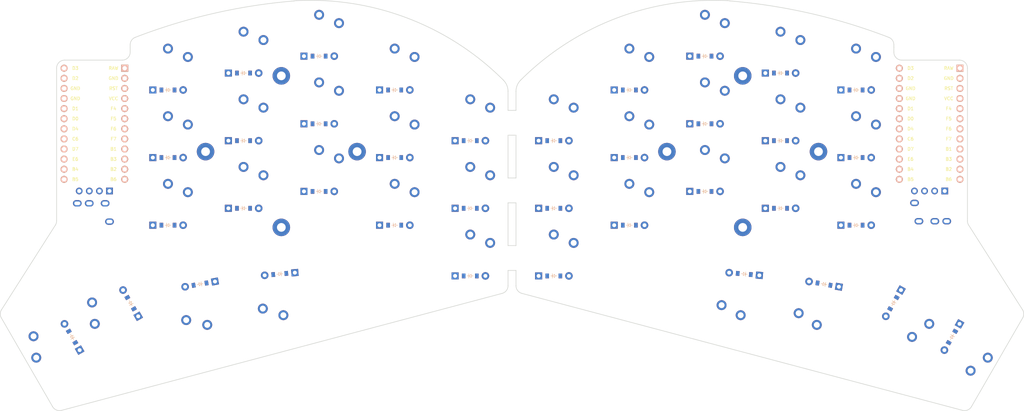
<source format=kicad_pcb>

            
(kicad_pcb (version 20171130) (host pcbnew 5.1.6)

  (page A3)
  (title_block
    (title glitch)
    (rev v1.0.0)
    (company Unknown)
  )

  (general
    (thickness 1.6)
  )

  (layers
    (0 F.Cu signal)
    (31 B.Cu signal)
    (32 B.Adhes user)
    (33 F.Adhes user)
    (34 B.Paste user)
    (35 F.Paste user)
    (36 B.SilkS user)
    (37 F.SilkS user)
    (38 B.Mask user)
    (39 F.Mask user)
    (40 Dwgs.User user)
    (41 Cmts.User user)
    (42 Eco1.User user)
    (43 Eco2.User user)
    (44 Edge.Cuts user)
    (45 Margin user)
    (46 B.CrtYd user)
    (47 F.CrtYd user)
    (48 B.Fab user)
    (49 F.Fab user)
  )

  (setup
    (last_trace_width 0.25)
    (trace_clearance 0.2)
    (zone_clearance 0.508)
    (zone_45_only no)
    (trace_min 0.2)
    (via_size 0.8)
    (via_drill 0.4)
    (via_min_size 0.4)
    (via_min_drill 0.3)
    (uvia_size 0.3)
    (uvia_drill 0.1)
    (uvias_allowed no)
    (uvia_min_size 0.2)
    (uvia_min_drill 0.1)
    (edge_width 0.05)
    (segment_width 0.2)
    (pcb_text_width 0.3)
    (pcb_text_size 1.5 1.5)
    (mod_edge_width 0.12)
    (mod_text_size 1 1)
    (mod_text_width 0.15)
    (pad_size 1.524 1.524)
    (pad_drill 0.762)
    (pad_to_mask_clearance 0.05)
    (aux_axis_origin 0 0)
    (visible_elements FFFFFF7F)
    (pcbplotparams
      (layerselection 0x010fc_ffffffff)
      (usegerberextensions false)
      (usegerberattributes true)
      (usegerberadvancedattributes true)
      (creategerberjobfile true)
      (excludeedgelayer true)
      (linewidth 0.100000)
      (plotframeref false)
      (viasonmask false)
      (mode 1)
      (useauxorigin false)
      (hpglpennumber 1)
      (hpglpenspeed 20)
      (hpglpendiameter 15.000000)
      (psnegative false)
      (psa4output false)
      (plotreference true)
      (plotvalue true)
      (plotinvisibletext false)
      (padsonsilk false)
      (subtractmaskfromsilk false)
      (outputformat 1)
      (mirror false)
      (drillshape 1)
      (scaleselection 1)
      (outputdirectory ""))
  )

            (net 0 "")
(net 1 "pinky_bottom")
(net 2 "B4")
(net 3 "B2")
(net 4 "pinky_home")
(net 5 "B3")
(net 6 "pinky_top")
(net 7 "B1")
(net 8 "ring_bottom")
(net 9 "E6")
(net 10 "ring_home")
(net 11 "ring_top")
(net 12 "middle_bottom")
(net 13 "D4")
(net 14 "middle_home")
(net 15 "middle_top")
(net 16 "index_bottom")
(net 17 "C6")
(net 18 "index_home")
(net 19 "index_top")
(net 20 "inner_bottom")
(net 21 "D7")
(net 22 "inner_home")
(net 23 "inner_top")
(net 24 "outer_thumbs")
(net 25 "B6")
(net 26 "middle1_thumbs")
(net 27 "middle_thumbs")
(net 28 "inner_thumbs")
(net 29 "mirror_pinky_bottom")
(net 30 "mirror_pinky_home")
(net 31 "mirror_pinky_top")
(net 32 "mirror_ring_bottom")
(net 33 "mirror_ring_home")
(net 34 "mirror_ring_top")
(net 35 "mirror_middle_bottom")
(net 36 "F6")
(net 37 "mirror_middle_home")
(net 38 "mirror_middle_top")
(net 39 "mirror_index_bottom")
(net 40 "F7")
(net 41 "mirror_index_home")
(net 42 "mirror_index_top")
(net 43 "mirror_inner_bottom")
(net 44 "mirror_inner_home")
(net 45 "mirror_inner_top")
(net 46 "mirror_outer_thumbs")
(net 47 "B5")
(net 48 "mirror_middle1_thumbs")
(net 49 "mirror_middle_thumbs")
(net 50 "mirror_inner_thumbs")
(net 51 "RAW")
(net 52 "GND")
(net 53 "RST")
(net 54 "VCC")
(net 55 "F4")
(net 56 "F5")
(net 57 "D3")
(net 58 "D2")
(net 59 "D1")
(net 60 "D0")
            
  (net_class Default "This is the default net class."
    (clearance 0.2)
    (trace_width 0.25)
    (via_dia 0.8)
    (via_drill 0.4)
    (uvia_dia 0.3)
    (uvia_drill 0.1)
    (add_net "")
(add_net "pinky_bottom")
(add_net "B4")
(add_net "B2")
(add_net "pinky_home")
(add_net "B3")
(add_net "pinky_top")
(add_net "B1")
(add_net "ring_bottom")
(add_net "E6")
(add_net "ring_home")
(add_net "ring_top")
(add_net "middle_bottom")
(add_net "D4")
(add_net "middle_home")
(add_net "middle_top")
(add_net "index_bottom")
(add_net "C6")
(add_net "index_home")
(add_net "index_top")
(add_net "inner_bottom")
(add_net "D7")
(add_net "inner_home")
(add_net "inner_top")
(add_net "outer_thumbs")
(add_net "B6")
(add_net "middle1_thumbs")
(add_net "middle_thumbs")
(add_net "inner_thumbs")
(add_net "mirror_pinky_bottom")
(add_net "mirror_pinky_home")
(add_net "mirror_pinky_top")
(add_net "mirror_ring_bottom")
(add_net "mirror_ring_home")
(add_net "mirror_ring_top")
(add_net "mirror_middle_bottom")
(add_net "F6")
(add_net "mirror_middle_home")
(add_net "mirror_middle_top")
(add_net "mirror_index_bottom")
(add_net "F7")
(add_net "mirror_index_home")
(add_net "mirror_index_top")
(add_net "mirror_inner_bottom")
(add_net "mirror_inner_home")
(add_net "mirror_inner_top")
(add_net "mirror_outer_thumbs")
(add_net "B5")
(add_net "mirror_middle1_thumbs")
(add_net "mirror_middle_thumbs")
(add_net "mirror_inner_thumbs")
(add_net "RAW")
(add_net "GND")
(add_net "RST")
(add_net "VCC")
(add_net "F4")
(add_net "F5")
(add_net "D3")
(add_net "D2")
(add_net "D1")
(add_net "D0")
  )

            
        
      (module PG1350 (layer F.Cu) (tedit 5DD50112)
      (at 0 0 0)

      
      (fp_text reference "S1" (at 0 0) (layer F.SilkS) hide (effects (font (size 1.27 1.27) (thickness 0.15))))
      (fp_text value "" (at 0 0) (layer F.SilkS) hide (effects (font (size 1.27 1.27) (thickness 0.15))))

      
      (fp_line (start -7 -6) (end -7 -7) (layer Dwgs.User) (width 0.15))
      (fp_line (start -7 7) (end -6 7) (layer Dwgs.User) (width 0.15))
      (fp_line (start -6 -7) (end -7 -7) (layer Dwgs.User) (width 0.15))
      (fp_line (start -7 7) (end -7 6) (layer Dwgs.User) (width 0.15))
      (fp_line (start 7 6) (end 7 7) (layer Dwgs.User) (width 0.15))
      (fp_line (start 7 -7) (end 6 -7) (layer Dwgs.User) (width 0.15))
      (fp_line (start 6 7) (end 7 7) (layer Dwgs.User) (width 0.15))
      (fp_line (start 7 -7) (end 7 -6) (layer Dwgs.User) (width 0.15))      
      
      
      (pad "" np_thru_hole circle (at 0 0) (size 3.429 3.429) (drill 3.429) (layers *.Cu *.Mask))
        
      
      (pad "" np_thru_hole circle (at 5.5 0) (size 1.7018 1.7018) (drill 1.7018) (layers *.Cu *.Mask))
      (pad "" np_thru_hole circle (at -5.5 0) (size 1.7018 1.7018) (drill 1.7018) (layers *.Cu *.Mask))
      
        
      
      (fp_line (start -9 -8.5) (end 9 -8.5) (layer Dwgs.User) (width 0.15))
      (fp_line (start 9 -8.5) (end 9 8.5) (layer Dwgs.User) (width 0.15))
      (fp_line (start 9 8.5) (end -9 8.5) (layer Dwgs.User) (width 0.15))
      (fp_line (start -9 8.5) (end -9 -8.5) (layer Dwgs.User) (width 0.15))
      
        
            
            (pad 1 thru_hole circle (at 5 -3.8) (size 2.5 2.5) (drill 1.5) (layers *.Cu *.Mask) (net 1 "pinky_bottom"))
            (pad 2 thru_hole circle (at 0 -5.9) (size 2.5 2.5) (drill 1.5) (layers *.Cu *.Mask) (net 2 "B4"))
          )
        

  
    (module ComboDiode (layer F.Cu) (tedit 5B24D78E)


        (at 0 4.5 0)

        
        (fp_text reference "D1" (at 0 0) (layer F.SilkS) hide (effects (font (size 1.27 1.27) (thickness 0.15))))
        (fp_text value "" (at 0 0) (layer F.SilkS) hide (effects (font (size 1.27 1.27) (thickness 0.15))))
        
        
        (fp_line (start 0.25 0) (end 0.75 0) (layer F.SilkS) (width 0.1))
        (fp_line (start 0.25 0.4) (end -0.35 0) (layer F.SilkS) (width 0.1))
        (fp_line (start 0.25 -0.4) (end 0.25 0.4) (layer F.SilkS) (width 0.1))
        (fp_line (start -0.35 0) (end 0.25 -0.4) (layer F.SilkS) (width 0.1))
        (fp_line (start -0.35 0) (end -0.35 0.55) (layer F.SilkS) (width 0.1))
        (fp_line (start -0.35 0) (end -0.35 -0.55) (layer F.SilkS) (width 0.1))
        (fp_line (start -0.75 0) (end -0.35 0) (layer F.SilkS) (width 0.1))
        (fp_line (start 0.25 0) (end 0.75 0) (layer B.SilkS) (width 0.1))
        (fp_line (start 0.25 0.4) (end -0.35 0) (layer B.SilkS) (width 0.1))
        (fp_line (start 0.25 -0.4) (end 0.25 0.4) (layer B.SilkS) (width 0.1))
        (fp_line (start -0.35 0) (end 0.25 -0.4) (layer B.SilkS) (width 0.1))
        (fp_line (start -0.35 0) (end -0.35 0.55) (layer B.SilkS) (width 0.1))
        (fp_line (start -0.35 0) (end -0.35 -0.55) (layer B.SilkS) (width 0.1))
        (fp_line (start -0.75 0) (end -0.35 0) (layer B.SilkS) (width 0.1))
    
        
        (pad 1 smd rect (at -1.65 0 0) (size 0.9 1.2) (layers F.Cu F.Paste F.Mask) (net 3 "B2"))
        (pad 2 smd rect (at 1.65 0 0) (size 0.9 1.2) (layers B.Cu B.Paste B.Mask) (net 1 "pinky_bottom"))
        (pad 1 smd rect (at -1.65 0 0) (size 0.9 1.2) (layers B.Cu B.Paste B.Mask) (net 3 "B2"))
        (pad 2 smd rect (at 1.65 0 0) (size 0.9 1.2) (layers F.Cu F.Paste F.Mask) (net 1 "pinky_bottom"))
        
        
        (pad 1 thru_hole circle (at 3.81 0 0) (size 1.905 1.905) (drill 0.9906) (layers *.Cu *.Mask) (net 1 "pinky_bottom"))
        (pad 2 thru_hole rect (at -3.81 0 0) (size 1.778 1.778) (drill 0.9906) (layers *.Cu *.Mask) (net 3 "B2"))
    )
  
    

        
      (module PG1350 (layer F.Cu) (tedit 5DD50112)
      (at 0 -17 0)

      
      (fp_text reference "S2" (at 0 0) (layer F.SilkS) hide (effects (font (size 1.27 1.27) (thickness 0.15))))
      (fp_text value "" (at 0 0) (layer F.SilkS) hide (effects (font (size 1.27 1.27) (thickness 0.15))))

      
      (fp_line (start -7 -6) (end -7 -7) (layer Dwgs.User) (width 0.15))
      (fp_line (start -7 7) (end -6 7) (layer Dwgs.User) (width 0.15))
      (fp_line (start -6 -7) (end -7 -7) (layer Dwgs.User) (width 0.15))
      (fp_line (start -7 7) (end -7 6) (layer Dwgs.User) (width 0.15))
      (fp_line (start 7 6) (end 7 7) (layer Dwgs.User) (width 0.15))
      (fp_line (start 7 -7) (end 6 -7) (layer Dwgs.User) (width 0.15))
      (fp_line (start 6 7) (end 7 7) (layer Dwgs.User) (width 0.15))
      (fp_line (start 7 -7) (end 7 -6) (layer Dwgs.User) (width 0.15))      
      
      
      (pad "" np_thru_hole circle (at 0 0) (size 3.429 3.429) (drill 3.429) (layers *.Cu *.Mask))
        
      
      (pad "" np_thru_hole circle (at 5.5 0) (size 1.7018 1.7018) (drill 1.7018) (layers *.Cu *.Mask))
      (pad "" np_thru_hole circle (at -5.5 0) (size 1.7018 1.7018) (drill 1.7018) (layers *.Cu *.Mask))
      
        
      
      (fp_line (start -9 -8.5) (end 9 -8.5) (layer Dwgs.User) (width 0.15))
      (fp_line (start 9 -8.5) (end 9 8.5) (layer Dwgs.User) (width 0.15))
      (fp_line (start 9 8.5) (end -9 8.5) (layer Dwgs.User) (width 0.15))
      (fp_line (start -9 8.5) (end -9 -8.5) (layer Dwgs.User) (width 0.15))
      
        
            
            (pad 1 thru_hole circle (at 5 -3.8) (size 2.5 2.5) (drill 1.5) (layers *.Cu *.Mask) (net 4 "pinky_home"))
            (pad 2 thru_hole circle (at 0 -5.9) (size 2.5 2.5) (drill 1.5) (layers *.Cu *.Mask) (net 2 "B4"))
          )
        

  
    (module ComboDiode (layer F.Cu) (tedit 5B24D78E)


        (at 0 -12.5 0)

        
        (fp_text reference "D2" (at 0 0) (layer F.SilkS) hide (effects (font (size 1.27 1.27) (thickness 0.15))))
        (fp_text value "" (at 0 0) (layer F.SilkS) hide (effects (font (size 1.27 1.27) (thickness 0.15))))
        
        
        (fp_line (start 0.25 0) (end 0.75 0) (layer F.SilkS) (width 0.1))
        (fp_line (start 0.25 0.4) (end -0.35 0) (layer F.SilkS) (width 0.1))
        (fp_line (start 0.25 -0.4) (end 0.25 0.4) (layer F.SilkS) (width 0.1))
        (fp_line (start -0.35 0) (end 0.25 -0.4) (layer F.SilkS) (width 0.1))
        (fp_line (start -0.35 0) (end -0.35 0.55) (layer F.SilkS) (width 0.1))
        (fp_line (start -0.35 0) (end -0.35 -0.55) (layer F.SilkS) (width 0.1))
        (fp_line (start -0.75 0) (end -0.35 0) (layer F.SilkS) (width 0.1))
        (fp_line (start 0.25 0) (end 0.75 0) (layer B.SilkS) (width 0.1))
        (fp_line (start 0.25 0.4) (end -0.35 0) (layer B.SilkS) (width 0.1))
        (fp_line (start 0.25 -0.4) (end 0.25 0.4) (layer B.SilkS) (width 0.1))
        (fp_line (start -0.35 0) (end 0.25 -0.4) (layer B.SilkS) (width 0.1))
        (fp_line (start -0.35 0) (end -0.35 0.55) (layer B.SilkS) (width 0.1))
        (fp_line (start -0.35 0) (end -0.35 -0.55) (layer B.SilkS) (width 0.1))
        (fp_line (start -0.75 0) (end -0.35 0) (layer B.SilkS) (width 0.1))
    
        
        (pad 1 smd rect (at -1.65 0 0) (size 0.9 1.2) (layers F.Cu F.Paste F.Mask) (net 5 "B3"))
        (pad 2 smd rect (at 1.65 0 0) (size 0.9 1.2) (layers B.Cu B.Paste B.Mask) (net 4 "pinky_home"))
        (pad 1 smd rect (at -1.65 0 0) (size 0.9 1.2) (layers B.Cu B.Paste B.Mask) (net 5 "B3"))
        (pad 2 smd rect (at 1.65 0 0) (size 0.9 1.2) (layers F.Cu F.Paste F.Mask) (net 4 "pinky_home"))
        
        
        (pad 1 thru_hole circle (at 3.81 0 0) (size 1.905 1.905) (drill 0.9906) (layers *.Cu *.Mask) (net 4 "pinky_home"))
        (pad 2 thru_hole rect (at -3.81 0 0) (size 1.778 1.778) (drill 0.9906) (layers *.Cu *.Mask) (net 5 "B3"))
    )
  
    

        
      (module PG1350 (layer F.Cu) (tedit 5DD50112)
      (at 0 -34 0)

      
      (fp_text reference "S3" (at 0 0) (layer F.SilkS) hide (effects (font (size 1.27 1.27) (thickness 0.15))))
      (fp_text value "" (at 0 0) (layer F.SilkS) hide (effects (font (size 1.27 1.27) (thickness 0.15))))

      
      (fp_line (start -7 -6) (end -7 -7) (layer Dwgs.User) (width 0.15))
      (fp_line (start -7 7) (end -6 7) (layer Dwgs.User) (width 0.15))
      (fp_line (start -6 -7) (end -7 -7) (layer Dwgs.User) (width 0.15))
      (fp_line (start -7 7) (end -7 6) (layer Dwgs.User) (width 0.15))
      (fp_line (start 7 6) (end 7 7) (layer Dwgs.User) (width 0.15))
      (fp_line (start 7 -7) (end 6 -7) (layer Dwgs.User) (width 0.15))
      (fp_line (start 6 7) (end 7 7) (layer Dwgs.User) (width 0.15))
      (fp_line (start 7 -7) (end 7 -6) (layer Dwgs.User) (width 0.15))      
      
      
      (pad "" np_thru_hole circle (at 0 0) (size 3.429 3.429) (drill 3.429) (layers *.Cu *.Mask))
        
      
      (pad "" np_thru_hole circle (at 5.5 0) (size 1.7018 1.7018) (drill 1.7018) (layers *.Cu *.Mask))
      (pad "" np_thru_hole circle (at -5.5 0) (size 1.7018 1.7018) (drill 1.7018) (layers *.Cu *.Mask))
      
        
      
      (fp_line (start -9 -8.5) (end 9 -8.5) (layer Dwgs.User) (width 0.15))
      (fp_line (start 9 -8.5) (end 9 8.5) (layer Dwgs.User) (width 0.15))
      (fp_line (start 9 8.5) (end -9 8.5) (layer Dwgs.User) (width 0.15))
      (fp_line (start -9 8.5) (end -9 -8.5) (layer Dwgs.User) (width 0.15))
      
        
            
            (pad 1 thru_hole circle (at 5 -3.8) (size 2.5 2.5) (drill 1.5) (layers *.Cu *.Mask) (net 6 "pinky_top"))
            (pad 2 thru_hole circle (at 0 -5.9) (size 2.5 2.5) (drill 1.5) (layers *.Cu *.Mask) (net 2 "B4"))
          )
        

  
    (module ComboDiode (layer F.Cu) (tedit 5B24D78E)


        (at 0 -29.5 0)

        
        (fp_text reference "D3" (at 0 0) (layer F.SilkS) hide (effects (font (size 1.27 1.27) (thickness 0.15))))
        (fp_text value "" (at 0 0) (layer F.SilkS) hide (effects (font (size 1.27 1.27) (thickness 0.15))))
        
        
        (fp_line (start 0.25 0) (end 0.75 0) (layer F.SilkS) (width 0.1))
        (fp_line (start 0.25 0.4) (end -0.35 0) (layer F.SilkS) (width 0.1))
        (fp_line (start 0.25 -0.4) (end 0.25 0.4) (layer F.SilkS) (width 0.1))
        (fp_line (start -0.35 0) (end 0.25 -0.4) (layer F.SilkS) (width 0.1))
        (fp_line (start -0.35 0) (end -0.35 0.55) (layer F.SilkS) (width 0.1))
        (fp_line (start -0.35 0) (end -0.35 -0.55) (layer F.SilkS) (width 0.1))
        (fp_line (start -0.75 0) (end -0.35 0) (layer F.SilkS) (width 0.1))
        (fp_line (start 0.25 0) (end 0.75 0) (layer B.SilkS) (width 0.1))
        (fp_line (start 0.25 0.4) (end -0.35 0) (layer B.SilkS) (width 0.1))
        (fp_line (start 0.25 -0.4) (end 0.25 0.4) (layer B.SilkS) (width 0.1))
        (fp_line (start -0.35 0) (end 0.25 -0.4) (layer B.SilkS) (width 0.1))
        (fp_line (start -0.35 0) (end -0.35 0.55) (layer B.SilkS) (width 0.1))
        (fp_line (start -0.35 0) (end -0.35 -0.55) (layer B.SilkS) (width 0.1))
        (fp_line (start -0.75 0) (end -0.35 0) (layer B.SilkS) (width 0.1))
    
        
        (pad 1 smd rect (at -1.65 0 0) (size 0.9 1.2) (layers F.Cu F.Paste F.Mask) (net 7 "B1"))
        (pad 2 smd rect (at 1.65 0 0) (size 0.9 1.2) (layers B.Cu B.Paste B.Mask) (net 6 "pinky_top"))
        (pad 1 smd rect (at -1.65 0 0) (size 0.9 1.2) (layers B.Cu B.Paste B.Mask) (net 7 "B1"))
        (pad 2 smd rect (at 1.65 0 0) (size 0.9 1.2) (layers F.Cu F.Paste F.Mask) (net 6 "pinky_top"))
        
        
        (pad 1 thru_hole circle (at 3.81 0 0) (size 1.905 1.905) (drill 0.9906) (layers *.Cu *.Mask) (net 6 "pinky_top"))
        (pad 2 thru_hole rect (at -3.81 0 0) (size 1.778 1.778) (drill 0.9906) (layers *.Cu *.Mask) (net 7 "B1"))
    )
  
    

        
      (module PG1350 (layer F.Cu) (tedit 5DD50112)
      (at 19 -12.75 0)

      
      (fp_text reference "S4" (at 0 0) (layer F.SilkS) hide (effects (font (size 1.27 1.27) (thickness 0.15))))
      (fp_text value "" (at 0 0) (layer F.SilkS) hide (effects (font (size 1.27 1.27) (thickness 0.15))))

      
      (fp_line (start -7 -6) (end -7 -7) (layer Dwgs.User) (width 0.15))
      (fp_line (start -7 7) (end -6 7) (layer Dwgs.User) (width 0.15))
      (fp_line (start -6 -7) (end -7 -7) (layer Dwgs.User) (width 0.15))
      (fp_line (start -7 7) (end -7 6) (layer Dwgs.User) (width 0.15))
      (fp_line (start 7 6) (end 7 7) (layer Dwgs.User) (width 0.15))
      (fp_line (start 7 -7) (end 6 -7) (layer Dwgs.User) (width 0.15))
      (fp_line (start 6 7) (end 7 7) (layer Dwgs.User) (width 0.15))
      (fp_line (start 7 -7) (end 7 -6) (layer Dwgs.User) (width 0.15))      
      
      
      (pad "" np_thru_hole circle (at 0 0) (size 3.429 3.429) (drill 3.429) (layers *.Cu *.Mask))
        
      
      (pad "" np_thru_hole circle (at 5.5 0) (size 1.7018 1.7018) (drill 1.7018) (layers *.Cu *.Mask))
      (pad "" np_thru_hole circle (at -5.5 0) (size 1.7018 1.7018) (drill 1.7018) (layers *.Cu *.Mask))
      
        
      
      (fp_line (start -9 -8.5) (end 9 -8.5) (layer Dwgs.User) (width 0.15))
      (fp_line (start 9 -8.5) (end 9 8.5) (layer Dwgs.User) (width 0.15))
      (fp_line (start 9 8.5) (end -9 8.5) (layer Dwgs.User) (width 0.15))
      (fp_line (start -9 8.5) (end -9 -8.5) (layer Dwgs.User) (width 0.15))
      
        
            
            (pad 1 thru_hole circle (at 5 -3.8) (size 2.5 2.5) (drill 1.5) (layers *.Cu *.Mask) (net 8 "ring_bottom"))
            (pad 2 thru_hole circle (at 0 -5.9) (size 2.5 2.5) (drill 1.5) (layers *.Cu *.Mask) (net 9 "E6"))
          )
        

  
    (module ComboDiode (layer F.Cu) (tedit 5B24D78E)


        (at 19 -8.25 0)

        
        (fp_text reference "D4" (at 0 0) (layer F.SilkS) hide (effects (font (size 1.27 1.27) (thickness 0.15))))
        (fp_text value "" (at 0 0) (layer F.SilkS) hide (effects (font (size 1.27 1.27) (thickness 0.15))))
        
        
        (fp_line (start 0.25 0) (end 0.75 0) (layer F.SilkS) (width 0.1))
        (fp_line (start 0.25 0.4) (end -0.35 0) (layer F.SilkS) (width 0.1))
        (fp_line (start 0.25 -0.4) (end 0.25 0.4) (layer F.SilkS) (width 0.1))
        (fp_line (start -0.35 0) (end 0.25 -0.4) (layer F.SilkS) (width 0.1))
        (fp_line (start -0.35 0) (end -0.35 0.55) (layer F.SilkS) (width 0.1))
        (fp_line (start -0.35 0) (end -0.35 -0.55) (layer F.SilkS) (width 0.1))
        (fp_line (start -0.75 0) (end -0.35 0) (layer F.SilkS) (width 0.1))
        (fp_line (start 0.25 0) (end 0.75 0) (layer B.SilkS) (width 0.1))
        (fp_line (start 0.25 0.4) (end -0.35 0) (layer B.SilkS) (width 0.1))
        (fp_line (start 0.25 -0.4) (end 0.25 0.4) (layer B.SilkS) (width 0.1))
        (fp_line (start -0.35 0) (end 0.25 -0.4) (layer B.SilkS) (width 0.1))
        (fp_line (start -0.35 0) (end -0.35 0.55) (layer B.SilkS) (width 0.1))
        (fp_line (start -0.35 0) (end -0.35 -0.55) (layer B.SilkS) (width 0.1))
        (fp_line (start -0.75 0) (end -0.35 0) (layer B.SilkS) (width 0.1))
    
        
        (pad 1 smd rect (at -1.65 0 0) (size 0.9 1.2) (layers F.Cu F.Paste F.Mask) (net 3 "B2"))
        (pad 2 smd rect (at 1.65 0 0) (size 0.9 1.2) (layers B.Cu B.Paste B.Mask) (net 8 "ring_bottom"))
        (pad 1 smd rect (at -1.65 0 0) (size 0.9 1.2) (layers B.Cu B.Paste B.Mask) (net 3 "B2"))
        (pad 2 smd rect (at 1.65 0 0) (size 0.9 1.2) (layers F.Cu F.Paste F.Mask) (net 8 "ring_bottom"))
        
        
        (pad 1 thru_hole circle (at 3.81 0 0) (size 1.905 1.905) (drill 0.9906) (layers *.Cu *.Mask) (net 8 "ring_bottom"))
        (pad 2 thru_hole rect (at -3.81 0 0) (size 1.778 1.778) (drill 0.9906) (layers *.Cu *.Mask) (net 3 "B2"))
    )
  
    

        
      (module PG1350 (layer F.Cu) (tedit 5DD50112)
      (at 19 -29.75 0)

      
      (fp_text reference "S5" (at 0 0) (layer F.SilkS) hide (effects (font (size 1.27 1.27) (thickness 0.15))))
      (fp_text value "" (at 0 0) (layer F.SilkS) hide (effects (font (size 1.27 1.27) (thickness 0.15))))

      
      (fp_line (start -7 -6) (end -7 -7) (layer Dwgs.User) (width 0.15))
      (fp_line (start -7 7) (end -6 7) (layer Dwgs.User) (width 0.15))
      (fp_line (start -6 -7) (end -7 -7) (layer Dwgs.User) (width 0.15))
      (fp_line (start -7 7) (end -7 6) (layer Dwgs.User) (width 0.15))
      (fp_line (start 7 6) (end 7 7) (layer Dwgs.User) (width 0.15))
      (fp_line (start 7 -7) (end 6 -7) (layer Dwgs.User) (width 0.15))
      (fp_line (start 6 7) (end 7 7) (layer Dwgs.User) (width 0.15))
      (fp_line (start 7 -7) (end 7 -6) (layer Dwgs.User) (width 0.15))      
      
      
      (pad "" np_thru_hole circle (at 0 0) (size 3.429 3.429) (drill 3.429) (layers *.Cu *.Mask))
        
      
      (pad "" np_thru_hole circle (at 5.5 0) (size 1.7018 1.7018) (drill 1.7018) (layers *.Cu *.Mask))
      (pad "" np_thru_hole circle (at -5.5 0) (size 1.7018 1.7018) (drill 1.7018) (layers *.Cu *.Mask))
      
        
      
      (fp_line (start -9 -8.5) (end 9 -8.5) (layer Dwgs.User) (width 0.15))
      (fp_line (start 9 -8.5) (end 9 8.5) (layer Dwgs.User) (width 0.15))
      (fp_line (start 9 8.5) (end -9 8.5) (layer Dwgs.User) (width 0.15))
      (fp_line (start -9 8.5) (end -9 -8.5) (layer Dwgs.User) (width 0.15))
      
        
            
            (pad 1 thru_hole circle (at 5 -3.8) (size 2.5 2.5) (drill 1.5) (layers *.Cu *.Mask) (net 10 "ring_home"))
            (pad 2 thru_hole circle (at 0 -5.9) (size 2.5 2.5) (drill 1.5) (layers *.Cu *.Mask) (net 9 "E6"))
          )
        

  
    (module ComboDiode (layer F.Cu) (tedit 5B24D78E)


        (at 19 -25.25 0)

        
        (fp_text reference "D5" (at 0 0) (layer F.SilkS) hide (effects (font (size 1.27 1.27) (thickness 0.15))))
        (fp_text value "" (at 0 0) (layer F.SilkS) hide (effects (font (size 1.27 1.27) (thickness 0.15))))
        
        
        (fp_line (start 0.25 0) (end 0.75 0) (layer F.SilkS) (width 0.1))
        (fp_line (start 0.25 0.4) (end -0.35 0) (layer F.SilkS) (width 0.1))
        (fp_line (start 0.25 -0.4) (end 0.25 0.4) (layer F.SilkS) (width 0.1))
        (fp_line (start -0.35 0) (end 0.25 -0.4) (layer F.SilkS) (width 0.1))
        (fp_line (start -0.35 0) (end -0.35 0.55) (layer F.SilkS) (width 0.1))
        (fp_line (start -0.35 0) (end -0.35 -0.55) (layer F.SilkS) (width 0.1))
        (fp_line (start -0.75 0) (end -0.35 0) (layer F.SilkS) (width 0.1))
        (fp_line (start 0.25 0) (end 0.75 0) (layer B.SilkS) (width 0.1))
        (fp_line (start 0.25 0.4) (end -0.35 0) (layer B.SilkS) (width 0.1))
        (fp_line (start 0.25 -0.4) (end 0.25 0.4) (layer B.SilkS) (width 0.1))
        (fp_line (start -0.35 0) (end 0.25 -0.4) (layer B.SilkS) (width 0.1))
        (fp_line (start -0.35 0) (end -0.35 0.55) (layer B.SilkS) (width 0.1))
        (fp_line (start -0.35 0) (end -0.35 -0.55) (layer B.SilkS) (width 0.1))
        (fp_line (start -0.75 0) (end -0.35 0) (layer B.SilkS) (width 0.1))
    
        
        (pad 1 smd rect (at -1.65 0 0) (size 0.9 1.2) (layers F.Cu F.Paste F.Mask) (net 5 "B3"))
        (pad 2 smd rect (at 1.65 0 0) (size 0.9 1.2) (layers B.Cu B.Paste B.Mask) (net 10 "ring_home"))
        (pad 1 smd rect (at -1.65 0 0) (size 0.9 1.2) (layers B.Cu B.Paste B.Mask) (net 5 "B3"))
        (pad 2 smd rect (at 1.65 0 0) (size 0.9 1.2) (layers F.Cu F.Paste F.Mask) (net 10 "ring_home"))
        
        
        (pad 1 thru_hole circle (at 3.81 0 0) (size 1.905 1.905) (drill 0.9906) (layers *.Cu *.Mask) (net 10 "ring_home"))
        (pad 2 thru_hole rect (at -3.81 0 0) (size 1.778 1.778) (drill 0.9906) (layers *.Cu *.Mask) (net 5 "B3"))
    )
  
    

        
      (module PG1350 (layer F.Cu) (tedit 5DD50112)
      (at 19 -46.75 0)

      
      (fp_text reference "S6" (at 0 0) (layer F.SilkS) hide (effects (font (size 1.27 1.27) (thickness 0.15))))
      (fp_text value "" (at 0 0) (layer F.SilkS) hide (effects (font (size 1.27 1.27) (thickness 0.15))))

      
      (fp_line (start -7 -6) (end -7 -7) (layer Dwgs.User) (width 0.15))
      (fp_line (start -7 7) (end -6 7) (layer Dwgs.User) (width 0.15))
      (fp_line (start -6 -7) (end -7 -7) (layer Dwgs.User) (width 0.15))
      (fp_line (start -7 7) (end -7 6) (layer Dwgs.User) (width 0.15))
      (fp_line (start 7 6) (end 7 7) (layer Dwgs.User) (width 0.15))
      (fp_line (start 7 -7) (end 6 -7) (layer Dwgs.User) (width 0.15))
      (fp_line (start 6 7) (end 7 7) (layer Dwgs.User) (width 0.15))
      (fp_line (start 7 -7) (end 7 -6) (layer Dwgs.User) (width 0.15))      
      
      
      (pad "" np_thru_hole circle (at 0 0) (size 3.429 3.429) (drill 3.429) (layers *.Cu *.Mask))
        
      
      (pad "" np_thru_hole circle (at 5.5 0) (size 1.7018 1.7018) (drill 1.7018) (layers *.Cu *.Mask))
      (pad "" np_thru_hole circle (at -5.5 0) (size 1.7018 1.7018) (drill 1.7018) (layers *.Cu *.Mask))
      
        
      
      (fp_line (start -9 -8.5) (end 9 -8.5) (layer Dwgs.User) (width 0.15))
      (fp_line (start 9 -8.5) (end 9 8.5) (layer Dwgs.User) (width 0.15))
      (fp_line (start 9 8.5) (end -9 8.5) (layer Dwgs.User) (width 0.15))
      (fp_line (start -9 8.5) (end -9 -8.5) (layer Dwgs.User) (width 0.15))
      
        
            
            (pad 1 thru_hole circle (at 5 -3.8) (size 2.5 2.5) (drill 1.5) (layers *.Cu *.Mask) (net 11 "ring_top"))
            (pad 2 thru_hole circle (at 0 -5.9) (size 2.5 2.5) (drill 1.5) (layers *.Cu *.Mask) (net 9 "E6"))
          )
        

  
    (module ComboDiode (layer F.Cu) (tedit 5B24D78E)


        (at 19 -42.25 0)

        
        (fp_text reference "D6" (at 0 0) (layer F.SilkS) hide (effects (font (size 1.27 1.27) (thickness 0.15))))
        (fp_text value "" (at 0 0) (layer F.SilkS) hide (effects (font (size 1.27 1.27) (thickness 0.15))))
        
        
        (fp_line (start 0.25 0) (end 0.75 0) (layer F.SilkS) (width 0.1))
        (fp_line (start 0.25 0.4) (end -0.35 0) (layer F.SilkS) (width 0.1))
        (fp_line (start 0.25 -0.4) (end 0.25 0.4) (layer F.SilkS) (width 0.1))
        (fp_line (start -0.35 0) (end 0.25 -0.4) (layer F.SilkS) (width 0.1))
        (fp_line (start -0.35 0) (end -0.35 0.55) (layer F.SilkS) (width 0.1))
        (fp_line (start -0.35 0) (end -0.35 -0.55) (layer F.SilkS) (width 0.1))
        (fp_line (start -0.75 0) (end -0.35 0) (layer F.SilkS) (width 0.1))
        (fp_line (start 0.25 0) (end 0.75 0) (layer B.SilkS) (width 0.1))
        (fp_line (start 0.25 0.4) (end -0.35 0) (layer B.SilkS) (width 0.1))
        (fp_line (start 0.25 -0.4) (end 0.25 0.4) (layer B.SilkS) (width 0.1))
        (fp_line (start -0.35 0) (end 0.25 -0.4) (layer B.SilkS) (width 0.1))
        (fp_line (start -0.35 0) (end -0.35 0.55) (layer B.SilkS) (width 0.1))
        (fp_line (start -0.35 0) (end -0.35 -0.55) (layer B.SilkS) (width 0.1))
        (fp_line (start -0.75 0) (end -0.35 0) (layer B.SilkS) (width 0.1))
    
        
        (pad 1 smd rect (at -1.65 0 0) (size 0.9 1.2) (layers F.Cu F.Paste F.Mask) (net 7 "B1"))
        (pad 2 smd rect (at 1.65 0 0) (size 0.9 1.2) (layers B.Cu B.Paste B.Mask) (net 11 "ring_top"))
        (pad 1 smd rect (at -1.65 0 0) (size 0.9 1.2) (layers B.Cu B.Paste B.Mask) (net 7 "B1"))
        (pad 2 smd rect (at 1.65 0 0) (size 0.9 1.2) (layers F.Cu F.Paste F.Mask) (net 11 "ring_top"))
        
        
        (pad 1 thru_hole circle (at 3.81 0 0) (size 1.905 1.905) (drill 0.9906) (layers *.Cu *.Mask) (net 11 "ring_top"))
        (pad 2 thru_hole rect (at -3.81 0 0) (size 1.778 1.778) (drill 0.9906) (layers *.Cu *.Mask) (net 7 "B1"))
    )
  
    

        
      (module PG1350 (layer F.Cu) (tedit 5DD50112)
      (at 38 -21.25 0)

      
      (fp_text reference "S7" (at 0 0) (layer F.SilkS) hide (effects (font (size 1.27 1.27) (thickness 0.15))))
      (fp_text value "" (at 0 0) (layer F.SilkS) hide (effects (font (size 1.27 1.27) (thickness 0.15))))

      
      (fp_line (start -7 -6) (end -7 -7) (layer Dwgs.User) (width 0.15))
      (fp_line (start -7 7) (end -6 7) (layer Dwgs.User) (width 0.15))
      (fp_line (start -6 -7) (end -7 -7) (layer Dwgs.User) (width 0.15))
      (fp_line (start -7 7) (end -7 6) (layer Dwgs.User) (width 0.15))
      (fp_line (start 7 6) (end 7 7) (layer Dwgs.User) (width 0.15))
      (fp_line (start 7 -7) (end 6 -7) (layer Dwgs.User) (width 0.15))
      (fp_line (start 6 7) (end 7 7) (layer Dwgs.User) (width 0.15))
      (fp_line (start 7 -7) (end 7 -6) (layer Dwgs.User) (width 0.15))      
      
      
      (pad "" np_thru_hole circle (at 0 0) (size 3.429 3.429) (drill 3.429) (layers *.Cu *.Mask))
        
      
      (pad "" np_thru_hole circle (at 5.5 0) (size 1.7018 1.7018) (drill 1.7018) (layers *.Cu *.Mask))
      (pad "" np_thru_hole circle (at -5.5 0) (size 1.7018 1.7018) (drill 1.7018) (layers *.Cu *.Mask))
      
        
      
      (fp_line (start -9 -8.5) (end 9 -8.5) (layer Dwgs.User) (width 0.15))
      (fp_line (start 9 -8.5) (end 9 8.5) (layer Dwgs.User) (width 0.15))
      (fp_line (start 9 8.5) (end -9 8.5) (layer Dwgs.User) (width 0.15))
      (fp_line (start -9 8.5) (end -9 -8.5) (layer Dwgs.User) (width 0.15))
      
        
            
            (pad 1 thru_hole circle (at 5 -3.8) (size 2.5 2.5) (drill 1.5) (layers *.Cu *.Mask) (net 12 "middle_bottom"))
            (pad 2 thru_hole circle (at 0 -5.9) (size 2.5 2.5) (drill 1.5) (layers *.Cu *.Mask) (net 13 "D4"))
          )
        

  
    (module ComboDiode (layer F.Cu) (tedit 5B24D78E)


        (at 38 -16.75 0)

        
        (fp_text reference "D7" (at 0 0) (layer F.SilkS) hide (effects (font (size 1.27 1.27) (thickness 0.15))))
        (fp_text value "" (at 0 0) (layer F.SilkS) hide (effects (font (size 1.27 1.27) (thickness 0.15))))
        
        
        (fp_line (start 0.25 0) (end 0.75 0) (layer F.SilkS) (width 0.1))
        (fp_line (start 0.25 0.4) (end -0.35 0) (layer F.SilkS) (width 0.1))
        (fp_line (start 0.25 -0.4) (end 0.25 0.4) (layer F.SilkS) (width 0.1))
        (fp_line (start -0.35 0) (end 0.25 -0.4) (layer F.SilkS) (width 0.1))
        (fp_line (start -0.35 0) (end -0.35 0.55) (layer F.SilkS) (width 0.1))
        (fp_line (start -0.35 0) (end -0.35 -0.55) (layer F.SilkS) (width 0.1))
        (fp_line (start -0.75 0) (end -0.35 0) (layer F.SilkS) (width 0.1))
        (fp_line (start 0.25 0) (end 0.75 0) (layer B.SilkS) (width 0.1))
        (fp_line (start 0.25 0.4) (end -0.35 0) (layer B.SilkS) (width 0.1))
        (fp_line (start 0.25 -0.4) (end 0.25 0.4) (layer B.SilkS) (width 0.1))
        (fp_line (start -0.35 0) (end 0.25 -0.4) (layer B.SilkS) (width 0.1))
        (fp_line (start -0.35 0) (end -0.35 0.55) (layer B.SilkS) (width 0.1))
        (fp_line (start -0.35 0) (end -0.35 -0.55) (layer B.SilkS) (width 0.1))
        (fp_line (start -0.75 0) (end -0.35 0) (layer B.SilkS) (width 0.1))
    
        
        (pad 1 smd rect (at -1.65 0 0) (size 0.9 1.2) (layers F.Cu F.Paste F.Mask) (net 3 "B2"))
        (pad 2 smd rect (at 1.65 0 0) (size 0.9 1.2) (layers B.Cu B.Paste B.Mask) (net 12 "middle_bottom"))
        (pad 1 smd rect (at -1.65 0 0) (size 0.9 1.2) (layers B.Cu B.Paste B.Mask) (net 3 "B2"))
        (pad 2 smd rect (at 1.65 0 0) (size 0.9 1.2) (layers F.Cu F.Paste F.Mask) (net 12 "middle_bottom"))
        
        
        (pad 1 thru_hole circle (at 3.81 0 0) (size 1.905 1.905) (drill 0.9906) (layers *.Cu *.Mask) (net 12 "middle_bottom"))
        (pad 2 thru_hole rect (at -3.81 0 0) (size 1.778 1.778) (drill 0.9906) (layers *.Cu *.Mask) (net 3 "B2"))
    )
  
    

        
      (module PG1350 (layer F.Cu) (tedit 5DD50112)
      (at 38 -38.25 0)

      
      (fp_text reference "S8" (at 0 0) (layer F.SilkS) hide (effects (font (size 1.27 1.27) (thickness 0.15))))
      (fp_text value "" (at 0 0) (layer F.SilkS) hide (effects (font (size 1.27 1.27) (thickness 0.15))))

      
      (fp_line (start -7 -6) (end -7 -7) (layer Dwgs.User) (width 0.15))
      (fp_line (start -7 7) (end -6 7) (layer Dwgs.User) (width 0.15))
      (fp_line (start -6 -7) (end -7 -7) (layer Dwgs.User) (width 0.15))
      (fp_line (start -7 7) (end -7 6) (layer Dwgs.User) (width 0.15))
      (fp_line (start 7 6) (end 7 7) (layer Dwgs.User) (width 0.15))
      (fp_line (start 7 -7) (end 6 -7) (layer Dwgs.User) (width 0.15))
      (fp_line (start 6 7) (end 7 7) (layer Dwgs.User) (width 0.15))
      (fp_line (start 7 -7) (end 7 -6) (layer Dwgs.User) (width 0.15))      
      
      
      (pad "" np_thru_hole circle (at 0 0) (size 3.429 3.429) (drill 3.429) (layers *.Cu *.Mask))
        
      
      (pad "" np_thru_hole circle (at 5.5 0) (size 1.7018 1.7018) (drill 1.7018) (layers *.Cu *.Mask))
      (pad "" np_thru_hole circle (at -5.5 0) (size 1.7018 1.7018) (drill 1.7018) (layers *.Cu *.Mask))
      
        
      
      (fp_line (start -9 -8.5) (end 9 -8.5) (layer Dwgs.User) (width 0.15))
      (fp_line (start 9 -8.5) (end 9 8.5) (layer Dwgs.User) (width 0.15))
      (fp_line (start 9 8.5) (end -9 8.5) (layer Dwgs.User) (width 0.15))
      (fp_line (start -9 8.5) (end -9 -8.5) (layer Dwgs.User) (width 0.15))
      
        
            
            (pad 1 thru_hole circle (at 5 -3.8) (size 2.5 2.5) (drill 1.5) (layers *.Cu *.Mask) (net 14 "middle_home"))
            (pad 2 thru_hole circle (at 0 -5.9) (size 2.5 2.5) (drill 1.5) (layers *.Cu *.Mask) (net 13 "D4"))
          )
        

  
    (module ComboDiode (layer F.Cu) (tedit 5B24D78E)


        (at 38 -33.75 0)

        
        (fp_text reference "D8" (at 0 0) (layer F.SilkS) hide (effects (font (size 1.27 1.27) (thickness 0.15))))
        (fp_text value "" (at 0 0) (layer F.SilkS) hide (effects (font (size 1.27 1.27) (thickness 0.15))))
        
        
        (fp_line (start 0.25 0) (end 0.75 0) (layer F.SilkS) (width 0.1))
        (fp_line (start 0.25 0.4) (end -0.35 0) (layer F.SilkS) (width 0.1))
        (fp_line (start 0.25 -0.4) (end 0.25 0.4) (layer F.SilkS) (width 0.1))
        (fp_line (start -0.35 0) (end 0.25 -0.4) (layer F.SilkS) (width 0.1))
        (fp_line (start -0.35 0) (end -0.35 0.55) (layer F.SilkS) (width 0.1))
        (fp_line (start -0.35 0) (end -0.35 -0.55) (layer F.SilkS) (width 0.1))
        (fp_line (start -0.75 0) (end -0.35 0) (layer F.SilkS) (width 0.1))
        (fp_line (start 0.25 0) (end 0.75 0) (layer B.SilkS) (width 0.1))
        (fp_line (start 0.25 0.4) (end -0.35 0) (layer B.SilkS) (width 0.1))
        (fp_line (start 0.25 -0.4) (end 0.25 0.4) (layer B.SilkS) (width 0.1))
        (fp_line (start -0.35 0) (end 0.25 -0.4) (layer B.SilkS) (width 0.1))
        (fp_line (start -0.35 0) (end -0.35 0.55) (layer B.SilkS) (width 0.1))
        (fp_line (start -0.35 0) (end -0.35 -0.55) (layer B.SilkS) (width 0.1))
        (fp_line (start -0.75 0) (end -0.35 0) (layer B.SilkS) (width 0.1))
    
        
        (pad 1 smd rect (at -1.65 0 0) (size 0.9 1.2) (layers F.Cu F.Paste F.Mask) (net 5 "B3"))
        (pad 2 smd rect (at 1.65 0 0) (size 0.9 1.2) (layers B.Cu B.Paste B.Mask) (net 14 "middle_home"))
        (pad 1 smd rect (at -1.65 0 0) (size 0.9 1.2) (layers B.Cu B.Paste B.Mask) (net 5 "B3"))
        (pad 2 smd rect (at 1.65 0 0) (size 0.9 1.2) (layers F.Cu F.Paste F.Mask) (net 14 "middle_home"))
        
        
        (pad 1 thru_hole circle (at 3.81 0 0) (size 1.905 1.905) (drill 0.9906) (layers *.Cu *.Mask) (net 14 "middle_home"))
        (pad 2 thru_hole rect (at -3.81 0 0) (size 1.778 1.778) (drill 0.9906) (layers *.Cu *.Mask) (net 5 "B3"))
    )
  
    

        
      (module PG1350 (layer F.Cu) (tedit 5DD50112)
      (at 38 -55.25 0)

      
      (fp_text reference "S9" (at 0 0) (layer F.SilkS) hide (effects (font (size 1.27 1.27) (thickness 0.15))))
      (fp_text value "" (at 0 0) (layer F.SilkS) hide (effects (font (size 1.27 1.27) (thickness 0.15))))

      
      (fp_line (start -7 -6) (end -7 -7) (layer Dwgs.User) (width 0.15))
      (fp_line (start -7 7) (end -6 7) (layer Dwgs.User) (width 0.15))
      (fp_line (start -6 -7) (end -7 -7) (layer Dwgs.User) (width 0.15))
      (fp_line (start -7 7) (end -7 6) (layer Dwgs.User) (width 0.15))
      (fp_line (start 7 6) (end 7 7) (layer Dwgs.User) (width 0.15))
      (fp_line (start 7 -7) (end 6 -7) (layer Dwgs.User) (width 0.15))
      (fp_line (start 6 7) (end 7 7) (layer Dwgs.User) (width 0.15))
      (fp_line (start 7 -7) (end 7 -6) (layer Dwgs.User) (width 0.15))      
      
      
      (pad "" np_thru_hole circle (at 0 0) (size 3.429 3.429) (drill 3.429) (layers *.Cu *.Mask))
        
      
      (pad "" np_thru_hole circle (at 5.5 0) (size 1.7018 1.7018) (drill 1.7018) (layers *.Cu *.Mask))
      (pad "" np_thru_hole circle (at -5.5 0) (size 1.7018 1.7018) (drill 1.7018) (layers *.Cu *.Mask))
      
        
      
      (fp_line (start -9 -8.5) (end 9 -8.5) (layer Dwgs.User) (width 0.15))
      (fp_line (start 9 -8.5) (end 9 8.5) (layer Dwgs.User) (width 0.15))
      (fp_line (start 9 8.5) (end -9 8.5) (layer Dwgs.User) (width 0.15))
      (fp_line (start -9 8.5) (end -9 -8.5) (layer Dwgs.User) (width 0.15))
      
        
            
            (pad 1 thru_hole circle (at 5 -3.8) (size 2.5 2.5) (drill 1.5) (layers *.Cu *.Mask) (net 15 "middle_top"))
            (pad 2 thru_hole circle (at 0 -5.9) (size 2.5 2.5) (drill 1.5) (layers *.Cu *.Mask) (net 13 "D4"))
          )
        

  
    (module ComboDiode (layer F.Cu) (tedit 5B24D78E)


        (at 38 -50.75 0)

        
        (fp_text reference "D9" (at 0 0) (layer F.SilkS) hide (effects (font (size 1.27 1.27) (thickness 0.15))))
        (fp_text value "" (at 0 0) (layer F.SilkS) hide (effects (font (size 1.27 1.27) (thickness 0.15))))
        
        
        (fp_line (start 0.25 0) (end 0.75 0) (layer F.SilkS) (width 0.1))
        (fp_line (start 0.25 0.4) (end -0.35 0) (layer F.SilkS) (width 0.1))
        (fp_line (start 0.25 -0.4) (end 0.25 0.4) (layer F.SilkS) (width 0.1))
        (fp_line (start -0.35 0) (end 0.25 -0.4) (layer F.SilkS) (width 0.1))
        (fp_line (start -0.35 0) (end -0.35 0.55) (layer F.SilkS) (width 0.1))
        (fp_line (start -0.35 0) (end -0.35 -0.55) (layer F.SilkS) (width 0.1))
        (fp_line (start -0.75 0) (end -0.35 0) (layer F.SilkS) (width 0.1))
        (fp_line (start 0.25 0) (end 0.75 0) (layer B.SilkS) (width 0.1))
        (fp_line (start 0.25 0.4) (end -0.35 0) (layer B.SilkS) (width 0.1))
        (fp_line (start 0.25 -0.4) (end 0.25 0.4) (layer B.SilkS) (width 0.1))
        (fp_line (start -0.35 0) (end 0.25 -0.4) (layer B.SilkS) (width 0.1))
        (fp_line (start -0.35 0) (end -0.35 0.55) (layer B.SilkS) (width 0.1))
        (fp_line (start -0.35 0) (end -0.35 -0.55) (layer B.SilkS) (width 0.1))
        (fp_line (start -0.75 0) (end -0.35 0) (layer B.SilkS) (width 0.1))
    
        
        (pad 1 smd rect (at -1.65 0 0) (size 0.9 1.2) (layers F.Cu F.Paste F.Mask) (net 7 "B1"))
        (pad 2 smd rect (at 1.65 0 0) (size 0.9 1.2) (layers B.Cu B.Paste B.Mask) (net 15 "middle_top"))
        (pad 1 smd rect (at -1.65 0 0) (size 0.9 1.2) (layers B.Cu B.Paste B.Mask) (net 7 "B1"))
        (pad 2 smd rect (at 1.65 0 0) (size 0.9 1.2) (layers F.Cu F.Paste F.Mask) (net 15 "middle_top"))
        
        
        (pad 1 thru_hole circle (at 3.81 0 0) (size 1.905 1.905) (drill 0.9906) (layers *.Cu *.Mask) (net 15 "middle_top"))
        (pad 2 thru_hole rect (at -3.81 0 0) (size 1.778 1.778) (drill 0.9906) (layers *.Cu *.Mask) (net 7 "B1"))
    )
  
    

        
      (module PG1350 (layer F.Cu) (tedit 5DD50112)
      (at 57 -17 0)

      
      (fp_text reference "S10" (at 0 0) (layer F.SilkS) hide (effects (font (size 1.27 1.27) (thickness 0.15))))
      (fp_text value "" (at 0 0) (layer F.SilkS) hide (effects (font (size 1.27 1.27) (thickness 0.15))))

      
      (fp_line (start -7 -6) (end -7 -7) (layer Dwgs.User) (width 0.15))
      (fp_line (start -7 7) (end -6 7) (layer Dwgs.User) (width 0.15))
      (fp_line (start -6 -7) (end -7 -7) (layer Dwgs.User) (width 0.15))
      (fp_line (start -7 7) (end -7 6) (layer Dwgs.User) (width 0.15))
      (fp_line (start 7 6) (end 7 7) (layer Dwgs.User) (width 0.15))
      (fp_line (start 7 -7) (end 6 -7) (layer Dwgs.User) (width 0.15))
      (fp_line (start 6 7) (end 7 7) (layer Dwgs.User) (width 0.15))
      (fp_line (start 7 -7) (end 7 -6) (layer Dwgs.User) (width 0.15))      
      
      
      (pad "" np_thru_hole circle (at 0 0) (size 3.429 3.429) (drill 3.429) (layers *.Cu *.Mask))
        
      
      (pad "" np_thru_hole circle (at 5.5 0) (size 1.7018 1.7018) (drill 1.7018) (layers *.Cu *.Mask))
      (pad "" np_thru_hole circle (at -5.5 0) (size 1.7018 1.7018) (drill 1.7018) (layers *.Cu *.Mask))
      
        
      
      (fp_line (start -9 -8.5) (end 9 -8.5) (layer Dwgs.User) (width 0.15))
      (fp_line (start 9 -8.5) (end 9 8.5) (layer Dwgs.User) (width 0.15))
      (fp_line (start 9 8.5) (end -9 8.5) (layer Dwgs.User) (width 0.15))
      (fp_line (start -9 8.5) (end -9 -8.5) (layer Dwgs.User) (width 0.15))
      
        
            
            (pad 1 thru_hole circle (at 5 -3.8) (size 2.5 2.5) (drill 1.5) (layers *.Cu *.Mask) (net 16 "index_bottom"))
            (pad 2 thru_hole circle (at 0 -5.9) (size 2.5 2.5) (drill 1.5) (layers *.Cu *.Mask) (net 17 "C6"))
          )
        

  
    (module ComboDiode (layer F.Cu) (tedit 5B24D78E)


        (at 57 -12.5 0)

        
        (fp_text reference "D10" (at 0 0) (layer F.SilkS) hide (effects (font (size 1.27 1.27) (thickness 0.15))))
        (fp_text value "" (at 0 0) (layer F.SilkS) hide (effects (font (size 1.27 1.27) (thickness 0.15))))
        
        
        (fp_line (start 0.25 0) (end 0.75 0) (layer F.SilkS) (width 0.1))
        (fp_line (start 0.25 0.4) (end -0.35 0) (layer F.SilkS) (width 0.1))
        (fp_line (start 0.25 -0.4) (end 0.25 0.4) (layer F.SilkS) (width 0.1))
        (fp_line (start -0.35 0) (end 0.25 -0.4) (layer F.SilkS) (width 0.1))
        (fp_line (start -0.35 0) (end -0.35 0.55) (layer F.SilkS) (width 0.1))
        (fp_line (start -0.35 0) (end -0.35 -0.55) (layer F.SilkS) (width 0.1))
        (fp_line (start -0.75 0) (end -0.35 0) (layer F.SilkS) (width 0.1))
        (fp_line (start 0.25 0) (end 0.75 0) (layer B.SilkS) (width 0.1))
        (fp_line (start 0.25 0.4) (end -0.35 0) (layer B.SilkS) (width 0.1))
        (fp_line (start 0.25 -0.4) (end 0.25 0.4) (layer B.SilkS) (width 0.1))
        (fp_line (start -0.35 0) (end 0.25 -0.4) (layer B.SilkS) (width 0.1))
        (fp_line (start -0.35 0) (end -0.35 0.55) (layer B.SilkS) (width 0.1))
        (fp_line (start -0.35 0) (end -0.35 -0.55) (layer B.SilkS) (width 0.1))
        (fp_line (start -0.75 0) (end -0.35 0) (layer B.SilkS) (width 0.1))
    
        
        (pad 1 smd rect (at -1.65 0 0) (size 0.9 1.2) (layers F.Cu F.Paste F.Mask) (net 3 "B2"))
        (pad 2 smd rect (at 1.65 0 0) (size 0.9 1.2) (layers B.Cu B.Paste B.Mask) (net 16 "index_bottom"))
        (pad 1 smd rect (at -1.65 0 0) (size 0.9 1.2) (layers B.Cu B.Paste B.Mask) (net 3 "B2"))
        (pad 2 smd rect (at 1.65 0 0) (size 0.9 1.2) (layers F.Cu F.Paste F.Mask) (net 16 "index_bottom"))
        
        
        (pad 1 thru_hole circle (at 3.81 0 0) (size 1.905 1.905) (drill 0.9906) (layers *.Cu *.Mask) (net 16 "index_bottom"))
        (pad 2 thru_hole rect (at -3.81 0 0) (size 1.778 1.778) (drill 0.9906) (layers *.Cu *.Mask) (net 3 "B2"))
    )
  
    

        
      (module PG1350 (layer F.Cu) (tedit 5DD50112)
      (at 57 -34 0)

      
      (fp_text reference "S11" (at 0 0) (layer F.SilkS) hide (effects (font (size 1.27 1.27) (thickness 0.15))))
      (fp_text value "" (at 0 0) (layer F.SilkS) hide (effects (font (size 1.27 1.27) (thickness 0.15))))

      
      (fp_line (start -7 -6) (end -7 -7) (layer Dwgs.User) (width 0.15))
      (fp_line (start -7 7) (end -6 7) (layer Dwgs.User) (width 0.15))
      (fp_line (start -6 -7) (end -7 -7) (layer Dwgs.User) (width 0.15))
      (fp_line (start -7 7) (end -7 6) (layer Dwgs.User) (width 0.15))
      (fp_line (start 7 6) (end 7 7) (layer Dwgs.User) (width 0.15))
      (fp_line (start 7 -7) (end 6 -7) (layer Dwgs.User) (width 0.15))
      (fp_line (start 6 7) (end 7 7) (layer Dwgs.User) (width 0.15))
      (fp_line (start 7 -7) (end 7 -6) (layer Dwgs.User) (width 0.15))      
      
      
      (pad "" np_thru_hole circle (at 0 0) (size 3.429 3.429) (drill 3.429) (layers *.Cu *.Mask))
        
      
      (pad "" np_thru_hole circle (at 5.5 0) (size 1.7018 1.7018) (drill 1.7018) (layers *.Cu *.Mask))
      (pad "" np_thru_hole circle (at -5.5 0) (size 1.7018 1.7018) (drill 1.7018) (layers *.Cu *.Mask))
      
        
      
      (fp_line (start -9 -8.5) (end 9 -8.5) (layer Dwgs.User) (width 0.15))
      (fp_line (start 9 -8.5) (end 9 8.5) (layer Dwgs.User) (width 0.15))
      (fp_line (start 9 8.5) (end -9 8.5) (layer Dwgs.User) (width 0.15))
      (fp_line (start -9 8.5) (end -9 -8.5) (layer Dwgs.User) (width 0.15))
      
        
            
            (pad 1 thru_hole circle (at 5 -3.8) (size 2.5 2.5) (drill 1.5) (layers *.Cu *.Mask) (net 18 "index_home"))
            (pad 2 thru_hole circle (at 0 -5.9) (size 2.5 2.5) (drill 1.5) (layers *.Cu *.Mask) (net 17 "C6"))
          )
        

  
    (module ComboDiode (layer F.Cu) (tedit 5B24D78E)


        (at 57 -29.5 0)

        
        (fp_text reference "D11" (at 0 0) (layer F.SilkS) hide (effects (font (size 1.27 1.27) (thickness 0.15))))
        (fp_text value "" (at 0 0) (layer F.SilkS) hide (effects (font (size 1.27 1.27) (thickness 0.15))))
        
        
        (fp_line (start 0.25 0) (end 0.75 0) (layer F.SilkS) (width 0.1))
        (fp_line (start 0.25 0.4) (end -0.35 0) (layer F.SilkS) (width 0.1))
        (fp_line (start 0.25 -0.4) (end 0.25 0.4) (layer F.SilkS) (width 0.1))
        (fp_line (start -0.35 0) (end 0.25 -0.4) (layer F.SilkS) (width 0.1))
        (fp_line (start -0.35 0) (end -0.35 0.55) (layer F.SilkS) (width 0.1))
        (fp_line (start -0.35 0) (end -0.35 -0.55) (layer F.SilkS) (width 0.1))
        (fp_line (start -0.75 0) (end -0.35 0) (layer F.SilkS) (width 0.1))
        (fp_line (start 0.25 0) (end 0.75 0) (layer B.SilkS) (width 0.1))
        (fp_line (start 0.25 0.4) (end -0.35 0) (layer B.SilkS) (width 0.1))
        (fp_line (start 0.25 -0.4) (end 0.25 0.4) (layer B.SilkS) (width 0.1))
        (fp_line (start -0.35 0) (end 0.25 -0.4) (layer B.SilkS) (width 0.1))
        (fp_line (start -0.35 0) (end -0.35 0.55) (layer B.SilkS) (width 0.1))
        (fp_line (start -0.35 0) (end -0.35 -0.55) (layer B.SilkS) (width 0.1))
        (fp_line (start -0.75 0) (end -0.35 0) (layer B.SilkS) (width 0.1))
    
        
        (pad 1 smd rect (at -1.65 0 0) (size 0.9 1.2) (layers F.Cu F.Paste F.Mask) (net 5 "B3"))
        (pad 2 smd rect (at 1.65 0 0) (size 0.9 1.2) (layers B.Cu B.Paste B.Mask) (net 18 "index_home"))
        (pad 1 smd rect (at -1.65 0 0) (size 0.9 1.2) (layers B.Cu B.Paste B.Mask) (net 5 "B3"))
        (pad 2 smd rect (at 1.65 0 0) (size 0.9 1.2) (layers F.Cu F.Paste F.Mask) (net 18 "index_home"))
        
        
        (pad 1 thru_hole circle (at 3.81 0 0) (size 1.905 1.905) (drill 0.9906) (layers *.Cu *.Mask) (net 18 "index_home"))
        (pad 2 thru_hole rect (at -3.81 0 0) (size 1.778 1.778) (drill 0.9906) (layers *.Cu *.Mask) (net 5 "B3"))
    )
  
    

        
      (module PG1350 (layer F.Cu) (tedit 5DD50112)
      (at 57 -51 0)

      
      (fp_text reference "S12" (at 0 0) (layer F.SilkS) hide (effects (font (size 1.27 1.27) (thickness 0.15))))
      (fp_text value "" (at 0 0) (layer F.SilkS) hide (effects (font (size 1.27 1.27) (thickness 0.15))))

      
      (fp_line (start -7 -6) (end -7 -7) (layer Dwgs.User) (width 0.15))
      (fp_line (start -7 7) (end -6 7) (layer Dwgs.User) (width 0.15))
      (fp_line (start -6 -7) (end -7 -7) (layer Dwgs.User) (width 0.15))
      (fp_line (start -7 7) (end -7 6) (layer Dwgs.User) (width 0.15))
      (fp_line (start 7 6) (end 7 7) (layer Dwgs.User) (width 0.15))
      (fp_line (start 7 -7) (end 6 -7) (layer Dwgs.User) (width 0.15))
      (fp_line (start 6 7) (end 7 7) (layer Dwgs.User) (width 0.15))
      (fp_line (start 7 -7) (end 7 -6) (layer Dwgs.User) (width 0.15))      
      
      
      (pad "" np_thru_hole circle (at 0 0) (size 3.429 3.429) (drill 3.429) (layers *.Cu *.Mask))
        
      
      (pad "" np_thru_hole circle (at 5.5 0) (size 1.7018 1.7018) (drill 1.7018) (layers *.Cu *.Mask))
      (pad "" np_thru_hole circle (at -5.5 0) (size 1.7018 1.7018) (drill 1.7018) (layers *.Cu *.Mask))
      
        
      
      (fp_line (start -9 -8.5) (end 9 -8.5) (layer Dwgs.User) (width 0.15))
      (fp_line (start 9 -8.5) (end 9 8.5) (layer Dwgs.User) (width 0.15))
      (fp_line (start 9 8.5) (end -9 8.5) (layer Dwgs.User) (width 0.15))
      (fp_line (start -9 8.5) (end -9 -8.5) (layer Dwgs.User) (width 0.15))
      
        
            
            (pad 1 thru_hole circle (at 5 -3.8) (size 2.5 2.5) (drill 1.5) (layers *.Cu *.Mask) (net 19 "index_top"))
            (pad 2 thru_hole circle (at 0 -5.9) (size 2.5 2.5) (drill 1.5) (layers *.Cu *.Mask) (net 17 "C6"))
          )
        

  
    (module ComboDiode (layer F.Cu) (tedit 5B24D78E)


        (at 57 -46.5 0)

        
        (fp_text reference "D12" (at 0 0) (layer F.SilkS) hide (effects (font (size 1.27 1.27) (thickness 0.15))))
        (fp_text value "" (at 0 0) (layer F.SilkS) hide (effects (font (size 1.27 1.27) (thickness 0.15))))
        
        
        (fp_line (start 0.25 0) (end 0.75 0) (layer F.SilkS) (width 0.1))
        (fp_line (start 0.25 0.4) (end -0.35 0) (layer F.SilkS) (width 0.1))
        (fp_line (start 0.25 -0.4) (end 0.25 0.4) (layer F.SilkS) (width 0.1))
        (fp_line (start -0.35 0) (end 0.25 -0.4) (layer F.SilkS) (width 0.1))
        (fp_line (start -0.35 0) (end -0.35 0.55) (layer F.SilkS) (width 0.1))
        (fp_line (start -0.35 0) (end -0.35 -0.55) (layer F.SilkS) (width 0.1))
        (fp_line (start -0.75 0) (end -0.35 0) (layer F.SilkS) (width 0.1))
        (fp_line (start 0.25 0) (end 0.75 0) (layer B.SilkS) (width 0.1))
        (fp_line (start 0.25 0.4) (end -0.35 0) (layer B.SilkS) (width 0.1))
        (fp_line (start 0.25 -0.4) (end 0.25 0.4) (layer B.SilkS) (width 0.1))
        (fp_line (start -0.35 0) (end 0.25 -0.4) (layer B.SilkS) (width 0.1))
        (fp_line (start -0.35 0) (end -0.35 0.55) (layer B.SilkS) (width 0.1))
        (fp_line (start -0.35 0) (end -0.35 -0.55) (layer B.SilkS) (width 0.1))
        (fp_line (start -0.75 0) (end -0.35 0) (layer B.SilkS) (width 0.1))
    
        
        (pad 1 smd rect (at -1.65 0 0) (size 0.9 1.2) (layers F.Cu F.Paste F.Mask) (net 7 "B1"))
        (pad 2 smd rect (at 1.65 0 0) (size 0.9 1.2) (layers B.Cu B.Paste B.Mask) (net 19 "index_top"))
        (pad 1 smd rect (at -1.65 0 0) (size 0.9 1.2) (layers B.Cu B.Paste B.Mask) (net 7 "B1"))
        (pad 2 smd rect (at 1.65 0 0) (size 0.9 1.2) (layers F.Cu F.Paste F.Mask) (net 19 "index_top"))
        
        
        (pad 1 thru_hole circle (at 3.81 0 0) (size 1.905 1.905) (drill 0.9906) (layers *.Cu *.Mask) (net 19 "index_top"))
        (pad 2 thru_hole rect (at -3.81 0 0) (size 1.778 1.778) (drill 0.9906) (layers *.Cu *.Mask) (net 7 "B1"))
    )
  
    

        
      (module PG1350 (layer F.Cu) (tedit 5DD50112)
      (at 76 -12.75 0)

      
      (fp_text reference "S13" (at 0 0) (layer F.SilkS) hide (effects (font (size 1.27 1.27) (thickness 0.15))))
      (fp_text value "" (at 0 0) (layer F.SilkS) hide (effects (font (size 1.27 1.27) (thickness 0.15))))

      
      (fp_line (start -7 -6) (end -7 -7) (layer Dwgs.User) (width 0.15))
      (fp_line (start -7 7) (end -6 7) (layer Dwgs.User) (width 0.15))
      (fp_line (start -6 -7) (end -7 -7) (layer Dwgs.User) (width 0.15))
      (fp_line (start -7 7) (end -7 6) (layer Dwgs.User) (width 0.15))
      (fp_line (start 7 6) (end 7 7) (layer Dwgs.User) (width 0.15))
      (fp_line (start 7 -7) (end 6 -7) (layer Dwgs.User) (width 0.15))
      (fp_line (start 6 7) (end 7 7) (layer Dwgs.User) (width 0.15))
      (fp_line (start 7 -7) (end 7 -6) (layer Dwgs.User) (width 0.15))      
      
      
      (pad "" np_thru_hole circle (at 0 0) (size 3.429 3.429) (drill 3.429) (layers *.Cu *.Mask))
        
      
      (pad "" np_thru_hole circle (at 5.5 0) (size 1.7018 1.7018) (drill 1.7018) (layers *.Cu *.Mask))
      (pad "" np_thru_hole circle (at -5.5 0) (size 1.7018 1.7018) (drill 1.7018) (layers *.Cu *.Mask))
      
        
      
      (fp_line (start -9 -8.5) (end 9 -8.5) (layer Dwgs.User) (width 0.15))
      (fp_line (start 9 -8.5) (end 9 8.5) (layer Dwgs.User) (width 0.15))
      (fp_line (start 9 8.5) (end -9 8.5) (layer Dwgs.User) (width 0.15))
      (fp_line (start -9 8.5) (end -9 -8.5) (layer Dwgs.User) (width 0.15))
      
        
            
            (pad 1 thru_hole circle (at 5 -3.8) (size 2.5 2.5) (drill 1.5) (layers *.Cu *.Mask) (net 20 "inner_bottom"))
            (pad 2 thru_hole circle (at 0 -5.9) (size 2.5 2.5) (drill 1.5) (layers *.Cu *.Mask) (net 21 "D7"))
          )
        

  
    (module ComboDiode (layer F.Cu) (tedit 5B24D78E)


        (at 76 -8.25 0)

        
        (fp_text reference "D13" (at 0 0) (layer F.SilkS) hide (effects (font (size 1.27 1.27) (thickness 0.15))))
        (fp_text value "" (at 0 0) (layer F.SilkS) hide (effects (font (size 1.27 1.27) (thickness 0.15))))
        
        
        (fp_line (start 0.25 0) (end 0.75 0) (layer F.SilkS) (width 0.1))
        (fp_line (start 0.25 0.4) (end -0.35 0) (layer F.SilkS) (width 0.1))
        (fp_line (start 0.25 -0.4) (end 0.25 0.4) (layer F.SilkS) (width 0.1))
        (fp_line (start -0.35 0) (end 0.25 -0.4) (layer F.SilkS) (width 0.1))
        (fp_line (start -0.35 0) (end -0.35 0.55) (layer F.SilkS) (width 0.1))
        (fp_line (start -0.35 0) (end -0.35 -0.55) (layer F.SilkS) (width 0.1))
        (fp_line (start -0.75 0) (end -0.35 0) (layer F.SilkS) (width 0.1))
        (fp_line (start 0.25 0) (end 0.75 0) (layer B.SilkS) (width 0.1))
        (fp_line (start 0.25 0.4) (end -0.35 0) (layer B.SilkS) (width 0.1))
        (fp_line (start 0.25 -0.4) (end 0.25 0.4) (layer B.SilkS) (width 0.1))
        (fp_line (start -0.35 0) (end 0.25 -0.4) (layer B.SilkS) (width 0.1))
        (fp_line (start -0.35 0) (end -0.35 0.55) (layer B.SilkS) (width 0.1))
        (fp_line (start -0.35 0) (end -0.35 -0.55) (layer B.SilkS) (width 0.1))
        (fp_line (start -0.75 0) (end -0.35 0) (layer B.SilkS) (width 0.1))
    
        
        (pad 1 smd rect (at -1.65 0 0) (size 0.9 1.2) (layers F.Cu F.Paste F.Mask) (net 3 "B2"))
        (pad 2 smd rect (at 1.65 0 0) (size 0.9 1.2) (layers B.Cu B.Paste B.Mask) (net 20 "inner_bottom"))
        (pad 1 smd rect (at -1.65 0 0) (size 0.9 1.2) (layers B.Cu B.Paste B.Mask) (net 3 "B2"))
        (pad 2 smd rect (at 1.65 0 0) (size 0.9 1.2) (layers F.Cu F.Paste F.Mask) (net 20 "inner_bottom"))
        
        
        (pad 1 thru_hole circle (at 3.81 0 0) (size 1.905 1.905) (drill 0.9906) (layers *.Cu *.Mask) (net 20 "inner_bottom"))
        (pad 2 thru_hole rect (at -3.81 0 0) (size 1.778 1.778) (drill 0.9906) (layers *.Cu *.Mask) (net 3 "B2"))
    )
  
    

        
      (module PG1350 (layer F.Cu) (tedit 5DD50112)
      (at 76 -29.75 0)

      
      (fp_text reference "S14" (at 0 0) (layer F.SilkS) hide (effects (font (size 1.27 1.27) (thickness 0.15))))
      (fp_text value "" (at 0 0) (layer F.SilkS) hide (effects (font (size 1.27 1.27) (thickness 0.15))))

      
      (fp_line (start -7 -6) (end -7 -7) (layer Dwgs.User) (width 0.15))
      (fp_line (start -7 7) (end -6 7) (layer Dwgs.User) (width 0.15))
      (fp_line (start -6 -7) (end -7 -7) (layer Dwgs.User) (width 0.15))
      (fp_line (start -7 7) (end -7 6) (layer Dwgs.User) (width 0.15))
      (fp_line (start 7 6) (end 7 7) (layer Dwgs.User) (width 0.15))
      (fp_line (start 7 -7) (end 6 -7) (layer Dwgs.User) (width 0.15))
      (fp_line (start 6 7) (end 7 7) (layer Dwgs.User) (width 0.15))
      (fp_line (start 7 -7) (end 7 -6) (layer Dwgs.User) (width 0.15))      
      
      
      (pad "" np_thru_hole circle (at 0 0) (size 3.429 3.429) (drill 3.429) (layers *.Cu *.Mask))
        
      
      (pad "" np_thru_hole circle (at 5.5 0) (size 1.7018 1.7018) (drill 1.7018) (layers *.Cu *.Mask))
      (pad "" np_thru_hole circle (at -5.5 0) (size 1.7018 1.7018) (drill 1.7018) (layers *.Cu *.Mask))
      
        
      
      (fp_line (start -9 -8.5) (end 9 -8.5) (layer Dwgs.User) (width 0.15))
      (fp_line (start 9 -8.5) (end 9 8.5) (layer Dwgs.User) (width 0.15))
      (fp_line (start 9 8.5) (end -9 8.5) (layer Dwgs.User) (width 0.15))
      (fp_line (start -9 8.5) (end -9 -8.5) (layer Dwgs.User) (width 0.15))
      
        
            
            (pad 1 thru_hole circle (at 5 -3.8) (size 2.5 2.5) (drill 1.5) (layers *.Cu *.Mask) (net 22 "inner_home"))
            (pad 2 thru_hole circle (at 0 -5.9) (size 2.5 2.5) (drill 1.5) (layers *.Cu *.Mask) (net 21 "D7"))
          )
        

  
    (module ComboDiode (layer F.Cu) (tedit 5B24D78E)


        (at 76 -25.25 0)

        
        (fp_text reference "D14" (at 0 0) (layer F.SilkS) hide (effects (font (size 1.27 1.27) (thickness 0.15))))
        (fp_text value "" (at 0 0) (layer F.SilkS) hide (effects (font (size 1.27 1.27) (thickness 0.15))))
        
        
        (fp_line (start 0.25 0) (end 0.75 0) (layer F.SilkS) (width 0.1))
        (fp_line (start 0.25 0.4) (end -0.35 0) (layer F.SilkS) (width 0.1))
        (fp_line (start 0.25 -0.4) (end 0.25 0.4) (layer F.SilkS) (width 0.1))
        (fp_line (start -0.35 0) (end 0.25 -0.4) (layer F.SilkS) (width 0.1))
        (fp_line (start -0.35 0) (end -0.35 0.55) (layer F.SilkS) (width 0.1))
        (fp_line (start -0.35 0) (end -0.35 -0.55) (layer F.SilkS) (width 0.1))
        (fp_line (start -0.75 0) (end -0.35 0) (layer F.SilkS) (width 0.1))
        (fp_line (start 0.25 0) (end 0.75 0) (layer B.SilkS) (width 0.1))
        (fp_line (start 0.25 0.4) (end -0.35 0) (layer B.SilkS) (width 0.1))
        (fp_line (start 0.25 -0.4) (end 0.25 0.4) (layer B.SilkS) (width 0.1))
        (fp_line (start -0.35 0) (end 0.25 -0.4) (layer B.SilkS) (width 0.1))
        (fp_line (start -0.35 0) (end -0.35 0.55) (layer B.SilkS) (width 0.1))
        (fp_line (start -0.35 0) (end -0.35 -0.55) (layer B.SilkS) (width 0.1))
        (fp_line (start -0.75 0) (end -0.35 0) (layer B.SilkS) (width 0.1))
    
        
        (pad 1 smd rect (at -1.65 0 0) (size 0.9 1.2) (layers F.Cu F.Paste F.Mask) (net 5 "B3"))
        (pad 2 smd rect (at 1.65 0 0) (size 0.9 1.2) (layers B.Cu B.Paste B.Mask) (net 22 "inner_home"))
        (pad 1 smd rect (at -1.65 0 0) (size 0.9 1.2) (layers B.Cu B.Paste B.Mask) (net 5 "B3"))
        (pad 2 smd rect (at 1.65 0 0) (size 0.9 1.2) (layers F.Cu F.Paste F.Mask) (net 22 "inner_home"))
        
        
        (pad 1 thru_hole circle (at 3.81 0 0) (size 1.905 1.905) (drill 0.9906) (layers *.Cu *.Mask) (net 22 "inner_home"))
        (pad 2 thru_hole rect (at -3.81 0 0) (size 1.778 1.778) (drill 0.9906) (layers *.Cu *.Mask) (net 5 "B3"))
    )
  
    

        
      (module PG1350 (layer F.Cu) (tedit 5DD50112)
      (at 76 -46.75 0)

      
      (fp_text reference "S15" (at 0 0) (layer F.SilkS) hide (effects (font (size 1.27 1.27) (thickness 0.15))))
      (fp_text value "" (at 0 0) (layer F.SilkS) hide (effects (font (size 1.27 1.27) (thickness 0.15))))

      
      (fp_line (start -7 -6) (end -7 -7) (layer Dwgs.User) (width 0.15))
      (fp_line (start -7 7) (end -6 7) (layer Dwgs.User) (width 0.15))
      (fp_line (start -6 -7) (end -7 -7) (layer Dwgs.User) (width 0.15))
      (fp_line (start -7 7) (end -7 6) (layer Dwgs.User) (width 0.15))
      (fp_line (start 7 6) (end 7 7) (layer Dwgs.User) (width 0.15))
      (fp_line (start 7 -7) (end 6 -7) (layer Dwgs.User) (width 0.15))
      (fp_line (start 6 7) (end 7 7) (layer Dwgs.User) (width 0.15))
      (fp_line (start 7 -7) (end 7 -6) (layer Dwgs.User) (width 0.15))      
      
      
      (pad "" np_thru_hole circle (at 0 0) (size 3.429 3.429) (drill 3.429) (layers *.Cu *.Mask))
        
      
      (pad "" np_thru_hole circle (at 5.5 0) (size 1.7018 1.7018) (drill 1.7018) (layers *.Cu *.Mask))
      (pad "" np_thru_hole circle (at -5.5 0) (size 1.7018 1.7018) (drill 1.7018) (layers *.Cu *.Mask))
      
        
      
      (fp_line (start -9 -8.5) (end 9 -8.5) (layer Dwgs.User) (width 0.15))
      (fp_line (start 9 -8.5) (end 9 8.5) (layer Dwgs.User) (width 0.15))
      (fp_line (start 9 8.5) (end -9 8.5) (layer Dwgs.User) (width 0.15))
      (fp_line (start -9 8.5) (end -9 -8.5) (layer Dwgs.User) (width 0.15))
      
        
            
            (pad 1 thru_hole circle (at 5 -3.8) (size 2.5 2.5) (drill 1.5) (layers *.Cu *.Mask) (net 23 "inner_top"))
            (pad 2 thru_hole circle (at 0 -5.9) (size 2.5 2.5) (drill 1.5) (layers *.Cu *.Mask) (net 21 "D7"))
          )
        

  
    (module ComboDiode (layer F.Cu) (tedit 5B24D78E)


        (at 76 -42.25 0)

        
        (fp_text reference "D15" (at 0 0) (layer F.SilkS) hide (effects (font (size 1.27 1.27) (thickness 0.15))))
        (fp_text value "" (at 0 0) (layer F.SilkS) hide (effects (font (size 1.27 1.27) (thickness 0.15))))
        
        
        (fp_line (start 0.25 0) (end 0.75 0) (layer F.SilkS) (width 0.1))
        (fp_line (start 0.25 0.4) (end -0.35 0) (layer F.SilkS) (width 0.1))
        (fp_line (start 0.25 -0.4) (end 0.25 0.4) (layer F.SilkS) (width 0.1))
        (fp_line (start -0.35 0) (end 0.25 -0.4) (layer F.SilkS) (width 0.1))
        (fp_line (start -0.35 0) (end -0.35 0.55) (layer F.SilkS) (width 0.1))
        (fp_line (start -0.35 0) (end -0.35 -0.55) (layer F.SilkS) (width 0.1))
        (fp_line (start -0.75 0) (end -0.35 0) (layer F.SilkS) (width 0.1))
        (fp_line (start 0.25 0) (end 0.75 0) (layer B.SilkS) (width 0.1))
        (fp_line (start 0.25 0.4) (end -0.35 0) (layer B.SilkS) (width 0.1))
        (fp_line (start 0.25 -0.4) (end 0.25 0.4) (layer B.SilkS) (width 0.1))
        (fp_line (start -0.35 0) (end 0.25 -0.4) (layer B.SilkS) (width 0.1))
        (fp_line (start -0.35 0) (end -0.35 0.55) (layer B.SilkS) (width 0.1))
        (fp_line (start -0.35 0) (end -0.35 -0.55) (layer B.SilkS) (width 0.1))
        (fp_line (start -0.75 0) (end -0.35 0) (layer B.SilkS) (width 0.1))
    
        
        (pad 1 smd rect (at -1.65 0 0) (size 0.9 1.2) (layers F.Cu F.Paste F.Mask) (net 7 "B1"))
        (pad 2 smd rect (at 1.65 0 0) (size 0.9 1.2) (layers B.Cu B.Paste B.Mask) (net 23 "inner_top"))
        (pad 1 smd rect (at -1.65 0 0) (size 0.9 1.2) (layers B.Cu B.Paste B.Mask) (net 7 "B1"))
        (pad 2 smd rect (at 1.65 0 0) (size 0.9 1.2) (layers F.Cu F.Paste F.Mask) (net 23 "inner_top"))
        
        
        (pad 1 thru_hole circle (at 3.81 0 0) (size 1.905 1.905) (drill 0.9906) (layers *.Cu *.Mask) (net 23 "inner_top"))
        (pad 2 thru_hole rect (at -3.81 0 0) (size 1.778 1.778) (drill 0.9906) (layers *.Cu *.Mask) (net 7 "B1"))
    )
  
    

        
      (module PG1350 (layer F.Cu) (tedit 5DD50112)
      (at 47.5 8.5 175)

      
      (fp_text reference "S16" (at 0 0) (layer F.SilkS) hide (effects (font (size 1.27 1.27) (thickness 0.15))))
      (fp_text value "" (at 0 0) (layer F.SilkS) hide (effects (font (size 1.27 1.27) (thickness 0.15))))

      
      (fp_line (start -7 -6) (end -7 -7) (layer Dwgs.User) (width 0.15))
      (fp_line (start -7 7) (end -6 7) (layer Dwgs.User) (width 0.15))
      (fp_line (start -6 -7) (end -7 -7) (layer Dwgs.User) (width 0.15))
      (fp_line (start -7 7) (end -7 6) (layer Dwgs.User) (width 0.15))
      (fp_line (start 7 6) (end 7 7) (layer Dwgs.User) (width 0.15))
      (fp_line (start 7 -7) (end 6 -7) (layer Dwgs.User) (width 0.15))
      (fp_line (start 6 7) (end 7 7) (layer Dwgs.User) (width 0.15))
      (fp_line (start 7 -7) (end 7 -6) (layer Dwgs.User) (width 0.15))      
      
      
      (pad "" np_thru_hole circle (at 0 0) (size 3.429 3.429) (drill 3.429) (layers *.Cu *.Mask))
        
      
      (pad "" np_thru_hole circle (at 5.5 0) (size 1.7018 1.7018) (drill 1.7018) (layers *.Cu *.Mask))
      (pad "" np_thru_hole circle (at -5.5 0) (size 1.7018 1.7018) (drill 1.7018) (layers *.Cu *.Mask))
      
        
      
      (fp_line (start -9 -8.5) (end 9 -8.5) (layer Dwgs.User) (width 0.15))
      (fp_line (start 9 -8.5) (end 9 8.5) (layer Dwgs.User) (width 0.15))
      (fp_line (start 9 8.5) (end -9 8.5) (layer Dwgs.User) (width 0.15))
      (fp_line (start -9 8.5) (end -9 -8.5) (layer Dwgs.User) (width 0.15))
      
        
            
            (pad 1 thru_hole circle (at 5 -3.8) (size 2.5 2.5) (drill 1.5) (layers *.Cu *.Mask) (net 24 "outer_thumbs"))
            (pad 2 thru_hole circle (at 0 -5.9) (size 2.5 2.5) (drill 1.5) (layers *.Cu *.Mask) (net 13 "D4"))
          )
        

  
    (module ComboDiode (layer F.Cu) (tedit 5B24D78E)


        (at 47.8922008 4.0171239 175)

        
        (fp_text reference "D16" (at 0 0) (layer F.SilkS) hide (effects (font (size 1.27 1.27) (thickness 0.15))))
        (fp_text value "" (at 0 0) (layer F.SilkS) hide (effects (font (size 1.27 1.27) (thickness 0.15))))
        
        
        (fp_line (start 0.25 0) (end 0.75 0) (layer F.SilkS) (width 0.1))
        (fp_line (start 0.25 0.4) (end -0.35 0) (layer F.SilkS) (width 0.1))
        (fp_line (start 0.25 -0.4) (end 0.25 0.4) (layer F.SilkS) (width 0.1))
        (fp_line (start -0.35 0) (end 0.25 -0.4) (layer F.SilkS) (width 0.1))
        (fp_line (start -0.35 0) (end -0.35 0.55) (layer F.SilkS) (width 0.1))
        (fp_line (start -0.35 0) (end -0.35 -0.55) (layer F.SilkS) (width 0.1))
        (fp_line (start -0.75 0) (end -0.35 0) (layer F.SilkS) (width 0.1))
        (fp_line (start 0.25 0) (end 0.75 0) (layer B.SilkS) (width 0.1))
        (fp_line (start 0.25 0.4) (end -0.35 0) (layer B.SilkS) (width 0.1))
        (fp_line (start 0.25 -0.4) (end 0.25 0.4) (layer B.SilkS) (width 0.1))
        (fp_line (start -0.35 0) (end 0.25 -0.4) (layer B.SilkS) (width 0.1))
        (fp_line (start -0.35 0) (end -0.35 0.55) (layer B.SilkS) (width 0.1))
        (fp_line (start -0.35 0) (end -0.35 -0.55) (layer B.SilkS) (width 0.1))
        (fp_line (start -0.75 0) (end -0.35 0) (layer B.SilkS) (width 0.1))
    
        
        (pad 1 smd rect (at -1.65 0 175) (size 0.9 1.2) (layers F.Cu F.Paste F.Mask) (net 25 "B6"))
        (pad 2 smd rect (at 1.65 0 175) (size 0.9 1.2) (layers B.Cu B.Paste B.Mask) (net 24 "outer_thumbs"))
        (pad 1 smd rect (at -1.65 0 175) (size 0.9 1.2) (layers B.Cu B.Paste B.Mask) (net 25 "B6"))
        (pad 2 smd rect (at 1.65 0 175) (size 0.9 1.2) (layers F.Cu F.Paste F.Mask) (net 24 "outer_thumbs"))
        
        
        (pad 1 thru_hole circle (at 3.81 0 175) (size 1.905 1.905) (drill 0.9906) (layers *.Cu *.Mask) (net 24 "outer_thumbs"))
        (pad 2 thru_hole rect (at -3.81 0 175) (size 1.778 1.778) (drill 0.9906) (layers *.Cu *.Mask) (net 25 "B6"))
    )
  
    

        
      (module PG1350 (layer F.Cu) (tedit 5DD50112)
      (at 67.1525884 10.9993208 170)

      
      (fp_text reference "S17" (at 0 0) (layer F.SilkS) hide (effects (font (size 1.27 1.27) (thickness 0.15))))
      (fp_text value "" (at 0 0) (layer F.SilkS) hide (effects (font (size 1.27 1.27) (thickness 0.15))))

      
      (fp_line (start -7 -6) (end -7 -7) (layer Dwgs.User) (width 0.15))
      (fp_line (start -7 7) (end -6 7) (layer Dwgs.User) (width 0.15))
      (fp_line (start -6 -7) (end -7 -7) (layer Dwgs.User) (width 0.15))
      (fp_line (start -7 7) (end -7 6) (layer Dwgs.User) (width 0.15))
      (fp_line (start 7 6) (end 7 7) (layer Dwgs.User) (width 0.15))
      (fp_line (start 7 -7) (end 6 -7) (layer Dwgs.User) (width 0.15))
      (fp_line (start 6 7) (end 7 7) (layer Dwgs.User) (width 0.15))
      (fp_line (start 7 -7) (end 7 -6) (layer Dwgs.User) (width 0.15))      
      
      
      (pad "" np_thru_hole circle (at 0 0) (size 3.429 3.429) (drill 3.429) (layers *.Cu *.Mask))
        
      
      (pad "" np_thru_hole circle (at 5.5 0) (size 1.7018 1.7018) (drill 1.7018) (layers *.Cu *.Mask))
      (pad "" np_thru_hole circle (at -5.5 0) (size 1.7018 1.7018) (drill 1.7018) (layers *.Cu *.Mask))
      
        
      
      (fp_line (start -9 -8.5) (end 9 -8.5) (layer Dwgs.User) (width 0.15))
      (fp_line (start 9 -8.5) (end 9 8.5) (layer Dwgs.User) (width 0.15))
      (fp_line (start 9 8.5) (end -9 8.5) (layer Dwgs.User) (width 0.15))
      (fp_line (start -9 8.5) (end -9 -8.5) (layer Dwgs.User) (width 0.15))
      
        
            
            (pad 1 thru_hole circle (at 5 -3.8) (size 2.5 2.5) (drill 1.5) (layers *.Cu *.Mask) (net 26 "middle1_thumbs"))
            (pad 2 thru_hole circle (at 0 -5.9) (size 2.5 2.5) (drill 1.5) (layers *.Cu *.Mask) (net 9 "E6"))
          )
        

  
    (module ComboDiode (layer F.Cu) (tedit 5B24D78E)


        (at 67.9340052 6.5676859 170)

        
        (fp_text reference "D17" (at 0 0) (layer F.SilkS) hide (effects (font (size 1.27 1.27) (thickness 0.15))))
        (fp_text value "" (at 0 0) (layer F.SilkS) hide (effects (font (size 1.27 1.27) (thickness 0.15))))
        
        
        (fp_line (start 0.25 0) (end 0.75 0) (layer F.SilkS) (width 0.1))
        (fp_line (start 0.25 0.4) (end -0.35 0) (layer F.SilkS) (width 0.1))
        (fp_line (start 0.25 -0.4) (end 0.25 0.4) (layer F.SilkS) (width 0.1))
        (fp_line (start -0.35 0) (end 0.25 -0.4) (layer F.SilkS) (width 0.1))
        (fp_line (start -0.35 0) (end -0.35 0.55) (layer F.SilkS) (width 0.1))
        (fp_line (start -0.35 0) (end -0.35 -0.55) (layer F.SilkS) (width 0.1))
        (fp_line (start -0.75 0) (end -0.35 0) (layer F.SilkS) (width 0.1))
        (fp_line (start 0.25 0) (end 0.75 0) (layer B.SilkS) (width 0.1))
        (fp_line (start 0.25 0.4) (end -0.35 0) (layer B.SilkS) (width 0.1))
        (fp_line (start 0.25 -0.4) (end 0.25 0.4) (layer B.SilkS) (width 0.1))
        (fp_line (start -0.35 0) (end 0.25 -0.4) (layer B.SilkS) (width 0.1))
        (fp_line (start -0.35 0) (end -0.35 0.55) (layer B.SilkS) (width 0.1))
        (fp_line (start -0.35 0) (end -0.35 -0.55) (layer B.SilkS) (width 0.1))
        (fp_line (start -0.75 0) (end -0.35 0) (layer B.SilkS) (width 0.1))
    
        
        (pad 1 smd rect (at -1.65 0 170) (size 0.9 1.2) (layers F.Cu F.Paste F.Mask) (net 25 "B6"))
        (pad 2 smd rect (at 1.65 0 170) (size 0.9 1.2) (layers B.Cu B.Paste B.Mask) (net 26 "middle1_thumbs"))
        (pad 1 smd rect (at -1.65 0 170) (size 0.9 1.2) (layers B.Cu B.Paste B.Mask) (net 25 "B6"))
        (pad 2 smd rect (at 1.65 0 170) (size 0.9 1.2) (layers F.Cu F.Paste F.Mask) (net 26 "middle1_thumbs"))
        
        
        (pad 1 thru_hole circle (at 3.81 0 170) (size 1.905 1.905) (drill 0.9906) (layers *.Cu *.Mask) (net 26 "middle1_thumbs"))
        (pad 2 thru_hole rect (at -3.81 0 170) (size 1.778 1.778) (drill 0.9906) (layers *.Cu *.Mask) (net 25 "B6"))
    )
  
    

        
      (module PG1350 (layer F.Cu) (tedit 5DD50112)
      (at 89.2872233 13.6042894 -120)

      
      (fp_text reference "S18" (at 0 0) (layer F.SilkS) hide (effects (font (size 1.27 1.27) (thickness 0.15))))
      (fp_text value "" (at 0 0) (layer F.SilkS) hide (effects (font (size 1.27 1.27) (thickness 0.15))))

      
      (fp_line (start -7 -6) (end -7 -7) (layer Dwgs.User) (width 0.15))
      (fp_line (start -7 7) (end -6 7) (layer Dwgs.User) (width 0.15))
      (fp_line (start -6 -7) (end -7 -7) (layer Dwgs.User) (width 0.15))
      (fp_line (start -7 7) (end -7 6) (layer Dwgs.User) (width 0.15))
      (fp_line (start 7 6) (end 7 7) (layer Dwgs.User) (width 0.15))
      (fp_line (start 7 -7) (end 6 -7) (layer Dwgs.User) (width 0.15))
      (fp_line (start 6 7) (end 7 7) (layer Dwgs.User) (width 0.15))
      (fp_line (start 7 -7) (end 7 -6) (layer Dwgs.User) (width 0.15))      
      
      
      (pad "" np_thru_hole circle (at 0 0) (size 3.429 3.429) (drill 3.429) (layers *.Cu *.Mask))
        
      
      (pad "" np_thru_hole circle (at 5.5 0) (size 1.7018 1.7018) (drill 1.7018) (layers *.Cu *.Mask))
      (pad "" np_thru_hole circle (at -5.5 0) (size 1.7018 1.7018) (drill 1.7018) (layers *.Cu *.Mask))
      
        
      
      (fp_line (start -13.5 -8.5) (end 13.5 -8.5) (layer Dwgs.User) (width 0.15))
      (fp_line (start 13.5 -8.5) (end 13.5 8.5) (layer Dwgs.User) (width 0.15))
      (fp_line (start 13.5 8.5) (end -13.5 8.5) (layer Dwgs.User) (width 0.15))
      (fp_line (start -13.5 8.5) (end -13.5 -8.5) (layer Dwgs.User) (width 0.15))
      
        
            
            (pad 1 thru_hole circle (at 5 -3.8) (size 2.5 2.5) (drill 1.5) (layers *.Cu *.Mask) (net 27 "middle_thumbs"))
            (pad 2 thru_hole circle (at 0 -5.9) (size 2.5 2.5) (drill 1.5) (layers *.Cu *.Mask) (net 17 "C6"))
          )
        

  
    (module ComboDiode (layer F.Cu) (tedit 5B24D78E)


        (at 85.390109 11.3542894 -120)

        
        (fp_text reference "D18" (at 0 0) (layer F.SilkS) hide (effects (font (size 1.27 1.27) (thickness 0.15))))
        (fp_text value "" (at 0 0) (layer F.SilkS) hide (effects (font (size 1.27 1.27) (thickness 0.15))))
        
        
        (fp_line (start 0.25 0) (end 0.75 0) (layer F.SilkS) (width 0.1))
        (fp_line (start 0.25 0.4) (end -0.35 0) (layer F.SilkS) (width 0.1))
        (fp_line (start 0.25 -0.4) (end 0.25 0.4) (layer F.SilkS) (width 0.1))
        (fp_line (start -0.35 0) (end 0.25 -0.4) (layer F.SilkS) (width 0.1))
        (fp_line (start -0.35 0) (end -0.35 0.55) (layer F.SilkS) (width 0.1))
        (fp_line (start -0.35 0) (end -0.35 -0.55) (layer F.SilkS) (width 0.1))
        (fp_line (start -0.75 0) (end -0.35 0) (layer F.SilkS) (width 0.1))
        (fp_line (start 0.25 0) (end 0.75 0) (layer B.SilkS) (width 0.1))
        (fp_line (start 0.25 0.4) (end -0.35 0) (layer B.SilkS) (width 0.1))
        (fp_line (start 0.25 -0.4) (end 0.25 0.4) (layer B.SilkS) (width 0.1))
        (fp_line (start -0.35 0) (end 0.25 -0.4) (layer B.SilkS) (width 0.1))
        (fp_line (start -0.35 0) (end -0.35 0.55) (layer B.SilkS) (width 0.1))
        (fp_line (start -0.35 0) (end -0.35 -0.55) (layer B.SilkS) (width 0.1))
        (fp_line (start -0.75 0) (end -0.35 0) (layer B.SilkS) (width 0.1))
    
        
        (pad 1 smd rect (at -1.65 0 -120) (size 0.9 1.2) (layers F.Cu F.Paste F.Mask) (net 25 "B6"))
        (pad 2 smd rect (at 1.65 0 -120) (size 0.9 1.2) (layers B.Cu B.Paste B.Mask) (net 27 "middle_thumbs"))
        (pad 1 smd rect (at -1.65 0 -120) (size 0.9 1.2) (layers B.Cu B.Paste B.Mask) (net 25 "B6"))
        (pad 2 smd rect (at 1.65 0 -120) (size 0.9 1.2) (layers F.Cu F.Paste F.Mask) (net 27 "middle_thumbs"))
        
        
        (pad 1 thru_hole circle (at 3.81 0 -120) (size 1.905 1.905) (drill 0.9906) (layers *.Cu *.Mask) (net 27 "middle_thumbs"))
        (pad 2 thru_hole rect (at -3.81 0 -120) (size 1.778 1.778) (drill 0.9906) (layers *.Cu *.Mask) (net 25 "B6"))
    )
  
    

        
      (module PG1350 (layer F.Cu) (tedit 5DD50112)
      (at 104.0096552 22.1042895 -120)

      
      (fp_text reference "S19" (at 0 0) (layer F.SilkS) hide (effects (font (size 1.27 1.27) (thickness 0.15))))
      (fp_text value "" (at 0 0) (layer F.SilkS) hide (effects (font (size 1.27 1.27) (thickness 0.15))))

      
      (fp_line (start -7 -6) (end -7 -7) (layer Dwgs.User) (width 0.15))
      (fp_line (start -7 7) (end -6 7) (layer Dwgs.User) (width 0.15))
      (fp_line (start -6 -7) (end -7 -7) (layer Dwgs.User) (width 0.15))
      (fp_line (start -7 7) (end -7 6) (layer Dwgs.User) (width 0.15))
      (fp_line (start 7 6) (end 7 7) (layer Dwgs.User) (width 0.15))
      (fp_line (start 7 -7) (end 6 -7) (layer Dwgs.User) (width 0.15))
      (fp_line (start 6 7) (end 7 7) (layer Dwgs.User) (width 0.15))
      (fp_line (start 7 -7) (end 7 -6) (layer Dwgs.User) (width 0.15))      
      
      
      (pad "" np_thru_hole circle (at 0 0) (size 3.429 3.429) (drill 3.429) (layers *.Cu *.Mask))
        
      
      (pad "" np_thru_hole circle (at 5.5 0) (size 1.7018 1.7018) (drill 1.7018) (layers *.Cu *.Mask))
      (pad "" np_thru_hole circle (at -5.5 0) (size 1.7018 1.7018) (drill 1.7018) (layers *.Cu *.Mask))
      
        
      
      (fp_line (start -13.5 -8.5) (end 13.5 -8.5) (layer Dwgs.User) (width 0.15))
      (fp_line (start 13.5 -8.5) (end 13.5 8.5) (layer Dwgs.User) (width 0.15))
      (fp_line (start 13.5 8.5) (end -13.5 8.5) (layer Dwgs.User) (width 0.15))
      (fp_line (start -13.5 8.5) (end -13.5 -8.5) (layer Dwgs.User) (width 0.15))
      
        
            
            (pad 1 thru_hole circle (at 5 -3.8) (size 2.5 2.5) (drill 1.5) (layers *.Cu *.Mask) (net 28 "inner_thumbs"))
            (pad 2 thru_hole circle (at 0 -5.9) (size 2.5 2.5) (drill 1.5) (layers *.Cu *.Mask) (net 21 "D7"))
          )
        

  
    (module ComboDiode (layer F.Cu) (tedit 5B24D78E)


        (at 100.1125409 19.8542895 -120)

        
        (fp_text reference "D19" (at 0 0) (layer F.SilkS) hide (effects (font (size 1.27 1.27) (thickness 0.15))))
        (fp_text value "" (at 0 0) (layer F.SilkS) hide (effects (font (size 1.27 1.27) (thickness 0.15))))
        
        
        (fp_line (start 0.25 0) (end 0.75 0) (layer F.SilkS) (width 0.1))
        (fp_line (start 0.25 0.4) (end -0.35 0) (layer F.SilkS) (width 0.1))
        (fp_line (start 0.25 -0.4) (end 0.25 0.4) (layer F.SilkS) (width 0.1))
        (fp_line (start -0.35 0) (end 0.25 -0.4) (layer F.SilkS) (width 0.1))
        (fp_line (start -0.35 0) (end -0.35 0.55) (layer F.SilkS) (width 0.1))
        (fp_line (start -0.35 0) (end -0.35 -0.55) (layer F.SilkS) (width 0.1))
        (fp_line (start -0.75 0) (end -0.35 0) (layer F.SilkS) (width 0.1))
        (fp_line (start 0.25 0) (end 0.75 0) (layer B.SilkS) (width 0.1))
        (fp_line (start 0.25 0.4) (end -0.35 0) (layer B.SilkS) (width 0.1))
        (fp_line (start 0.25 -0.4) (end 0.25 0.4) (layer B.SilkS) (width 0.1))
        (fp_line (start -0.35 0) (end 0.25 -0.4) (layer B.SilkS) (width 0.1))
        (fp_line (start -0.35 0) (end -0.35 0.55) (layer B.SilkS) (width 0.1))
        (fp_line (start -0.35 0) (end -0.35 -0.55) (layer B.SilkS) (width 0.1))
        (fp_line (start -0.75 0) (end -0.35 0) (layer B.SilkS) (width 0.1))
    
        
        (pad 1 smd rect (at -1.65 0 -120) (size 0.9 1.2) (layers F.Cu F.Paste F.Mask) (net 25 "B6"))
        (pad 2 smd rect (at 1.65 0 -120) (size 0.9 1.2) (layers B.Cu B.Paste B.Mask) (net 28 "inner_thumbs"))
        (pad 1 smd rect (at -1.65 0 -120) (size 0.9 1.2) (layers B.Cu B.Paste B.Mask) (net 25 "B6"))
        (pad 2 smd rect (at 1.65 0 -120) (size 0.9 1.2) (layers F.Cu F.Paste F.Mask) (net 28 "inner_thumbs"))
        
        
        (pad 1 thru_hole circle (at 3.81 0 -120) (size 1.905 1.905) (drill 0.9906) (layers *.Cu *.Mask) (net 28 "inner_thumbs"))
        (pad 2 thru_hole rect (at -3.81 0 -120) (size 1.778 1.778) (drill 0.9906) (layers *.Cu *.Mask) (net 25 "B6"))
    )
  
    

        
      (module PG1350 (layer F.Cu) (tedit 5DD50112)
      (at -21 0 0)

      
      (fp_text reference "S20" (at 0 0) (layer F.SilkS) hide (effects (font (size 1.27 1.27) (thickness 0.15))))
      (fp_text value "" (at 0 0) (layer F.SilkS) hide (effects (font (size 1.27 1.27) (thickness 0.15))))

      
      (fp_line (start -7 -6) (end -7 -7) (layer Dwgs.User) (width 0.15))
      (fp_line (start -7 7) (end -6 7) (layer Dwgs.User) (width 0.15))
      (fp_line (start -6 -7) (end -7 -7) (layer Dwgs.User) (width 0.15))
      (fp_line (start -7 7) (end -7 6) (layer Dwgs.User) (width 0.15))
      (fp_line (start 7 6) (end 7 7) (layer Dwgs.User) (width 0.15))
      (fp_line (start 7 -7) (end 6 -7) (layer Dwgs.User) (width 0.15))
      (fp_line (start 6 7) (end 7 7) (layer Dwgs.User) (width 0.15))
      (fp_line (start 7 -7) (end 7 -6) (layer Dwgs.User) (width 0.15))      
      
      
      (pad "" np_thru_hole circle (at 0 0) (size 3.429 3.429) (drill 3.429) (layers *.Cu *.Mask))
        
      
      (pad "" np_thru_hole circle (at 5.5 0) (size 1.7018 1.7018) (drill 1.7018) (layers *.Cu *.Mask))
      (pad "" np_thru_hole circle (at -5.5 0) (size 1.7018 1.7018) (drill 1.7018) (layers *.Cu *.Mask))
      
        
      
      (fp_line (start -9 -8.5) (end 9 -8.5) (layer Dwgs.User) (width 0.15))
      (fp_line (start 9 -8.5) (end 9 8.5) (layer Dwgs.User) (width 0.15))
      (fp_line (start 9 8.5) (end -9 8.5) (layer Dwgs.User) (width 0.15))
      (fp_line (start -9 8.5) (end -9 -8.5) (layer Dwgs.User) (width 0.15))
      
        
            
            (pad 1 thru_hole circle (at 5 -3.8) (size 2.5 2.5) (drill 1.5) (layers *.Cu *.Mask) (net 29 "mirror_pinky_bottom"))
            (pad 2 thru_hole circle (at 0 -5.9) (size 2.5 2.5) (drill 1.5) (layers *.Cu *.Mask) (net 3 "B2"))
          )
        

  
    (module ComboDiode (layer F.Cu) (tedit 5B24D78E)


        (at -21 4.5 0)

        
        (fp_text reference "D20" (at 0 0) (layer F.SilkS) hide (effects (font (size 1.27 1.27) (thickness 0.15))))
        (fp_text value "" (at 0 0) (layer F.SilkS) hide (effects (font (size 1.27 1.27) (thickness 0.15))))
        
        
        (fp_line (start 0.25 0) (end 0.75 0) (layer F.SilkS) (width 0.1))
        (fp_line (start 0.25 0.4) (end -0.35 0) (layer F.SilkS) (width 0.1))
        (fp_line (start 0.25 -0.4) (end 0.25 0.4) (layer F.SilkS) (width 0.1))
        (fp_line (start -0.35 0) (end 0.25 -0.4) (layer F.SilkS) (width 0.1))
        (fp_line (start -0.35 0) (end -0.35 0.55) (layer F.SilkS) (width 0.1))
        (fp_line (start -0.35 0) (end -0.35 -0.55) (layer F.SilkS) (width 0.1))
        (fp_line (start -0.75 0) (end -0.35 0) (layer F.SilkS) (width 0.1))
        (fp_line (start 0.25 0) (end 0.75 0) (layer B.SilkS) (width 0.1))
        (fp_line (start 0.25 0.4) (end -0.35 0) (layer B.SilkS) (width 0.1))
        (fp_line (start 0.25 -0.4) (end 0.25 0.4) (layer B.SilkS) (width 0.1))
        (fp_line (start -0.35 0) (end 0.25 -0.4) (layer B.SilkS) (width 0.1))
        (fp_line (start -0.35 0) (end -0.35 0.55) (layer B.SilkS) (width 0.1))
        (fp_line (start -0.35 0) (end -0.35 -0.55) (layer B.SilkS) (width 0.1))
        (fp_line (start -0.75 0) (end -0.35 0) (layer B.SilkS) (width 0.1))
    
        
        (pad 1 smd rect (at -1.65 0 0) (size 0.9 1.2) (layers F.Cu F.Paste F.Mask) (net 2 "B4"))
        (pad 2 smd rect (at 1.65 0 0) (size 0.9 1.2) (layers B.Cu B.Paste B.Mask) (net 29 "mirror_pinky_bottom"))
        (pad 1 smd rect (at -1.65 0 0) (size 0.9 1.2) (layers B.Cu B.Paste B.Mask) (net 2 "B4"))
        (pad 2 smd rect (at 1.65 0 0) (size 0.9 1.2) (layers F.Cu F.Paste F.Mask) (net 29 "mirror_pinky_bottom"))
        
        
        (pad 1 thru_hole circle (at 3.81 0 0) (size 1.905 1.905) (drill 0.9906) (layers *.Cu *.Mask) (net 29 "mirror_pinky_bottom"))
        (pad 2 thru_hole rect (at -3.81 0 0) (size 1.778 1.778) (drill 0.9906) (layers *.Cu *.Mask) (net 2 "B4"))
    )
  
    

        
      (module PG1350 (layer F.Cu) (tedit 5DD50112)
      (at -21 -17 0)

      
      (fp_text reference "S21" (at 0 0) (layer F.SilkS) hide (effects (font (size 1.27 1.27) (thickness 0.15))))
      (fp_text value "" (at 0 0) (layer F.SilkS) hide (effects (font (size 1.27 1.27) (thickness 0.15))))

      
      (fp_line (start -7 -6) (end -7 -7) (layer Dwgs.User) (width 0.15))
      (fp_line (start -7 7) (end -6 7) (layer Dwgs.User) (width 0.15))
      (fp_line (start -6 -7) (end -7 -7) (layer Dwgs.User) (width 0.15))
      (fp_line (start -7 7) (end -7 6) (layer Dwgs.User) (width 0.15))
      (fp_line (start 7 6) (end 7 7) (layer Dwgs.User) (width 0.15))
      (fp_line (start 7 -7) (end 6 -7) (layer Dwgs.User) (width 0.15))
      (fp_line (start 6 7) (end 7 7) (layer Dwgs.User) (width 0.15))
      (fp_line (start 7 -7) (end 7 -6) (layer Dwgs.User) (width 0.15))      
      
      
      (pad "" np_thru_hole circle (at 0 0) (size 3.429 3.429) (drill 3.429) (layers *.Cu *.Mask))
        
      
      (pad "" np_thru_hole circle (at 5.5 0) (size 1.7018 1.7018) (drill 1.7018) (layers *.Cu *.Mask))
      (pad "" np_thru_hole circle (at -5.5 0) (size 1.7018 1.7018) (drill 1.7018) (layers *.Cu *.Mask))
      
        
      
      (fp_line (start -9 -8.5) (end 9 -8.5) (layer Dwgs.User) (width 0.15))
      (fp_line (start 9 -8.5) (end 9 8.5) (layer Dwgs.User) (width 0.15))
      (fp_line (start 9 8.5) (end -9 8.5) (layer Dwgs.User) (width 0.15))
      (fp_line (start -9 8.5) (end -9 -8.5) (layer Dwgs.User) (width 0.15))
      
        
            
            (pad 1 thru_hole circle (at 5 -3.8) (size 2.5 2.5) (drill 1.5) (layers *.Cu *.Mask) (net 30 "mirror_pinky_home"))
            (pad 2 thru_hole circle (at 0 -5.9) (size 2.5 2.5) (drill 1.5) (layers *.Cu *.Mask) (net 3 "B2"))
          )
        

  
    (module ComboDiode (layer F.Cu) (tedit 5B24D78E)


        (at -21 -12.5 0)

        
        (fp_text reference "D21" (at 0 0) (layer F.SilkS) hide (effects (font (size 1.27 1.27) (thickness 0.15))))
        (fp_text value "" (at 0 0) (layer F.SilkS) hide (effects (font (size 1.27 1.27) (thickness 0.15))))
        
        
        (fp_line (start 0.25 0) (end 0.75 0) (layer F.SilkS) (width 0.1))
        (fp_line (start 0.25 0.4) (end -0.35 0) (layer F.SilkS) (width 0.1))
        (fp_line (start 0.25 -0.4) (end 0.25 0.4) (layer F.SilkS) (width 0.1))
        (fp_line (start -0.35 0) (end 0.25 -0.4) (layer F.SilkS) (width 0.1))
        (fp_line (start -0.35 0) (end -0.35 0.55) (layer F.SilkS) (width 0.1))
        (fp_line (start -0.35 0) (end -0.35 -0.55) (layer F.SilkS) (width 0.1))
        (fp_line (start -0.75 0) (end -0.35 0) (layer F.SilkS) (width 0.1))
        (fp_line (start 0.25 0) (end 0.75 0) (layer B.SilkS) (width 0.1))
        (fp_line (start 0.25 0.4) (end -0.35 0) (layer B.SilkS) (width 0.1))
        (fp_line (start 0.25 -0.4) (end 0.25 0.4) (layer B.SilkS) (width 0.1))
        (fp_line (start -0.35 0) (end 0.25 -0.4) (layer B.SilkS) (width 0.1))
        (fp_line (start -0.35 0) (end -0.35 0.55) (layer B.SilkS) (width 0.1))
        (fp_line (start -0.35 0) (end -0.35 -0.55) (layer B.SilkS) (width 0.1))
        (fp_line (start -0.75 0) (end -0.35 0) (layer B.SilkS) (width 0.1))
    
        
        (pad 1 smd rect (at -1.65 0 0) (size 0.9 1.2) (layers F.Cu F.Paste F.Mask) (net 9 "E6"))
        (pad 2 smd rect (at 1.65 0 0) (size 0.9 1.2) (layers B.Cu B.Paste B.Mask) (net 30 "mirror_pinky_home"))
        (pad 1 smd rect (at -1.65 0 0) (size 0.9 1.2) (layers B.Cu B.Paste B.Mask) (net 9 "E6"))
        (pad 2 smd rect (at 1.65 0 0) (size 0.9 1.2) (layers F.Cu F.Paste F.Mask) (net 30 "mirror_pinky_home"))
        
        
        (pad 1 thru_hole circle (at 3.81 0 0) (size 1.905 1.905) (drill 0.9906) (layers *.Cu *.Mask) (net 30 "mirror_pinky_home"))
        (pad 2 thru_hole rect (at -3.81 0 0) (size 1.778 1.778) (drill 0.9906) (layers *.Cu *.Mask) (net 9 "E6"))
    )
  
    

        
      (module PG1350 (layer F.Cu) (tedit 5DD50112)
      (at -21 -34 0)

      
      (fp_text reference "S22" (at 0 0) (layer F.SilkS) hide (effects (font (size 1.27 1.27) (thickness 0.15))))
      (fp_text value "" (at 0 0) (layer F.SilkS) hide (effects (font (size 1.27 1.27) (thickness 0.15))))

      
      (fp_line (start -7 -6) (end -7 -7) (layer Dwgs.User) (width 0.15))
      (fp_line (start -7 7) (end -6 7) (layer Dwgs.User) (width 0.15))
      (fp_line (start -6 -7) (end -7 -7) (layer Dwgs.User) (width 0.15))
      (fp_line (start -7 7) (end -7 6) (layer Dwgs.User) (width 0.15))
      (fp_line (start 7 6) (end 7 7) (layer Dwgs.User) (width 0.15))
      (fp_line (start 7 -7) (end 6 -7) (layer Dwgs.User) (width 0.15))
      (fp_line (start 6 7) (end 7 7) (layer Dwgs.User) (width 0.15))
      (fp_line (start 7 -7) (end 7 -6) (layer Dwgs.User) (width 0.15))      
      
      
      (pad "" np_thru_hole circle (at 0 0) (size 3.429 3.429) (drill 3.429) (layers *.Cu *.Mask))
        
      
      (pad "" np_thru_hole circle (at 5.5 0) (size 1.7018 1.7018) (drill 1.7018) (layers *.Cu *.Mask))
      (pad "" np_thru_hole circle (at -5.5 0) (size 1.7018 1.7018) (drill 1.7018) (layers *.Cu *.Mask))
      
        
      
      (fp_line (start -9 -8.5) (end 9 -8.5) (layer Dwgs.User) (width 0.15))
      (fp_line (start 9 -8.5) (end 9 8.5) (layer Dwgs.User) (width 0.15))
      (fp_line (start 9 8.5) (end -9 8.5) (layer Dwgs.User) (width 0.15))
      (fp_line (start -9 8.5) (end -9 -8.5) (layer Dwgs.User) (width 0.15))
      
        
            
            (pad 1 thru_hole circle (at 5 -3.8) (size 2.5 2.5) (drill 1.5) (layers *.Cu *.Mask) (net 31 "mirror_pinky_top"))
            (pad 2 thru_hole circle (at 0 -5.9) (size 2.5 2.5) (drill 1.5) (layers *.Cu *.Mask) (net 3 "B2"))
          )
        

  
    (module ComboDiode (layer F.Cu) (tedit 5B24D78E)


        (at -21 -29.5 0)

        
        (fp_text reference "D22" (at 0 0) (layer F.SilkS) hide (effects (font (size 1.27 1.27) (thickness 0.15))))
        (fp_text value "" (at 0 0) (layer F.SilkS) hide (effects (font (size 1.27 1.27) (thickness 0.15))))
        
        
        (fp_line (start 0.25 0) (end 0.75 0) (layer F.SilkS) (width 0.1))
        (fp_line (start 0.25 0.4) (end -0.35 0) (layer F.SilkS) (width 0.1))
        (fp_line (start 0.25 -0.4) (end 0.25 0.4) (layer F.SilkS) (width 0.1))
        (fp_line (start -0.35 0) (end 0.25 -0.4) (layer F.SilkS) (width 0.1))
        (fp_line (start -0.35 0) (end -0.35 0.55) (layer F.SilkS) (width 0.1))
        (fp_line (start -0.35 0) (end -0.35 -0.55) (layer F.SilkS) (width 0.1))
        (fp_line (start -0.75 0) (end -0.35 0) (layer F.SilkS) (width 0.1))
        (fp_line (start 0.25 0) (end 0.75 0) (layer B.SilkS) (width 0.1))
        (fp_line (start 0.25 0.4) (end -0.35 0) (layer B.SilkS) (width 0.1))
        (fp_line (start 0.25 -0.4) (end 0.25 0.4) (layer B.SilkS) (width 0.1))
        (fp_line (start -0.35 0) (end 0.25 -0.4) (layer B.SilkS) (width 0.1))
        (fp_line (start -0.35 0) (end -0.35 0.55) (layer B.SilkS) (width 0.1))
        (fp_line (start -0.35 0) (end -0.35 -0.55) (layer B.SilkS) (width 0.1))
        (fp_line (start -0.75 0) (end -0.35 0) (layer B.SilkS) (width 0.1))
    
        
        (pad 1 smd rect (at -1.65 0 0) (size 0.9 1.2) (layers F.Cu F.Paste F.Mask) (net 21 "D7"))
        (pad 2 smd rect (at 1.65 0 0) (size 0.9 1.2) (layers B.Cu B.Paste B.Mask) (net 31 "mirror_pinky_top"))
        (pad 1 smd rect (at -1.65 0 0) (size 0.9 1.2) (layers B.Cu B.Paste B.Mask) (net 21 "D7"))
        (pad 2 smd rect (at 1.65 0 0) (size 0.9 1.2) (layers F.Cu F.Paste F.Mask) (net 31 "mirror_pinky_top"))
        
        
        (pad 1 thru_hole circle (at 3.81 0 0) (size 1.905 1.905) (drill 0.9906) (layers *.Cu *.Mask) (net 31 "mirror_pinky_top"))
        (pad 2 thru_hole rect (at -3.81 0 0) (size 1.778 1.778) (drill 0.9906) (layers *.Cu *.Mask) (net 21 "D7"))
    )
  
    

        
      (module PG1350 (layer F.Cu) (tedit 5DD50112)
      (at -40 -12.75 0)

      
      (fp_text reference "S23" (at 0 0) (layer F.SilkS) hide (effects (font (size 1.27 1.27) (thickness 0.15))))
      (fp_text value "" (at 0 0) (layer F.SilkS) hide (effects (font (size 1.27 1.27) (thickness 0.15))))

      
      (fp_line (start -7 -6) (end -7 -7) (layer Dwgs.User) (width 0.15))
      (fp_line (start -7 7) (end -6 7) (layer Dwgs.User) (width 0.15))
      (fp_line (start -6 -7) (end -7 -7) (layer Dwgs.User) (width 0.15))
      (fp_line (start -7 7) (end -7 6) (layer Dwgs.User) (width 0.15))
      (fp_line (start 7 6) (end 7 7) (layer Dwgs.User) (width 0.15))
      (fp_line (start 7 -7) (end 6 -7) (layer Dwgs.User) (width 0.15))
      (fp_line (start 6 7) (end 7 7) (layer Dwgs.User) (width 0.15))
      (fp_line (start 7 -7) (end 7 -6) (layer Dwgs.User) (width 0.15))      
      
      
      (pad "" np_thru_hole circle (at 0 0) (size 3.429 3.429) (drill 3.429) (layers *.Cu *.Mask))
        
      
      (pad "" np_thru_hole circle (at 5.5 0) (size 1.7018 1.7018) (drill 1.7018) (layers *.Cu *.Mask))
      (pad "" np_thru_hole circle (at -5.5 0) (size 1.7018 1.7018) (drill 1.7018) (layers *.Cu *.Mask))
      
        
      
      (fp_line (start -9 -8.5) (end 9 -8.5) (layer Dwgs.User) (width 0.15))
      (fp_line (start 9 -8.5) (end 9 8.5) (layer Dwgs.User) (width 0.15))
      (fp_line (start 9 8.5) (end -9 8.5) (layer Dwgs.User) (width 0.15))
      (fp_line (start -9 8.5) (end -9 -8.5) (layer Dwgs.User) (width 0.15))
      
        
            
            (pad 1 thru_hole circle (at 5 -3.8) (size 2.5 2.5) (drill 1.5) (layers *.Cu *.Mask) (net 32 "mirror_ring_bottom"))
            (pad 2 thru_hole circle (at 0 -5.9) (size 2.5 2.5) (drill 1.5) (layers *.Cu *.Mask) (net 5 "B3"))
          )
        

  
    (module ComboDiode (layer F.Cu) (tedit 5B24D78E)


        (at -40 -8.25 0)

        
        (fp_text reference "D23" (at 0 0) (layer F.SilkS) hide (effects (font (size 1.27 1.27) (thickness 0.15))))
        (fp_text value "" (at 0 0) (layer F.SilkS) hide (effects (font (size 1.27 1.27) (thickness 0.15))))
        
        
        (fp_line (start 0.25 0) (end 0.75 0) (layer F.SilkS) (width 0.1))
        (fp_line (start 0.25 0.4) (end -0.35 0) (layer F.SilkS) (width 0.1))
        (fp_line (start 0.25 -0.4) (end 0.25 0.4) (layer F.SilkS) (width 0.1))
        (fp_line (start -0.35 0) (end 0.25 -0.4) (layer F.SilkS) (width 0.1))
        (fp_line (start -0.35 0) (end -0.35 0.55) (layer F.SilkS) (width 0.1))
        (fp_line (start -0.35 0) (end -0.35 -0.55) (layer F.SilkS) (width 0.1))
        (fp_line (start -0.75 0) (end -0.35 0) (layer F.SilkS) (width 0.1))
        (fp_line (start 0.25 0) (end 0.75 0) (layer B.SilkS) (width 0.1))
        (fp_line (start 0.25 0.4) (end -0.35 0) (layer B.SilkS) (width 0.1))
        (fp_line (start 0.25 -0.4) (end 0.25 0.4) (layer B.SilkS) (width 0.1))
        (fp_line (start -0.35 0) (end 0.25 -0.4) (layer B.SilkS) (width 0.1))
        (fp_line (start -0.35 0) (end -0.35 0.55) (layer B.SilkS) (width 0.1))
        (fp_line (start -0.35 0) (end -0.35 -0.55) (layer B.SilkS) (width 0.1))
        (fp_line (start -0.75 0) (end -0.35 0) (layer B.SilkS) (width 0.1))
    
        
        (pad 1 smd rect (at -1.65 0 0) (size 0.9 1.2) (layers F.Cu F.Paste F.Mask) (net 2 "B4"))
        (pad 2 smd rect (at 1.65 0 0) (size 0.9 1.2) (layers B.Cu B.Paste B.Mask) (net 32 "mirror_ring_bottom"))
        (pad 1 smd rect (at -1.65 0 0) (size 0.9 1.2) (layers B.Cu B.Paste B.Mask) (net 2 "B4"))
        (pad 2 smd rect (at 1.65 0 0) (size 0.9 1.2) (layers F.Cu F.Paste F.Mask) (net 32 "mirror_ring_bottom"))
        
        
        (pad 1 thru_hole circle (at 3.81 0 0) (size 1.905 1.905) (drill 0.9906) (layers *.Cu *.Mask) (net 32 "mirror_ring_bottom"))
        (pad 2 thru_hole rect (at -3.81 0 0) (size 1.778 1.778) (drill 0.9906) (layers *.Cu *.Mask) (net 2 "B4"))
    )
  
    

        
      (module PG1350 (layer F.Cu) (tedit 5DD50112)
      (at -40 -29.75 0)

      
      (fp_text reference "S24" (at 0 0) (layer F.SilkS) hide (effects (font (size 1.27 1.27) (thickness 0.15))))
      (fp_text value "" (at 0 0) (layer F.SilkS) hide (effects (font (size 1.27 1.27) (thickness 0.15))))

      
      (fp_line (start -7 -6) (end -7 -7) (layer Dwgs.User) (width 0.15))
      (fp_line (start -7 7) (end -6 7) (layer Dwgs.User) (width 0.15))
      (fp_line (start -6 -7) (end -7 -7) (layer Dwgs.User) (width 0.15))
      (fp_line (start -7 7) (end -7 6) (layer Dwgs.User) (width 0.15))
      (fp_line (start 7 6) (end 7 7) (layer Dwgs.User) (width 0.15))
      (fp_line (start 7 -7) (end 6 -7) (layer Dwgs.User) (width 0.15))
      (fp_line (start 6 7) (end 7 7) (layer Dwgs.User) (width 0.15))
      (fp_line (start 7 -7) (end 7 -6) (layer Dwgs.User) (width 0.15))      
      
      
      (pad "" np_thru_hole circle (at 0 0) (size 3.429 3.429) (drill 3.429) (layers *.Cu *.Mask))
        
      
      (pad "" np_thru_hole circle (at 5.5 0) (size 1.7018 1.7018) (drill 1.7018) (layers *.Cu *.Mask))
      (pad "" np_thru_hole circle (at -5.5 0) (size 1.7018 1.7018) (drill 1.7018) (layers *.Cu *.Mask))
      
        
      
      (fp_line (start -9 -8.5) (end 9 -8.5) (layer Dwgs.User) (width 0.15))
      (fp_line (start 9 -8.5) (end 9 8.5) (layer Dwgs.User) (width 0.15))
      (fp_line (start 9 8.5) (end -9 8.5) (layer Dwgs.User) (width 0.15))
      (fp_line (start -9 8.5) (end -9 -8.5) (layer Dwgs.User) (width 0.15))
      
        
            
            (pad 1 thru_hole circle (at 5 -3.8) (size 2.5 2.5) (drill 1.5) (layers *.Cu *.Mask) (net 33 "mirror_ring_home"))
            (pad 2 thru_hole circle (at 0 -5.9) (size 2.5 2.5) (drill 1.5) (layers *.Cu *.Mask) (net 5 "B3"))
          )
        

  
    (module ComboDiode (layer F.Cu) (tedit 5B24D78E)


        (at -40 -25.25 0)

        
        (fp_text reference "D24" (at 0 0) (layer F.SilkS) hide (effects (font (size 1.27 1.27) (thickness 0.15))))
        (fp_text value "" (at 0 0) (layer F.SilkS) hide (effects (font (size 1.27 1.27) (thickness 0.15))))
        
        
        (fp_line (start 0.25 0) (end 0.75 0) (layer F.SilkS) (width 0.1))
        (fp_line (start 0.25 0.4) (end -0.35 0) (layer F.SilkS) (width 0.1))
        (fp_line (start 0.25 -0.4) (end 0.25 0.4) (layer F.SilkS) (width 0.1))
        (fp_line (start -0.35 0) (end 0.25 -0.4) (layer F.SilkS) (width 0.1))
        (fp_line (start -0.35 0) (end -0.35 0.55) (layer F.SilkS) (width 0.1))
        (fp_line (start -0.35 0) (end -0.35 -0.55) (layer F.SilkS) (width 0.1))
        (fp_line (start -0.75 0) (end -0.35 0) (layer F.SilkS) (width 0.1))
        (fp_line (start 0.25 0) (end 0.75 0) (layer B.SilkS) (width 0.1))
        (fp_line (start 0.25 0.4) (end -0.35 0) (layer B.SilkS) (width 0.1))
        (fp_line (start 0.25 -0.4) (end 0.25 0.4) (layer B.SilkS) (width 0.1))
        (fp_line (start -0.35 0) (end 0.25 -0.4) (layer B.SilkS) (width 0.1))
        (fp_line (start -0.35 0) (end -0.35 0.55) (layer B.SilkS) (width 0.1))
        (fp_line (start -0.35 0) (end -0.35 -0.55) (layer B.SilkS) (width 0.1))
        (fp_line (start -0.75 0) (end -0.35 0) (layer B.SilkS) (width 0.1))
    
        
        (pad 1 smd rect (at -1.65 0 0) (size 0.9 1.2) (layers F.Cu F.Paste F.Mask) (net 9 "E6"))
        (pad 2 smd rect (at 1.65 0 0) (size 0.9 1.2) (layers B.Cu B.Paste B.Mask) (net 33 "mirror_ring_home"))
        (pad 1 smd rect (at -1.65 0 0) (size 0.9 1.2) (layers B.Cu B.Paste B.Mask) (net 9 "E6"))
        (pad 2 smd rect (at 1.65 0 0) (size 0.9 1.2) (layers F.Cu F.Paste F.Mask) (net 33 "mirror_ring_home"))
        
        
        (pad 1 thru_hole circle (at 3.81 0 0) (size 1.905 1.905) (drill 0.9906) (layers *.Cu *.Mask) (net 33 "mirror_ring_home"))
        (pad 2 thru_hole rect (at -3.81 0 0) (size 1.778 1.778) (drill 0.9906) (layers *.Cu *.Mask) (net 9 "E6"))
    )
  
    

        
      (module PG1350 (layer F.Cu) (tedit 5DD50112)
      (at -40 -46.75 0)

      
      (fp_text reference "S25" (at 0 0) (layer F.SilkS) hide (effects (font (size 1.27 1.27) (thickness 0.15))))
      (fp_text value "" (at 0 0) (layer F.SilkS) hide (effects (font (size 1.27 1.27) (thickness 0.15))))

      
      (fp_line (start -7 -6) (end -7 -7) (layer Dwgs.User) (width 0.15))
      (fp_line (start -7 7) (end -6 7) (layer Dwgs.User) (width 0.15))
      (fp_line (start -6 -7) (end -7 -7) (layer Dwgs.User) (width 0.15))
      (fp_line (start -7 7) (end -7 6) (layer Dwgs.User) (width 0.15))
      (fp_line (start 7 6) (end 7 7) (layer Dwgs.User) (width 0.15))
      (fp_line (start 7 -7) (end 6 -7) (layer Dwgs.User) (width 0.15))
      (fp_line (start 6 7) (end 7 7) (layer Dwgs.User) (width 0.15))
      (fp_line (start 7 -7) (end 7 -6) (layer Dwgs.User) (width 0.15))      
      
      
      (pad "" np_thru_hole circle (at 0 0) (size 3.429 3.429) (drill 3.429) (layers *.Cu *.Mask))
        
      
      (pad "" np_thru_hole circle (at 5.5 0) (size 1.7018 1.7018) (drill 1.7018) (layers *.Cu *.Mask))
      (pad "" np_thru_hole circle (at -5.5 0) (size 1.7018 1.7018) (drill 1.7018) (layers *.Cu *.Mask))
      
        
      
      (fp_line (start -9 -8.5) (end 9 -8.5) (layer Dwgs.User) (width 0.15))
      (fp_line (start 9 -8.5) (end 9 8.5) (layer Dwgs.User) (width 0.15))
      (fp_line (start 9 8.5) (end -9 8.5) (layer Dwgs.User) (width 0.15))
      (fp_line (start -9 8.5) (end -9 -8.5) (layer Dwgs.User) (width 0.15))
      
        
            
            (pad 1 thru_hole circle (at 5 -3.8) (size 2.5 2.5) (drill 1.5) (layers *.Cu *.Mask) (net 34 "mirror_ring_top"))
            (pad 2 thru_hole circle (at 0 -5.9) (size 2.5 2.5) (drill 1.5) (layers *.Cu *.Mask) (net 5 "B3"))
          )
        

  
    (module ComboDiode (layer F.Cu) (tedit 5B24D78E)


        (at -40 -42.25 0)

        
        (fp_text reference "D25" (at 0 0) (layer F.SilkS) hide (effects (font (size 1.27 1.27) (thickness 0.15))))
        (fp_text value "" (at 0 0) (layer F.SilkS) hide (effects (font (size 1.27 1.27) (thickness 0.15))))
        
        
        (fp_line (start 0.25 0) (end 0.75 0) (layer F.SilkS) (width 0.1))
        (fp_line (start 0.25 0.4) (end -0.35 0) (layer F.SilkS) (width 0.1))
        (fp_line (start 0.25 -0.4) (end 0.25 0.4) (layer F.SilkS) (width 0.1))
        (fp_line (start -0.35 0) (end 0.25 -0.4) (layer F.SilkS) (width 0.1))
        (fp_line (start -0.35 0) (end -0.35 0.55) (layer F.SilkS) (width 0.1))
        (fp_line (start -0.35 0) (end -0.35 -0.55) (layer F.SilkS) (width 0.1))
        (fp_line (start -0.75 0) (end -0.35 0) (layer F.SilkS) (width 0.1))
        (fp_line (start 0.25 0) (end 0.75 0) (layer B.SilkS) (width 0.1))
        (fp_line (start 0.25 0.4) (end -0.35 0) (layer B.SilkS) (width 0.1))
        (fp_line (start 0.25 -0.4) (end 0.25 0.4) (layer B.SilkS) (width 0.1))
        (fp_line (start -0.35 0) (end 0.25 -0.4) (layer B.SilkS) (width 0.1))
        (fp_line (start -0.35 0) (end -0.35 0.55) (layer B.SilkS) (width 0.1))
        (fp_line (start -0.35 0) (end -0.35 -0.55) (layer B.SilkS) (width 0.1))
        (fp_line (start -0.75 0) (end -0.35 0) (layer B.SilkS) (width 0.1))
    
        
        (pad 1 smd rect (at -1.65 0 0) (size 0.9 1.2) (layers F.Cu F.Paste F.Mask) (net 21 "D7"))
        (pad 2 smd rect (at 1.65 0 0) (size 0.9 1.2) (layers B.Cu B.Paste B.Mask) (net 34 "mirror_ring_top"))
        (pad 1 smd rect (at -1.65 0 0) (size 0.9 1.2) (layers B.Cu B.Paste B.Mask) (net 21 "D7"))
        (pad 2 smd rect (at 1.65 0 0) (size 0.9 1.2) (layers F.Cu F.Paste F.Mask) (net 34 "mirror_ring_top"))
        
        
        (pad 1 thru_hole circle (at 3.81 0 0) (size 1.905 1.905) (drill 0.9906) (layers *.Cu *.Mask) (net 34 "mirror_ring_top"))
        (pad 2 thru_hole rect (at -3.81 0 0) (size 1.778 1.778) (drill 0.9906) (layers *.Cu *.Mask) (net 21 "D7"))
    )
  
    

        
      (module PG1350 (layer F.Cu) (tedit 5DD50112)
      (at -59 -21.25 0)

      
      (fp_text reference "S26" (at 0 0) (layer F.SilkS) hide (effects (font (size 1.27 1.27) (thickness 0.15))))
      (fp_text value "" (at 0 0) (layer F.SilkS) hide (effects (font (size 1.27 1.27) (thickness 0.15))))

      
      (fp_line (start -7 -6) (end -7 -7) (layer Dwgs.User) (width 0.15))
      (fp_line (start -7 7) (end -6 7) (layer Dwgs.User) (width 0.15))
      (fp_line (start -6 -7) (end -7 -7) (layer Dwgs.User) (width 0.15))
      (fp_line (start -7 7) (end -7 6) (layer Dwgs.User) (width 0.15))
      (fp_line (start 7 6) (end 7 7) (layer Dwgs.User) (width 0.15))
      (fp_line (start 7 -7) (end 6 -7) (layer Dwgs.User) (width 0.15))
      (fp_line (start 6 7) (end 7 7) (layer Dwgs.User) (width 0.15))
      (fp_line (start 7 -7) (end 7 -6) (layer Dwgs.User) (width 0.15))      
      
      
      (pad "" np_thru_hole circle (at 0 0) (size 3.429 3.429) (drill 3.429) (layers *.Cu *.Mask))
        
      
      (pad "" np_thru_hole circle (at 5.5 0) (size 1.7018 1.7018) (drill 1.7018) (layers *.Cu *.Mask))
      (pad "" np_thru_hole circle (at -5.5 0) (size 1.7018 1.7018) (drill 1.7018) (layers *.Cu *.Mask))
      
        
      
      (fp_line (start -9 -8.5) (end 9 -8.5) (layer Dwgs.User) (width 0.15))
      (fp_line (start 9 -8.5) (end 9 8.5) (layer Dwgs.User) (width 0.15))
      (fp_line (start 9 8.5) (end -9 8.5) (layer Dwgs.User) (width 0.15))
      (fp_line (start -9 8.5) (end -9 -8.5) (layer Dwgs.User) (width 0.15))
      
        
            
            (pad 1 thru_hole circle (at 5 -3.8) (size 2.5 2.5) (drill 1.5) (layers *.Cu *.Mask) (net 35 "mirror_middle_bottom"))
            (pad 2 thru_hole circle (at 0 -5.9) (size 2.5 2.5) (drill 1.5) (layers *.Cu *.Mask) (net 36 "F6"))
          )
        

  
    (module ComboDiode (layer F.Cu) (tedit 5B24D78E)


        (at -59 -16.75 0)

        
        (fp_text reference "D26" (at 0 0) (layer F.SilkS) hide (effects (font (size 1.27 1.27) (thickness 0.15))))
        (fp_text value "" (at 0 0) (layer F.SilkS) hide (effects (font (size 1.27 1.27) (thickness 0.15))))
        
        
        (fp_line (start 0.25 0) (end 0.75 0) (layer F.SilkS) (width 0.1))
        (fp_line (start 0.25 0.4) (end -0.35 0) (layer F.SilkS) (width 0.1))
        (fp_line (start 0.25 -0.4) (end 0.25 0.4) (layer F.SilkS) (width 0.1))
        (fp_line (start -0.35 0) (end 0.25 -0.4) (layer F.SilkS) (width 0.1))
        (fp_line (start -0.35 0) (end -0.35 0.55) (layer F.SilkS) (width 0.1))
        (fp_line (start -0.35 0) (end -0.35 -0.55) (layer F.SilkS) (width 0.1))
        (fp_line (start -0.75 0) (end -0.35 0) (layer F.SilkS) (width 0.1))
        (fp_line (start 0.25 0) (end 0.75 0) (layer B.SilkS) (width 0.1))
        (fp_line (start 0.25 0.4) (end -0.35 0) (layer B.SilkS) (width 0.1))
        (fp_line (start 0.25 -0.4) (end 0.25 0.4) (layer B.SilkS) (width 0.1))
        (fp_line (start -0.35 0) (end 0.25 -0.4) (layer B.SilkS) (width 0.1))
        (fp_line (start -0.35 0) (end -0.35 0.55) (layer B.SilkS) (width 0.1))
        (fp_line (start -0.35 0) (end -0.35 -0.55) (layer B.SilkS) (width 0.1))
        (fp_line (start -0.75 0) (end -0.35 0) (layer B.SilkS) (width 0.1))
    
        
        (pad 1 smd rect (at -1.65 0 0) (size 0.9 1.2) (layers F.Cu F.Paste F.Mask) (net 2 "B4"))
        (pad 2 smd rect (at 1.65 0 0) (size 0.9 1.2) (layers B.Cu B.Paste B.Mask) (net 35 "mirror_middle_bottom"))
        (pad 1 smd rect (at -1.65 0 0) (size 0.9 1.2) (layers B.Cu B.Paste B.Mask) (net 2 "B4"))
        (pad 2 smd rect (at 1.65 0 0) (size 0.9 1.2) (layers F.Cu F.Paste F.Mask) (net 35 "mirror_middle_bottom"))
        
        
        (pad 1 thru_hole circle (at 3.81 0 0) (size 1.905 1.905) (drill 0.9906) (layers *.Cu *.Mask) (net 35 "mirror_middle_bottom"))
        (pad 2 thru_hole rect (at -3.81 0 0) (size 1.778 1.778) (drill 0.9906) (layers *.Cu *.Mask) (net 2 "B4"))
    )
  
    

        
      (module PG1350 (layer F.Cu) (tedit 5DD50112)
      (at -59 -38.25 0)

      
      (fp_text reference "S27" (at 0 0) (layer F.SilkS) hide (effects (font (size 1.27 1.27) (thickness 0.15))))
      (fp_text value "" (at 0 0) (layer F.SilkS) hide (effects (font (size 1.27 1.27) (thickness 0.15))))

      
      (fp_line (start -7 -6) (end -7 -7) (layer Dwgs.User) (width 0.15))
      (fp_line (start -7 7) (end -6 7) (layer Dwgs.User) (width 0.15))
      (fp_line (start -6 -7) (end -7 -7) (layer Dwgs.User) (width 0.15))
      (fp_line (start -7 7) (end -7 6) (layer Dwgs.User) (width 0.15))
      (fp_line (start 7 6) (end 7 7) (layer Dwgs.User) (width 0.15))
      (fp_line (start 7 -7) (end 6 -7) (layer Dwgs.User) (width 0.15))
      (fp_line (start 6 7) (end 7 7) (layer Dwgs.User) (width 0.15))
      (fp_line (start 7 -7) (end 7 -6) (layer Dwgs.User) (width 0.15))      
      
      
      (pad "" np_thru_hole circle (at 0 0) (size 3.429 3.429) (drill 3.429) (layers *.Cu *.Mask))
        
      
      (pad "" np_thru_hole circle (at 5.5 0) (size 1.7018 1.7018) (drill 1.7018) (layers *.Cu *.Mask))
      (pad "" np_thru_hole circle (at -5.5 0) (size 1.7018 1.7018) (drill 1.7018) (layers *.Cu *.Mask))
      
        
      
      (fp_line (start -9 -8.5) (end 9 -8.5) (layer Dwgs.User) (width 0.15))
      (fp_line (start 9 -8.5) (end 9 8.5) (layer Dwgs.User) (width 0.15))
      (fp_line (start 9 8.5) (end -9 8.5) (layer Dwgs.User) (width 0.15))
      (fp_line (start -9 8.5) (end -9 -8.5) (layer Dwgs.User) (width 0.15))
      
        
            
            (pad 1 thru_hole circle (at 5 -3.8) (size 2.5 2.5) (drill 1.5) (layers *.Cu *.Mask) (net 37 "mirror_middle_home"))
            (pad 2 thru_hole circle (at 0 -5.9) (size 2.5 2.5) (drill 1.5) (layers *.Cu *.Mask) (net 36 "F6"))
          )
        

  
    (module ComboDiode (layer F.Cu) (tedit 5B24D78E)


        (at -59 -33.75 0)

        
        (fp_text reference "D27" (at 0 0) (layer F.SilkS) hide (effects (font (size 1.27 1.27) (thickness 0.15))))
        (fp_text value "" (at 0 0) (layer F.SilkS) hide (effects (font (size 1.27 1.27) (thickness 0.15))))
        
        
        (fp_line (start 0.25 0) (end 0.75 0) (layer F.SilkS) (width 0.1))
        (fp_line (start 0.25 0.4) (end -0.35 0) (layer F.SilkS) (width 0.1))
        (fp_line (start 0.25 -0.4) (end 0.25 0.4) (layer F.SilkS) (width 0.1))
        (fp_line (start -0.35 0) (end 0.25 -0.4) (layer F.SilkS) (width 0.1))
        (fp_line (start -0.35 0) (end -0.35 0.55) (layer F.SilkS) (width 0.1))
        (fp_line (start -0.35 0) (end -0.35 -0.55) (layer F.SilkS) (width 0.1))
        (fp_line (start -0.75 0) (end -0.35 0) (layer F.SilkS) (width 0.1))
        (fp_line (start 0.25 0) (end 0.75 0) (layer B.SilkS) (width 0.1))
        (fp_line (start 0.25 0.4) (end -0.35 0) (layer B.SilkS) (width 0.1))
        (fp_line (start 0.25 -0.4) (end 0.25 0.4) (layer B.SilkS) (width 0.1))
        (fp_line (start -0.35 0) (end 0.25 -0.4) (layer B.SilkS) (width 0.1))
        (fp_line (start -0.35 0) (end -0.35 0.55) (layer B.SilkS) (width 0.1))
        (fp_line (start -0.35 0) (end -0.35 -0.55) (layer B.SilkS) (width 0.1))
        (fp_line (start -0.75 0) (end -0.35 0) (layer B.SilkS) (width 0.1))
    
        
        (pad 1 smd rect (at -1.65 0 0) (size 0.9 1.2) (layers F.Cu F.Paste F.Mask) (net 9 "E6"))
        (pad 2 smd rect (at 1.65 0 0) (size 0.9 1.2) (layers B.Cu B.Paste B.Mask) (net 37 "mirror_middle_home"))
        (pad 1 smd rect (at -1.65 0 0) (size 0.9 1.2) (layers B.Cu B.Paste B.Mask) (net 9 "E6"))
        (pad 2 smd rect (at 1.65 0 0) (size 0.9 1.2) (layers F.Cu F.Paste F.Mask) (net 37 "mirror_middle_home"))
        
        
        (pad 1 thru_hole circle (at 3.81 0 0) (size 1.905 1.905) (drill 0.9906) (layers *.Cu *.Mask) (net 37 "mirror_middle_home"))
        (pad 2 thru_hole rect (at -3.81 0 0) (size 1.778 1.778) (drill 0.9906) (layers *.Cu *.Mask) (net 9 "E6"))
    )
  
    

        
      (module PG1350 (layer F.Cu) (tedit 5DD50112)
      (at -59 -55.25 0)

      
      (fp_text reference "S28" (at 0 0) (layer F.SilkS) hide (effects (font (size 1.27 1.27) (thickness 0.15))))
      (fp_text value "" (at 0 0) (layer F.SilkS) hide (effects (font (size 1.27 1.27) (thickness 0.15))))

      
      (fp_line (start -7 -6) (end -7 -7) (layer Dwgs.User) (width 0.15))
      (fp_line (start -7 7) (end -6 7) (layer Dwgs.User) (width 0.15))
      (fp_line (start -6 -7) (end -7 -7) (layer Dwgs.User) (width 0.15))
      (fp_line (start -7 7) (end -7 6) (layer Dwgs.User) (width 0.15))
      (fp_line (start 7 6) (end 7 7) (layer Dwgs.User) (width 0.15))
      (fp_line (start 7 -7) (end 6 -7) (layer Dwgs.User) (width 0.15))
      (fp_line (start 6 7) (end 7 7) (layer Dwgs.User) (width 0.15))
      (fp_line (start 7 -7) (end 7 -6) (layer Dwgs.User) (width 0.15))      
      
      
      (pad "" np_thru_hole circle (at 0 0) (size 3.429 3.429) (drill 3.429) (layers *.Cu *.Mask))
        
      
      (pad "" np_thru_hole circle (at 5.5 0) (size 1.7018 1.7018) (drill 1.7018) (layers *.Cu *.Mask))
      (pad "" np_thru_hole circle (at -5.5 0) (size 1.7018 1.7018) (drill 1.7018) (layers *.Cu *.Mask))
      
        
      
      (fp_line (start -9 -8.5) (end 9 -8.5) (layer Dwgs.User) (width 0.15))
      (fp_line (start 9 -8.5) (end 9 8.5) (layer Dwgs.User) (width 0.15))
      (fp_line (start 9 8.5) (end -9 8.5) (layer Dwgs.User) (width 0.15))
      (fp_line (start -9 8.5) (end -9 -8.5) (layer Dwgs.User) (width 0.15))
      
        
            
            (pad 1 thru_hole circle (at 5 -3.8) (size 2.5 2.5) (drill 1.5) (layers *.Cu *.Mask) (net 38 "mirror_middle_top"))
            (pad 2 thru_hole circle (at 0 -5.9) (size 2.5 2.5) (drill 1.5) (layers *.Cu *.Mask) (net 36 "F6"))
          )
        

  
    (module ComboDiode (layer F.Cu) (tedit 5B24D78E)


        (at -59 -50.75 0)

        
        (fp_text reference "D28" (at 0 0) (layer F.SilkS) hide (effects (font (size 1.27 1.27) (thickness 0.15))))
        (fp_text value "" (at 0 0) (layer F.SilkS) hide (effects (font (size 1.27 1.27) (thickness 0.15))))
        
        
        (fp_line (start 0.25 0) (end 0.75 0) (layer F.SilkS) (width 0.1))
        (fp_line (start 0.25 0.4) (end -0.35 0) (layer F.SilkS) (width 0.1))
        (fp_line (start 0.25 -0.4) (end 0.25 0.4) (layer F.SilkS) (width 0.1))
        (fp_line (start -0.35 0) (end 0.25 -0.4) (layer F.SilkS) (width 0.1))
        (fp_line (start -0.35 0) (end -0.35 0.55) (layer F.SilkS) (width 0.1))
        (fp_line (start -0.35 0) (end -0.35 -0.55) (layer F.SilkS) (width 0.1))
        (fp_line (start -0.75 0) (end -0.35 0) (layer F.SilkS) (width 0.1))
        (fp_line (start 0.25 0) (end 0.75 0) (layer B.SilkS) (width 0.1))
        (fp_line (start 0.25 0.4) (end -0.35 0) (layer B.SilkS) (width 0.1))
        (fp_line (start 0.25 -0.4) (end 0.25 0.4) (layer B.SilkS) (width 0.1))
        (fp_line (start -0.35 0) (end 0.25 -0.4) (layer B.SilkS) (width 0.1))
        (fp_line (start -0.35 0) (end -0.35 0.55) (layer B.SilkS) (width 0.1))
        (fp_line (start -0.35 0) (end -0.35 -0.55) (layer B.SilkS) (width 0.1))
        (fp_line (start -0.75 0) (end -0.35 0) (layer B.SilkS) (width 0.1))
    
        
        (pad 1 smd rect (at -1.65 0 0) (size 0.9 1.2) (layers F.Cu F.Paste F.Mask) (net 21 "D7"))
        (pad 2 smd rect (at 1.65 0 0) (size 0.9 1.2) (layers B.Cu B.Paste B.Mask) (net 38 "mirror_middle_top"))
        (pad 1 smd rect (at -1.65 0 0) (size 0.9 1.2) (layers B.Cu B.Paste B.Mask) (net 21 "D7"))
        (pad 2 smd rect (at 1.65 0 0) (size 0.9 1.2) (layers F.Cu F.Paste F.Mask) (net 38 "mirror_middle_top"))
        
        
        (pad 1 thru_hole circle (at 3.81 0 0) (size 1.905 1.905) (drill 0.9906) (layers *.Cu *.Mask) (net 38 "mirror_middle_top"))
        (pad 2 thru_hole rect (at -3.81 0 0) (size 1.778 1.778) (drill 0.9906) (layers *.Cu *.Mask) (net 21 "D7"))
    )
  
    

        
      (module PG1350 (layer F.Cu) (tedit 5DD50112)
      (at -78 -17 0)

      
      (fp_text reference "S29" (at 0 0) (layer F.SilkS) hide (effects (font (size 1.27 1.27) (thickness 0.15))))
      (fp_text value "" (at 0 0) (layer F.SilkS) hide (effects (font (size 1.27 1.27) (thickness 0.15))))

      
      (fp_line (start -7 -6) (end -7 -7) (layer Dwgs.User) (width 0.15))
      (fp_line (start -7 7) (end -6 7) (layer Dwgs.User) (width 0.15))
      (fp_line (start -6 -7) (end -7 -7) (layer Dwgs.User) (width 0.15))
      (fp_line (start -7 7) (end -7 6) (layer Dwgs.User) (width 0.15))
      (fp_line (start 7 6) (end 7 7) (layer Dwgs.User) (width 0.15))
      (fp_line (start 7 -7) (end 6 -7) (layer Dwgs.User) (width 0.15))
      (fp_line (start 6 7) (end 7 7) (layer Dwgs.User) (width 0.15))
      (fp_line (start 7 -7) (end 7 -6) (layer Dwgs.User) (width 0.15))      
      
      
      (pad "" np_thru_hole circle (at 0 0) (size 3.429 3.429) (drill 3.429) (layers *.Cu *.Mask))
        
      
      (pad "" np_thru_hole circle (at 5.5 0) (size 1.7018 1.7018) (drill 1.7018) (layers *.Cu *.Mask))
      (pad "" np_thru_hole circle (at -5.5 0) (size 1.7018 1.7018) (drill 1.7018) (layers *.Cu *.Mask))
      
        
      
      (fp_line (start -9 -8.5) (end 9 -8.5) (layer Dwgs.User) (width 0.15))
      (fp_line (start 9 -8.5) (end 9 8.5) (layer Dwgs.User) (width 0.15))
      (fp_line (start 9 8.5) (end -9 8.5) (layer Dwgs.User) (width 0.15))
      (fp_line (start -9 8.5) (end -9 -8.5) (layer Dwgs.User) (width 0.15))
      
        
            
            (pad 1 thru_hole circle (at 5 -3.8) (size 2.5 2.5) (drill 1.5) (layers *.Cu *.Mask) (net 39 "mirror_index_bottom"))
            (pad 2 thru_hole circle (at 0 -5.9) (size 2.5 2.5) (drill 1.5) (layers *.Cu *.Mask) (net 40 "F7"))
          )
        

  
    (module ComboDiode (layer F.Cu) (tedit 5B24D78E)


        (at -78 -12.5 0)

        
        (fp_text reference "D29" (at 0 0) (layer F.SilkS) hide (effects (font (size 1.27 1.27) (thickness 0.15))))
        (fp_text value "" (at 0 0) (layer F.SilkS) hide (effects (font (size 1.27 1.27) (thickness 0.15))))
        
        
        (fp_line (start 0.25 0) (end 0.75 0) (layer F.SilkS) (width 0.1))
        (fp_line (start 0.25 0.4) (end -0.35 0) (layer F.SilkS) (width 0.1))
        (fp_line (start 0.25 -0.4) (end 0.25 0.4) (layer F.SilkS) (width 0.1))
        (fp_line (start -0.35 0) (end 0.25 -0.4) (layer F.SilkS) (width 0.1))
        (fp_line (start -0.35 0) (end -0.35 0.55) (layer F.SilkS) (width 0.1))
        (fp_line (start -0.35 0) (end -0.35 -0.55) (layer F.SilkS) (width 0.1))
        (fp_line (start -0.75 0) (end -0.35 0) (layer F.SilkS) (width 0.1))
        (fp_line (start 0.25 0) (end 0.75 0) (layer B.SilkS) (width 0.1))
        (fp_line (start 0.25 0.4) (end -0.35 0) (layer B.SilkS) (width 0.1))
        (fp_line (start 0.25 -0.4) (end 0.25 0.4) (layer B.SilkS) (width 0.1))
        (fp_line (start -0.35 0) (end 0.25 -0.4) (layer B.SilkS) (width 0.1))
        (fp_line (start -0.35 0) (end -0.35 0.55) (layer B.SilkS) (width 0.1))
        (fp_line (start -0.35 0) (end -0.35 -0.55) (layer B.SilkS) (width 0.1))
        (fp_line (start -0.75 0) (end -0.35 0) (layer B.SilkS) (width 0.1))
    
        
        (pad 1 smd rect (at -1.65 0 0) (size 0.9 1.2) (layers F.Cu F.Paste F.Mask) (net 2 "B4"))
        (pad 2 smd rect (at 1.65 0 0) (size 0.9 1.2) (layers B.Cu B.Paste B.Mask) (net 39 "mirror_index_bottom"))
        (pad 1 smd rect (at -1.65 0 0) (size 0.9 1.2) (layers B.Cu B.Paste B.Mask) (net 2 "B4"))
        (pad 2 smd rect (at 1.65 0 0) (size 0.9 1.2) (layers F.Cu F.Paste F.Mask) (net 39 "mirror_index_bottom"))
        
        
        (pad 1 thru_hole circle (at 3.81 0 0) (size 1.905 1.905) (drill 0.9906) (layers *.Cu *.Mask) (net 39 "mirror_index_bottom"))
        (pad 2 thru_hole rect (at -3.81 0 0) (size 1.778 1.778) (drill 0.9906) (layers *.Cu *.Mask) (net 2 "B4"))
    )
  
    

        
      (module PG1350 (layer F.Cu) (tedit 5DD50112)
      (at -78 -34 0)

      
      (fp_text reference "S30" (at 0 0) (layer F.SilkS) hide (effects (font (size 1.27 1.27) (thickness 0.15))))
      (fp_text value "" (at 0 0) (layer F.SilkS) hide (effects (font (size 1.27 1.27) (thickness 0.15))))

      
      (fp_line (start -7 -6) (end -7 -7) (layer Dwgs.User) (width 0.15))
      (fp_line (start -7 7) (end -6 7) (layer Dwgs.User) (width 0.15))
      (fp_line (start -6 -7) (end -7 -7) (layer Dwgs.User) (width 0.15))
      (fp_line (start -7 7) (end -7 6) (layer Dwgs.User) (width 0.15))
      (fp_line (start 7 6) (end 7 7) (layer Dwgs.User) (width 0.15))
      (fp_line (start 7 -7) (end 6 -7) (layer Dwgs.User) (width 0.15))
      (fp_line (start 6 7) (end 7 7) (layer Dwgs.User) (width 0.15))
      (fp_line (start 7 -7) (end 7 -6) (layer Dwgs.User) (width 0.15))      
      
      
      (pad "" np_thru_hole circle (at 0 0) (size 3.429 3.429) (drill 3.429) (layers *.Cu *.Mask))
        
      
      (pad "" np_thru_hole circle (at 5.5 0) (size 1.7018 1.7018) (drill 1.7018) (layers *.Cu *.Mask))
      (pad "" np_thru_hole circle (at -5.5 0) (size 1.7018 1.7018) (drill 1.7018) (layers *.Cu *.Mask))
      
        
      
      (fp_line (start -9 -8.5) (end 9 -8.5) (layer Dwgs.User) (width 0.15))
      (fp_line (start 9 -8.5) (end 9 8.5) (layer Dwgs.User) (width 0.15))
      (fp_line (start 9 8.5) (end -9 8.5) (layer Dwgs.User) (width 0.15))
      (fp_line (start -9 8.5) (end -9 -8.5) (layer Dwgs.User) (width 0.15))
      
        
            
            (pad 1 thru_hole circle (at 5 -3.8) (size 2.5 2.5) (drill 1.5) (layers *.Cu *.Mask) (net 41 "mirror_index_home"))
            (pad 2 thru_hole circle (at 0 -5.9) (size 2.5 2.5) (drill 1.5) (layers *.Cu *.Mask) (net 40 "F7"))
          )
        

  
    (module ComboDiode (layer F.Cu) (tedit 5B24D78E)


        (at -78 -29.5 0)

        
        (fp_text reference "D30" (at 0 0) (layer F.SilkS) hide (effects (font (size 1.27 1.27) (thickness 0.15))))
        (fp_text value "" (at 0 0) (layer F.SilkS) hide (effects (font (size 1.27 1.27) (thickness 0.15))))
        
        
        (fp_line (start 0.25 0) (end 0.75 0) (layer F.SilkS) (width 0.1))
        (fp_line (start 0.25 0.4) (end -0.35 0) (layer F.SilkS) (width 0.1))
        (fp_line (start 0.25 -0.4) (end 0.25 0.4) (layer F.SilkS) (width 0.1))
        (fp_line (start -0.35 0) (end 0.25 -0.4) (layer F.SilkS) (width 0.1))
        (fp_line (start -0.35 0) (end -0.35 0.55) (layer F.SilkS) (width 0.1))
        (fp_line (start -0.35 0) (end -0.35 -0.55) (layer F.SilkS) (width 0.1))
        (fp_line (start -0.75 0) (end -0.35 0) (layer F.SilkS) (width 0.1))
        (fp_line (start 0.25 0) (end 0.75 0) (layer B.SilkS) (width 0.1))
        (fp_line (start 0.25 0.4) (end -0.35 0) (layer B.SilkS) (width 0.1))
        (fp_line (start 0.25 -0.4) (end 0.25 0.4) (layer B.SilkS) (width 0.1))
        (fp_line (start -0.35 0) (end 0.25 -0.4) (layer B.SilkS) (width 0.1))
        (fp_line (start -0.35 0) (end -0.35 0.55) (layer B.SilkS) (width 0.1))
        (fp_line (start -0.35 0) (end -0.35 -0.55) (layer B.SilkS) (width 0.1))
        (fp_line (start -0.75 0) (end -0.35 0) (layer B.SilkS) (width 0.1))
    
        
        (pad 1 smd rect (at -1.65 0 0) (size 0.9 1.2) (layers F.Cu F.Paste F.Mask) (net 9 "E6"))
        (pad 2 smd rect (at 1.65 0 0) (size 0.9 1.2) (layers B.Cu B.Paste B.Mask) (net 41 "mirror_index_home"))
        (pad 1 smd rect (at -1.65 0 0) (size 0.9 1.2) (layers B.Cu B.Paste B.Mask) (net 9 "E6"))
        (pad 2 smd rect (at 1.65 0 0) (size 0.9 1.2) (layers F.Cu F.Paste F.Mask) (net 41 "mirror_index_home"))
        
        
        (pad 1 thru_hole circle (at 3.81 0 0) (size 1.905 1.905) (drill 0.9906) (layers *.Cu *.Mask) (net 41 "mirror_index_home"))
        (pad 2 thru_hole rect (at -3.81 0 0) (size 1.778 1.778) (drill 0.9906) (layers *.Cu *.Mask) (net 9 "E6"))
    )
  
    

        
      (module PG1350 (layer F.Cu) (tedit 5DD50112)
      (at -78 -51 0)

      
      (fp_text reference "S31" (at 0 0) (layer F.SilkS) hide (effects (font (size 1.27 1.27) (thickness 0.15))))
      (fp_text value "" (at 0 0) (layer F.SilkS) hide (effects (font (size 1.27 1.27) (thickness 0.15))))

      
      (fp_line (start -7 -6) (end -7 -7) (layer Dwgs.User) (width 0.15))
      (fp_line (start -7 7) (end -6 7) (layer Dwgs.User) (width 0.15))
      (fp_line (start -6 -7) (end -7 -7) (layer Dwgs.User) (width 0.15))
      (fp_line (start -7 7) (end -7 6) (layer Dwgs.User) (width 0.15))
      (fp_line (start 7 6) (end 7 7) (layer Dwgs.User) (width 0.15))
      (fp_line (start 7 -7) (end 6 -7) (layer Dwgs.User) (width 0.15))
      (fp_line (start 6 7) (end 7 7) (layer Dwgs.User) (width 0.15))
      (fp_line (start 7 -7) (end 7 -6) (layer Dwgs.User) (width 0.15))      
      
      
      (pad "" np_thru_hole circle (at 0 0) (size 3.429 3.429) (drill 3.429) (layers *.Cu *.Mask))
        
      
      (pad "" np_thru_hole circle (at 5.5 0) (size 1.7018 1.7018) (drill 1.7018) (layers *.Cu *.Mask))
      (pad "" np_thru_hole circle (at -5.5 0) (size 1.7018 1.7018) (drill 1.7018) (layers *.Cu *.Mask))
      
        
      
      (fp_line (start -9 -8.5) (end 9 -8.5) (layer Dwgs.User) (width 0.15))
      (fp_line (start 9 -8.5) (end 9 8.5) (layer Dwgs.User) (width 0.15))
      (fp_line (start 9 8.5) (end -9 8.5) (layer Dwgs.User) (width 0.15))
      (fp_line (start -9 8.5) (end -9 -8.5) (layer Dwgs.User) (width 0.15))
      
        
            
            (pad 1 thru_hole circle (at 5 -3.8) (size 2.5 2.5) (drill 1.5) (layers *.Cu *.Mask) (net 42 "mirror_index_top"))
            (pad 2 thru_hole circle (at 0 -5.9) (size 2.5 2.5) (drill 1.5) (layers *.Cu *.Mask) (net 40 "F7"))
          )
        

  
    (module ComboDiode (layer F.Cu) (tedit 5B24D78E)


        (at -78 -46.5 0)

        
        (fp_text reference "D31" (at 0 0) (layer F.SilkS) hide (effects (font (size 1.27 1.27) (thickness 0.15))))
        (fp_text value "" (at 0 0) (layer F.SilkS) hide (effects (font (size 1.27 1.27) (thickness 0.15))))
        
        
        (fp_line (start 0.25 0) (end 0.75 0) (layer F.SilkS) (width 0.1))
        (fp_line (start 0.25 0.4) (end -0.35 0) (layer F.SilkS) (width 0.1))
        (fp_line (start 0.25 -0.4) (end 0.25 0.4) (layer F.SilkS) (width 0.1))
        (fp_line (start -0.35 0) (end 0.25 -0.4) (layer F.SilkS) (width 0.1))
        (fp_line (start -0.35 0) (end -0.35 0.55) (layer F.SilkS) (width 0.1))
        (fp_line (start -0.35 0) (end -0.35 -0.55) (layer F.SilkS) (width 0.1))
        (fp_line (start -0.75 0) (end -0.35 0) (layer F.SilkS) (width 0.1))
        (fp_line (start 0.25 0) (end 0.75 0) (layer B.SilkS) (width 0.1))
        (fp_line (start 0.25 0.4) (end -0.35 0) (layer B.SilkS) (width 0.1))
        (fp_line (start 0.25 -0.4) (end 0.25 0.4) (layer B.SilkS) (width 0.1))
        (fp_line (start -0.35 0) (end 0.25 -0.4) (layer B.SilkS) (width 0.1))
        (fp_line (start -0.35 0) (end -0.35 0.55) (layer B.SilkS) (width 0.1))
        (fp_line (start -0.35 0) (end -0.35 -0.55) (layer B.SilkS) (width 0.1))
        (fp_line (start -0.75 0) (end -0.35 0) (layer B.SilkS) (width 0.1))
    
        
        (pad 1 smd rect (at -1.65 0 0) (size 0.9 1.2) (layers F.Cu F.Paste F.Mask) (net 21 "D7"))
        (pad 2 smd rect (at 1.65 0 0) (size 0.9 1.2) (layers B.Cu B.Paste B.Mask) (net 42 "mirror_index_top"))
        (pad 1 smd rect (at -1.65 0 0) (size 0.9 1.2) (layers B.Cu B.Paste B.Mask) (net 21 "D7"))
        (pad 2 smd rect (at 1.65 0 0) (size 0.9 1.2) (layers F.Cu F.Paste F.Mask) (net 42 "mirror_index_top"))
        
        
        (pad 1 thru_hole circle (at 3.81 0 0) (size 1.905 1.905) (drill 0.9906) (layers *.Cu *.Mask) (net 42 "mirror_index_top"))
        (pad 2 thru_hole rect (at -3.81 0 0) (size 1.778 1.778) (drill 0.9906) (layers *.Cu *.Mask) (net 21 "D7"))
    )
  
    

        
      (module PG1350 (layer F.Cu) (tedit 5DD50112)
      (at -97 -12.75 0)

      
      (fp_text reference "S32" (at 0 0) (layer F.SilkS) hide (effects (font (size 1.27 1.27) (thickness 0.15))))
      (fp_text value "" (at 0 0) (layer F.SilkS) hide (effects (font (size 1.27 1.27) (thickness 0.15))))

      
      (fp_line (start -7 -6) (end -7 -7) (layer Dwgs.User) (width 0.15))
      (fp_line (start -7 7) (end -6 7) (layer Dwgs.User) (width 0.15))
      (fp_line (start -6 -7) (end -7 -7) (layer Dwgs.User) (width 0.15))
      (fp_line (start -7 7) (end -7 6) (layer Dwgs.User) (width 0.15))
      (fp_line (start 7 6) (end 7 7) (layer Dwgs.User) (width 0.15))
      (fp_line (start 7 -7) (end 6 -7) (layer Dwgs.User) (width 0.15))
      (fp_line (start 6 7) (end 7 7) (layer Dwgs.User) (width 0.15))
      (fp_line (start 7 -7) (end 7 -6) (layer Dwgs.User) (width 0.15))      
      
      
      (pad "" np_thru_hole circle (at 0 0) (size 3.429 3.429) (drill 3.429) (layers *.Cu *.Mask))
        
      
      (pad "" np_thru_hole circle (at 5.5 0) (size 1.7018 1.7018) (drill 1.7018) (layers *.Cu *.Mask))
      (pad "" np_thru_hole circle (at -5.5 0) (size 1.7018 1.7018) (drill 1.7018) (layers *.Cu *.Mask))
      
        
      
      (fp_line (start -9 -8.5) (end 9 -8.5) (layer Dwgs.User) (width 0.15))
      (fp_line (start 9 -8.5) (end 9 8.5) (layer Dwgs.User) (width 0.15))
      (fp_line (start 9 8.5) (end -9 8.5) (layer Dwgs.User) (width 0.15))
      (fp_line (start -9 8.5) (end -9 -8.5) (layer Dwgs.User) (width 0.15))
      
        
            
            (pad 1 thru_hole circle (at 5 -3.8) (size 2.5 2.5) (drill 1.5) (layers *.Cu *.Mask) (net 43 "mirror_inner_bottom"))
            (pad 2 thru_hole circle (at 0 -5.9) (size 2.5 2.5) (drill 1.5) (layers *.Cu *.Mask) (net 7 "B1"))
          )
        

  
    (module ComboDiode (layer F.Cu) (tedit 5B24D78E)


        (at -97 -8.25 0)

        
        (fp_text reference "D32" (at 0 0) (layer F.SilkS) hide (effects (font (size 1.27 1.27) (thickness 0.15))))
        (fp_text value "" (at 0 0) (layer F.SilkS) hide (effects (font (size 1.27 1.27) (thickness 0.15))))
        
        
        (fp_line (start 0.25 0) (end 0.75 0) (layer F.SilkS) (width 0.1))
        (fp_line (start 0.25 0.4) (end -0.35 0) (layer F.SilkS) (width 0.1))
        (fp_line (start 0.25 -0.4) (end 0.25 0.4) (layer F.SilkS) (width 0.1))
        (fp_line (start -0.35 0) (end 0.25 -0.4) (layer F.SilkS) (width 0.1))
        (fp_line (start -0.35 0) (end -0.35 0.55) (layer F.SilkS) (width 0.1))
        (fp_line (start -0.35 0) (end -0.35 -0.55) (layer F.SilkS) (width 0.1))
        (fp_line (start -0.75 0) (end -0.35 0) (layer F.SilkS) (width 0.1))
        (fp_line (start 0.25 0) (end 0.75 0) (layer B.SilkS) (width 0.1))
        (fp_line (start 0.25 0.4) (end -0.35 0) (layer B.SilkS) (width 0.1))
        (fp_line (start 0.25 -0.4) (end 0.25 0.4) (layer B.SilkS) (width 0.1))
        (fp_line (start -0.35 0) (end 0.25 -0.4) (layer B.SilkS) (width 0.1))
        (fp_line (start -0.35 0) (end -0.35 0.55) (layer B.SilkS) (width 0.1))
        (fp_line (start -0.35 0) (end -0.35 -0.55) (layer B.SilkS) (width 0.1))
        (fp_line (start -0.75 0) (end -0.35 0) (layer B.SilkS) (width 0.1))
    
        
        (pad 1 smd rect (at -1.65 0 0) (size 0.9 1.2) (layers F.Cu F.Paste F.Mask) (net 2 "B4"))
        (pad 2 smd rect (at 1.65 0 0) (size 0.9 1.2) (layers B.Cu B.Paste B.Mask) (net 43 "mirror_inner_bottom"))
        (pad 1 smd rect (at -1.65 0 0) (size 0.9 1.2) (layers B.Cu B.Paste B.Mask) (net 2 "B4"))
        (pad 2 smd rect (at 1.65 0 0) (size 0.9 1.2) (layers F.Cu F.Paste F.Mask) (net 43 "mirror_inner_bottom"))
        
        
        (pad 1 thru_hole circle (at 3.81 0 0) (size 1.905 1.905) (drill 0.9906) (layers *.Cu *.Mask) (net 43 "mirror_inner_bottom"))
        (pad 2 thru_hole rect (at -3.81 0 0) (size 1.778 1.778) (drill 0.9906) (layers *.Cu *.Mask) (net 2 "B4"))
    )
  
    

        
      (module PG1350 (layer F.Cu) (tedit 5DD50112)
      (at -97 -29.75 0)

      
      (fp_text reference "S33" (at 0 0) (layer F.SilkS) hide (effects (font (size 1.27 1.27) (thickness 0.15))))
      (fp_text value "" (at 0 0) (layer F.SilkS) hide (effects (font (size 1.27 1.27) (thickness 0.15))))

      
      (fp_line (start -7 -6) (end -7 -7) (layer Dwgs.User) (width 0.15))
      (fp_line (start -7 7) (end -6 7) (layer Dwgs.User) (width 0.15))
      (fp_line (start -6 -7) (end -7 -7) (layer Dwgs.User) (width 0.15))
      (fp_line (start -7 7) (end -7 6) (layer Dwgs.User) (width 0.15))
      (fp_line (start 7 6) (end 7 7) (layer Dwgs.User) (width 0.15))
      (fp_line (start 7 -7) (end 6 -7) (layer Dwgs.User) (width 0.15))
      (fp_line (start 6 7) (end 7 7) (layer Dwgs.User) (width 0.15))
      (fp_line (start 7 -7) (end 7 -6) (layer Dwgs.User) (width 0.15))      
      
      
      (pad "" np_thru_hole circle (at 0 0) (size 3.429 3.429) (drill 3.429) (layers *.Cu *.Mask))
        
      
      (pad "" np_thru_hole circle (at 5.5 0) (size 1.7018 1.7018) (drill 1.7018) (layers *.Cu *.Mask))
      (pad "" np_thru_hole circle (at -5.5 0) (size 1.7018 1.7018) (drill 1.7018) (layers *.Cu *.Mask))
      
        
      
      (fp_line (start -9 -8.5) (end 9 -8.5) (layer Dwgs.User) (width 0.15))
      (fp_line (start 9 -8.5) (end 9 8.5) (layer Dwgs.User) (width 0.15))
      (fp_line (start 9 8.5) (end -9 8.5) (layer Dwgs.User) (width 0.15))
      (fp_line (start -9 8.5) (end -9 -8.5) (layer Dwgs.User) (width 0.15))
      
        
            
            (pad 1 thru_hole circle (at 5 -3.8) (size 2.5 2.5) (drill 1.5) (layers *.Cu *.Mask) (net 44 "mirror_inner_home"))
            (pad 2 thru_hole circle (at 0 -5.9) (size 2.5 2.5) (drill 1.5) (layers *.Cu *.Mask) (net 7 "B1"))
          )
        

  
    (module ComboDiode (layer F.Cu) (tedit 5B24D78E)


        (at -97 -25.25 0)

        
        (fp_text reference "D33" (at 0 0) (layer F.SilkS) hide (effects (font (size 1.27 1.27) (thickness 0.15))))
        (fp_text value "" (at 0 0) (layer F.SilkS) hide (effects (font (size 1.27 1.27) (thickness 0.15))))
        
        
        (fp_line (start 0.25 0) (end 0.75 0) (layer F.SilkS) (width 0.1))
        (fp_line (start 0.25 0.4) (end -0.35 0) (layer F.SilkS) (width 0.1))
        (fp_line (start 0.25 -0.4) (end 0.25 0.4) (layer F.SilkS) (width 0.1))
        (fp_line (start -0.35 0) (end 0.25 -0.4) (layer F.SilkS) (width 0.1))
        (fp_line (start -0.35 0) (end -0.35 0.55) (layer F.SilkS) (width 0.1))
        (fp_line (start -0.35 0) (end -0.35 -0.55) (layer F.SilkS) (width 0.1))
        (fp_line (start -0.75 0) (end -0.35 0) (layer F.SilkS) (width 0.1))
        (fp_line (start 0.25 0) (end 0.75 0) (layer B.SilkS) (width 0.1))
        (fp_line (start 0.25 0.4) (end -0.35 0) (layer B.SilkS) (width 0.1))
        (fp_line (start 0.25 -0.4) (end 0.25 0.4) (layer B.SilkS) (width 0.1))
        (fp_line (start -0.35 0) (end 0.25 -0.4) (layer B.SilkS) (width 0.1))
        (fp_line (start -0.35 0) (end -0.35 0.55) (layer B.SilkS) (width 0.1))
        (fp_line (start -0.35 0) (end -0.35 -0.55) (layer B.SilkS) (width 0.1))
        (fp_line (start -0.75 0) (end -0.35 0) (layer B.SilkS) (width 0.1))
    
        
        (pad 1 smd rect (at -1.65 0 0) (size 0.9 1.2) (layers F.Cu F.Paste F.Mask) (net 9 "E6"))
        (pad 2 smd rect (at 1.65 0 0) (size 0.9 1.2) (layers B.Cu B.Paste B.Mask) (net 44 "mirror_inner_home"))
        (pad 1 smd rect (at -1.65 0 0) (size 0.9 1.2) (layers B.Cu B.Paste B.Mask) (net 9 "E6"))
        (pad 2 smd rect (at 1.65 0 0) (size 0.9 1.2) (layers F.Cu F.Paste F.Mask) (net 44 "mirror_inner_home"))
        
        
        (pad 1 thru_hole circle (at 3.81 0 0) (size 1.905 1.905) (drill 0.9906) (layers *.Cu *.Mask) (net 44 "mirror_inner_home"))
        (pad 2 thru_hole rect (at -3.81 0 0) (size 1.778 1.778) (drill 0.9906) (layers *.Cu *.Mask) (net 9 "E6"))
    )
  
    

        
      (module PG1350 (layer F.Cu) (tedit 5DD50112)
      (at -97 -46.75 0)

      
      (fp_text reference "S34" (at 0 0) (layer F.SilkS) hide (effects (font (size 1.27 1.27) (thickness 0.15))))
      (fp_text value "" (at 0 0) (layer F.SilkS) hide (effects (font (size 1.27 1.27) (thickness 0.15))))

      
      (fp_line (start -7 -6) (end -7 -7) (layer Dwgs.User) (width 0.15))
      (fp_line (start -7 7) (end -6 7) (layer Dwgs.User) (width 0.15))
      (fp_line (start -6 -7) (end -7 -7) (layer Dwgs.User) (width 0.15))
      (fp_line (start -7 7) (end -7 6) (layer Dwgs.User) (width 0.15))
      (fp_line (start 7 6) (end 7 7) (layer Dwgs.User) (width 0.15))
      (fp_line (start 7 -7) (end 6 -7) (layer Dwgs.User) (width 0.15))
      (fp_line (start 6 7) (end 7 7) (layer Dwgs.User) (width 0.15))
      (fp_line (start 7 -7) (end 7 -6) (layer Dwgs.User) (width 0.15))      
      
      
      (pad "" np_thru_hole circle (at 0 0) (size 3.429 3.429) (drill 3.429) (layers *.Cu *.Mask))
        
      
      (pad "" np_thru_hole circle (at 5.5 0) (size 1.7018 1.7018) (drill 1.7018) (layers *.Cu *.Mask))
      (pad "" np_thru_hole circle (at -5.5 0) (size 1.7018 1.7018) (drill 1.7018) (layers *.Cu *.Mask))
      
        
      
      (fp_line (start -9 -8.5) (end 9 -8.5) (layer Dwgs.User) (width 0.15))
      (fp_line (start 9 -8.5) (end 9 8.5) (layer Dwgs.User) (width 0.15))
      (fp_line (start 9 8.5) (end -9 8.5) (layer Dwgs.User) (width 0.15))
      (fp_line (start -9 8.5) (end -9 -8.5) (layer Dwgs.User) (width 0.15))
      
        
            
            (pad 1 thru_hole circle (at 5 -3.8) (size 2.5 2.5) (drill 1.5) (layers *.Cu *.Mask) (net 45 "mirror_inner_top"))
            (pad 2 thru_hole circle (at 0 -5.9) (size 2.5 2.5) (drill 1.5) (layers *.Cu *.Mask) (net 7 "B1"))
          )
        

  
    (module ComboDiode (layer F.Cu) (tedit 5B24D78E)


        (at -97 -42.25 0)

        
        (fp_text reference "D34" (at 0 0) (layer F.SilkS) hide (effects (font (size 1.27 1.27) (thickness 0.15))))
        (fp_text value "" (at 0 0) (layer F.SilkS) hide (effects (font (size 1.27 1.27) (thickness 0.15))))
        
        
        (fp_line (start 0.25 0) (end 0.75 0) (layer F.SilkS) (width 0.1))
        (fp_line (start 0.25 0.4) (end -0.35 0) (layer F.SilkS) (width 0.1))
        (fp_line (start 0.25 -0.4) (end 0.25 0.4) (layer F.SilkS) (width 0.1))
        (fp_line (start -0.35 0) (end 0.25 -0.4) (layer F.SilkS) (width 0.1))
        (fp_line (start -0.35 0) (end -0.35 0.55) (layer F.SilkS) (width 0.1))
        (fp_line (start -0.35 0) (end -0.35 -0.55) (layer F.SilkS) (width 0.1))
        (fp_line (start -0.75 0) (end -0.35 0) (layer F.SilkS) (width 0.1))
        (fp_line (start 0.25 0) (end 0.75 0) (layer B.SilkS) (width 0.1))
        (fp_line (start 0.25 0.4) (end -0.35 0) (layer B.SilkS) (width 0.1))
        (fp_line (start 0.25 -0.4) (end 0.25 0.4) (layer B.SilkS) (width 0.1))
        (fp_line (start -0.35 0) (end 0.25 -0.4) (layer B.SilkS) (width 0.1))
        (fp_line (start -0.35 0) (end -0.35 0.55) (layer B.SilkS) (width 0.1))
        (fp_line (start -0.35 0) (end -0.35 -0.55) (layer B.SilkS) (width 0.1))
        (fp_line (start -0.75 0) (end -0.35 0) (layer B.SilkS) (width 0.1))
    
        
        (pad 1 smd rect (at -1.65 0 0) (size 0.9 1.2) (layers F.Cu F.Paste F.Mask) (net 21 "D7"))
        (pad 2 smd rect (at 1.65 0 0) (size 0.9 1.2) (layers B.Cu B.Paste B.Mask) (net 45 "mirror_inner_top"))
        (pad 1 smd rect (at -1.65 0 0) (size 0.9 1.2) (layers B.Cu B.Paste B.Mask) (net 21 "D7"))
        (pad 2 smd rect (at 1.65 0 0) (size 0.9 1.2) (layers F.Cu F.Paste F.Mask) (net 45 "mirror_inner_top"))
        
        
        (pad 1 thru_hole circle (at 3.81 0 0) (size 1.905 1.905) (drill 0.9906) (layers *.Cu *.Mask) (net 45 "mirror_inner_top"))
        (pad 2 thru_hole rect (at -3.81 0 0) (size 1.778 1.778) (drill 0.9906) (layers *.Cu *.Mask) (net 21 "D7"))
    )
  
    

        
      (module PG1350 (layer F.Cu) (tedit 5DD50112)
      (at -68.5 8.5 -175)

      
      (fp_text reference "S35" (at 0 0) (layer F.SilkS) hide (effects (font (size 1.27 1.27) (thickness 0.15))))
      (fp_text value "" (at 0 0) (layer F.SilkS) hide (effects (font (size 1.27 1.27) (thickness 0.15))))

      
      (fp_line (start -7 -6) (end -7 -7) (layer Dwgs.User) (width 0.15))
      (fp_line (start -7 7) (end -6 7) (layer Dwgs.User) (width 0.15))
      (fp_line (start -6 -7) (end -7 -7) (layer Dwgs.User) (width 0.15))
      (fp_line (start -7 7) (end -7 6) (layer Dwgs.User) (width 0.15))
      (fp_line (start 7 6) (end 7 7) (layer Dwgs.User) (width 0.15))
      (fp_line (start 7 -7) (end 6 -7) (layer Dwgs.User) (width 0.15))
      (fp_line (start 6 7) (end 7 7) (layer Dwgs.User) (width 0.15))
      (fp_line (start 7 -7) (end 7 -6) (layer Dwgs.User) (width 0.15))      
      
      
      (pad "" np_thru_hole circle (at 0 0) (size 3.429 3.429) (drill 3.429) (layers *.Cu *.Mask))
        
      
      (pad "" np_thru_hole circle (at 5.5 0) (size 1.7018 1.7018) (drill 1.7018) (layers *.Cu *.Mask))
      (pad "" np_thru_hole circle (at -5.5 0) (size 1.7018 1.7018) (drill 1.7018) (layers *.Cu *.Mask))
      
        
      
      (fp_line (start -9 -8.5) (end 9 -8.5) (layer Dwgs.User) (width 0.15))
      (fp_line (start 9 -8.5) (end 9 8.5) (layer Dwgs.User) (width 0.15))
      (fp_line (start 9 8.5) (end -9 8.5) (layer Dwgs.User) (width 0.15))
      (fp_line (start -9 8.5) (end -9 -8.5) (layer Dwgs.User) (width 0.15))
      
        
            
            (pad 1 thru_hole circle (at 5 -3.8) (size 2.5 2.5) (drill 1.5) (layers *.Cu *.Mask) (net 46 "mirror_outer_thumbs"))
            (pad 2 thru_hole circle (at 0 -5.9) (size 2.5 2.5) (drill 1.5) (layers *.Cu *.Mask) (net 36 "F6"))
          )
        

  
    (module ComboDiode (layer F.Cu) (tedit 5B24D78E)


        (at -68.8922008 4.0171239 -175)

        
        (fp_text reference "D35" (at 0 0) (layer F.SilkS) hide (effects (font (size 1.27 1.27) (thickness 0.15))))
        (fp_text value "" (at 0 0) (layer F.SilkS) hide (effects (font (size 1.27 1.27) (thickness 0.15))))
        
        
        (fp_line (start 0.25 0) (end 0.75 0) (layer F.SilkS) (width 0.1))
        (fp_line (start 0.25 0.4) (end -0.35 0) (layer F.SilkS) (width 0.1))
        (fp_line (start 0.25 -0.4) (end 0.25 0.4) (layer F.SilkS) (width 0.1))
        (fp_line (start -0.35 0) (end 0.25 -0.4) (layer F.SilkS) (width 0.1))
        (fp_line (start -0.35 0) (end -0.35 0.55) (layer F.SilkS) (width 0.1))
        (fp_line (start -0.35 0) (end -0.35 -0.55) (layer F.SilkS) (width 0.1))
        (fp_line (start -0.75 0) (end -0.35 0) (layer F.SilkS) (width 0.1))
        (fp_line (start 0.25 0) (end 0.75 0) (layer B.SilkS) (width 0.1))
        (fp_line (start 0.25 0.4) (end -0.35 0) (layer B.SilkS) (width 0.1))
        (fp_line (start 0.25 -0.4) (end 0.25 0.4) (layer B.SilkS) (width 0.1))
        (fp_line (start -0.35 0) (end 0.25 -0.4) (layer B.SilkS) (width 0.1))
        (fp_line (start -0.35 0) (end -0.35 0.55) (layer B.SilkS) (width 0.1))
        (fp_line (start -0.35 0) (end -0.35 -0.55) (layer B.SilkS) (width 0.1))
        (fp_line (start -0.75 0) (end -0.35 0) (layer B.SilkS) (width 0.1))
    
        
        (pad 1 smd rect (at -1.65 0 -175) (size 0.9 1.2) (layers F.Cu F.Paste F.Mask) (net 47 "B5"))
        (pad 2 smd rect (at 1.65 0 -175) (size 0.9 1.2) (layers B.Cu B.Paste B.Mask) (net 46 "mirror_outer_thumbs"))
        (pad 1 smd rect (at -1.65 0 -175) (size 0.9 1.2) (layers B.Cu B.Paste B.Mask) (net 47 "B5"))
        (pad 2 smd rect (at 1.65 0 -175) (size 0.9 1.2) (layers F.Cu F.Paste F.Mask) (net 46 "mirror_outer_thumbs"))
        
        
        (pad 1 thru_hole circle (at 3.81 0 -175) (size 1.905 1.905) (drill 0.9906) (layers *.Cu *.Mask) (net 46 "mirror_outer_thumbs"))
        (pad 2 thru_hole rect (at -3.81 0 -175) (size 1.778 1.778) (drill 0.9906) (layers *.Cu *.Mask) (net 47 "B5"))
    )
  
    

        
      (module PG1350 (layer F.Cu) (tedit 5DD50112)
      (at -88.1525884 10.9993208 -170)

      
      (fp_text reference "S36" (at 0 0) (layer F.SilkS) hide (effects (font (size 1.27 1.27) (thickness 0.15))))
      (fp_text value "" (at 0 0) (layer F.SilkS) hide (effects (font (size 1.27 1.27) (thickness 0.15))))

      
      (fp_line (start -7 -6) (end -7 -7) (layer Dwgs.User) (width 0.15))
      (fp_line (start -7 7) (end -6 7) (layer Dwgs.User) (width 0.15))
      (fp_line (start -6 -7) (end -7 -7) (layer Dwgs.User) (width 0.15))
      (fp_line (start -7 7) (end -7 6) (layer Dwgs.User) (width 0.15))
      (fp_line (start 7 6) (end 7 7) (layer Dwgs.User) (width 0.15))
      (fp_line (start 7 -7) (end 6 -7) (layer Dwgs.User) (width 0.15))
      (fp_line (start 6 7) (end 7 7) (layer Dwgs.User) (width 0.15))
      (fp_line (start 7 -7) (end 7 -6) (layer Dwgs.User) (width 0.15))      
      
      
      (pad "" np_thru_hole circle (at 0 0) (size 3.429 3.429) (drill 3.429) (layers *.Cu *.Mask))
        
      
      (pad "" np_thru_hole circle (at 5.5 0) (size 1.7018 1.7018) (drill 1.7018) (layers *.Cu *.Mask))
      (pad "" np_thru_hole circle (at -5.5 0) (size 1.7018 1.7018) (drill 1.7018) (layers *.Cu *.Mask))
      
        
      
      (fp_line (start -9 -8.5) (end 9 -8.5) (layer Dwgs.User) (width 0.15))
      (fp_line (start 9 -8.5) (end 9 8.5) (layer Dwgs.User) (width 0.15))
      (fp_line (start 9 8.5) (end -9 8.5) (layer Dwgs.User) (width 0.15))
      (fp_line (start -9 8.5) (end -9 -8.5) (layer Dwgs.User) (width 0.15))
      
        
            
            (pad 1 thru_hole circle (at 5 -3.8) (size 2.5 2.5) (drill 1.5) (layers *.Cu *.Mask) (net 48 "mirror_middle1_thumbs"))
            (pad 2 thru_hole circle (at 0 -5.9) (size 2.5 2.5) (drill 1.5) (layers *.Cu *.Mask) (net 5 "B3"))
          )
        

  
    (module ComboDiode (layer F.Cu) (tedit 5B24D78E)


        (at -88.9340052 6.5676859 -170)

        
        (fp_text reference "D36" (at 0 0) (layer F.SilkS) hide (effects (font (size 1.27 1.27) (thickness 0.15))))
        (fp_text value "" (at 0 0) (layer F.SilkS) hide (effects (font (size 1.27 1.27) (thickness 0.15))))
        
        
        (fp_line (start 0.25 0) (end 0.75 0) (layer F.SilkS) (width 0.1))
        (fp_line (start 0.25 0.4) (end -0.35 0) (layer F.SilkS) (width 0.1))
        (fp_line (start 0.25 -0.4) (end 0.25 0.4) (layer F.SilkS) (width 0.1))
        (fp_line (start -0.35 0) (end 0.25 -0.4) (layer F.SilkS) (width 0.1))
        (fp_line (start -0.35 0) (end -0.35 0.55) (layer F.SilkS) (width 0.1))
        (fp_line (start -0.35 0) (end -0.35 -0.55) (layer F.SilkS) (width 0.1))
        (fp_line (start -0.75 0) (end -0.35 0) (layer F.SilkS) (width 0.1))
        (fp_line (start 0.25 0) (end 0.75 0) (layer B.SilkS) (width 0.1))
        (fp_line (start 0.25 0.4) (end -0.35 0) (layer B.SilkS) (width 0.1))
        (fp_line (start 0.25 -0.4) (end 0.25 0.4) (layer B.SilkS) (width 0.1))
        (fp_line (start -0.35 0) (end 0.25 -0.4) (layer B.SilkS) (width 0.1))
        (fp_line (start -0.35 0) (end -0.35 0.55) (layer B.SilkS) (width 0.1))
        (fp_line (start -0.35 0) (end -0.35 -0.55) (layer B.SilkS) (width 0.1))
        (fp_line (start -0.75 0) (end -0.35 0) (layer B.SilkS) (width 0.1))
    
        
        (pad 1 smd rect (at -1.65 0 -170) (size 0.9 1.2) (layers F.Cu F.Paste F.Mask) (net 47 "B5"))
        (pad 2 smd rect (at 1.65 0 -170) (size 0.9 1.2) (layers B.Cu B.Paste B.Mask) (net 48 "mirror_middle1_thumbs"))
        (pad 1 smd rect (at -1.65 0 -170) (size 0.9 1.2) (layers B.Cu B.Paste B.Mask) (net 47 "B5"))
        (pad 2 smd rect (at 1.65 0 -170) (size 0.9 1.2) (layers F.Cu F.Paste F.Mask) (net 48 "mirror_middle1_thumbs"))
        
        
        (pad 1 thru_hole circle (at 3.81 0 -170) (size 1.905 1.905) (drill 0.9906) (layers *.Cu *.Mask) (net 48 "mirror_middle1_thumbs"))
        (pad 2 thru_hole rect (at -3.81 0 -170) (size 1.778 1.778) (drill 0.9906) (layers *.Cu *.Mask) (net 47 "B5"))
    )
  
    

        
      (module PG1350 (layer F.Cu) (tedit 5DD50112)
      (at -110.2872233 13.6042894 120)

      
      (fp_text reference "S37" (at 0 0) (layer F.SilkS) hide (effects (font (size 1.27 1.27) (thickness 0.15))))
      (fp_text value "" (at 0 0) (layer F.SilkS) hide (effects (font (size 1.27 1.27) (thickness 0.15))))

      
      (fp_line (start -7 -6) (end -7 -7) (layer Dwgs.User) (width 0.15))
      (fp_line (start -7 7) (end -6 7) (layer Dwgs.User) (width 0.15))
      (fp_line (start -6 -7) (end -7 -7) (layer Dwgs.User) (width 0.15))
      (fp_line (start -7 7) (end -7 6) (layer Dwgs.User) (width 0.15))
      (fp_line (start 7 6) (end 7 7) (layer Dwgs.User) (width 0.15))
      (fp_line (start 7 -7) (end 6 -7) (layer Dwgs.User) (width 0.15))
      (fp_line (start 6 7) (end 7 7) (layer Dwgs.User) (width 0.15))
      (fp_line (start 7 -7) (end 7 -6) (layer Dwgs.User) (width 0.15))      
      
      
      (pad "" np_thru_hole circle (at 0 0) (size 3.429 3.429) (drill 3.429) (layers *.Cu *.Mask))
        
      
      (pad "" np_thru_hole circle (at 5.5 0) (size 1.7018 1.7018) (drill 1.7018) (layers *.Cu *.Mask))
      (pad "" np_thru_hole circle (at -5.5 0) (size 1.7018 1.7018) (drill 1.7018) (layers *.Cu *.Mask))
      
        
      
      (fp_line (start -13.5 -8.5) (end 13.5 -8.5) (layer Dwgs.User) (width 0.15))
      (fp_line (start 13.5 -8.5) (end 13.5 8.5) (layer Dwgs.User) (width 0.15))
      (fp_line (start 13.5 8.5) (end -13.5 8.5) (layer Dwgs.User) (width 0.15))
      (fp_line (start -13.5 8.5) (end -13.5 -8.5) (layer Dwgs.User) (width 0.15))
      
        
            
            (pad 1 thru_hole circle (at 5 -3.8) (size 2.5 2.5) (drill 1.5) (layers *.Cu *.Mask) (net 49 "mirror_middle_thumbs"))
            (pad 2 thru_hole circle (at 0 -5.9) (size 2.5 2.5) (drill 1.5) (layers *.Cu *.Mask) (net 40 "F7"))
          )
        

  
    (module ComboDiode (layer F.Cu) (tedit 5B24D78E)


        (at -106.390109 11.3542894 120)

        
        (fp_text reference "D37" (at 0 0) (layer F.SilkS) hide (effects (font (size 1.27 1.27) (thickness 0.15))))
        (fp_text value "" (at 0 0) (layer F.SilkS) hide (effects (font (size 1.27 1.27) (thickness 0.15))))
        
        
        (fp_line (start 0.25 0) (end 0.75 0) (layer F.SilkS) (width 0.1))
        (fp_line (start 0.25 0.4) (end -0.35 0) (layer F.SilkS) (width 0.1))
        (fp_line (start 0.25 -0.4) (end 0.25 0.4) (layer F.SilkS) (width 0.1))
        (fp_line (start -0.35 0) (end 0.25 -0.4) (layer F.SilkS) (width 0.1))
        (fp_line (start -0.35 0) (end -0.35 0.55) (layer F.SilkS) (width 0.1))
        (fp_line (start -0.35 0) (end -0.35 -0.55) (layer F.SilkS) (width 0.1))
        (fp_line (start -0.75 0) (end -0.35 0) (layer F.SilkS) (width 0.1))
        (fp_line (start 0.25 0) (end 0.75 0) (layer B.SilkS) (width 0.1))
        (fp_line (start 0.25 0.4) (end -0.35 0) (layer B.SilkS) (width 0.1))
        (fp_line (start 0.25 -0.4) (end 0.25 0.4) (layer B.SilkS) (width 0.1))
        (fp_line (start -0.35 0) (end 0.25 -0.4) (layer B.SilkS) (width 0.1))
        (fp_line (start -0.35 0) (end -0.35 0.55) (layer B.SilkS) (width 0.1))
        (fp_line (start -0.35 0) (end -0.35 -0.55) (layer B.SilkS) (width 0.1))
        (fp_line (start -0.75 0) (end -0.35 0) (layer B.SilkS) (width 0.1))
    
        
        (pad 1 smd rect (at -1.65 0 120) (size 0.9 1.2) (layers F.Cu F.Paste F.Mask) (net 47 "B5"))
        (pad 2 smd rect (at 1.65 0 120) (size 0.9 1.2) (layers B.Cu B.Paste B.Mask) (net 49 "mirror_middle_thumbs"))
        (pad 1 smd rect (at -1.65 0 120) (size 0.9 1.2) (layers B.Cu B.Paste B.Mask) (net 47 "B5"))
        (pad 2 smd rect (at 1.65 0 120) (size 0.9 1.2) (layers F.Cu F.Paste F.Mask) (net 49 "mirror_middle_thumbs"))
        
        
        (pad 1 thru_hole circle (at 3.81 0 120) (size 1.905 1.905) (drill 0.9906) (layers *.Cu *.Mask) (net 49 "mirror_middle_thumbs"))
        (pad 2 thru_hole rect (at -3.81 0 120) (size 1.778 1.778) (drill 0.9906) (layers *.Cu *.Mask) (net 47 "B5"))
    )
  
    

        
      (module PG1350 (layer F.Cu) (tedit 5DD50112)
      (at -125.0096552 22.1042895 120)

      
      (fp_text reference "S38" (at 0 0) (layer F.SilkS) hide (effects (font (size 1.27 1.27) (thickness 0.15))))
      (fp_text value "" (at 0 0) (layer F.SilkS) hide (effects (font (size 1.27 1.27) (thickness 0.15))))

      
      (fp_line (start -7 -6) (end -7 -7) (layer Dwgs.User) (width 0.15))
      (fp_line (start -7 7) (end -6 7) (layer Dwgs.User) (width 0.15))
      (fp_line (start -6 -7) (end -7 -7) (layer Dwgs.User) (width 0.15))
      (fp_line (start -7 7) (end -7 6) (layer Dwgs.User) (width 0.15))
      (fp_line (start 7 6) (end 7 7) (layer Dwgs.User) (width 0.15))
      (fp_line (start 7 -7) (end 6 -7) (layer Dwgs.User) (width 0.15))
      (fp_line (start 6 7) (end 7 7) (layer Dwgs.User) (width 0.15))
      (fp_line (start 7 -7) (end 7 -6) (layer Dwgs.User) (width 0.15))      
      
      
      (pad "" np_thru_hole circle (at 0 0) (size 3.429 3.429) (drill 3.429) (layers *.Cu *.Mask))
        
      
      (pad "" np_thru_hole circle (at 5.5 0) (size 1.7018 1.7018) (drill 1.7018) (layers *.Cu *.Mask))
      (pad "" np_thru_hole circle (at -5.5 0) (size 1.7018 1.7018) (drill 1.7018) (layers *.Cu *.Mask))
      
        
      
      (fp_line (start -13.5 -8.5) (end 13.5 -8.5) (layer Dwgs.User) (width 0.15))
      (fp_line (start 13.5 -8.5) (end 13.5 8.5) (layer Dwgs.User) (width 0.15))
      (fp_line (start 13.5 8.5) (end -13.5 8.5) (layer Dwgs.User) (width 0.15))
      (fp_line (start -13.5 8.5) (end -13.5 -8.5) (layer Dwgs.User) (width 0.15))
      
        
            
            (pad 1 thru_hole circle (at 5 -3.8) (size 2.5 2.5) (drill 1.5) (layers *.Cu *.Mask) (net 50 "mirror_inner_thumbs"))
            (pad 2 thru_hole circle (at 0 -5.9) (size 2.5 2.5) (drill 1.5) (layers *.Cu *.Mask) (net 7 "B1"))
          )
        

  
    (module ComboDiode (layer F.Cu) (tedit 5B24D78E)


        (at -121.1125409 19.8542895 120)

        
        (fp_text reference "D38" (at 0 0) (layer F.SilkS) hide (effects (font (size 1.27 1.27) (thickness 0.15))))
        (fp_text value "" (at 0 0) (layer F.SilkS) hide (effects (font (size 1.27 1.27) (thickness 0.15))))
        
        
        (fp_line (start 0.25 0) (end 0.75 0) (layer F.SilkS) (width 0.1))
        (fp_line (start 0.25 0.4) (end -0.35 0) (layer F.SilkS) (width 0.1))
        (fp_line (start 0.25 -0.4) (end 0.25 0.4) (layer F.SilkS) (width 0.1))
        (fp_line (start -0.35 0) (end 0.25 -0.4) (layer F.SilkS) (width 0.1))
        (fp_line (start -0.35 0) (end -0.35 0.55) (layer F.SilkS) (width 0.1))
        (fp_line (start -0.35 0) (end -0.35 -0.55) (layer F.SilkS) (width 0.1))
        (fp_line (start -0.75 0) (end -0.35 0) (layer F.SilkS) (width 0.1))
        (fp_line (start 0.25 0) (end 0.75 0) (layer B.SilkS) (width 0.1))
        (fp_line (start 0.25 0.4) (end -0.35 0) (layer B.SilkS) (width 0.1))
        (fp_line (start 0.25 -0.4) (end 0.25 0.4) (layer B.SilkS) (width 0.1))
        (fp_line (start -0.35 0) (end 0.25 -0.4) (layer B.SilkS) (width 0.1))
        (fp_line (start -0.35 0) (end -0.35 0.55) (layer B.SilkS) (width 0.1))
        (fp_line (start -0.35 0) (end -0.35 -0.55) (layer B.SilkS) (width 0.1))
        (fp_line (start -0.75 0) (end -0.35 0) (layer B.SilkS) (width 0.1))
    
        
        (pad 1 smd rect (at -1.65 0 120) (size 0.9 1.2) (layers F.Cu F.Paste F.Mask) (net 47 "B5"))
        (pad 2 smd rect (at 1.65 0 120) (size 0.9 1.2) (layers B.Cu B.Paste B.Mask) (net 50 "mirror_inner_thumbs"))
        (pad 1 smd rect (at -1.65 0 120) (size 0.9 1.2) (layers B.Cu B.Paste B.Mask) (net 47 "B5"))
        (pad 2 smd rect (at 1.65 0 120) (size 0.9 1.2) (layers F.Cu F.Paste F.Mask) (net 50 "mirror_inner_thumbs"))
        
        
        (pad 1 thru_hole circle (at 3.81 0 120) (size 1.905 1.905) (drill 0.9906) (layers *.Cu *.Mask) (net 50 "mirror_inner_thumbs"))
        (pad 2 thru_hole rect (at -3.81 0 120) (size 1.778 1.778) (drill 0.9906) (layers *.Cu *.Mask) (net 47 "B5"))
    )
  
    

        
      (module ProMicro (layer F.Cu) (tedit 5B307E4C)
      (at 94.5 -33.75 -90)

      
      (fp_text reference "MCU1" (at 0 0) (layer F.SilkS) hide (effects (font (size 1.27 1.27) (thickness 0.15))))
      (fp_text value "" (at 0 0) (layer F.SilkS) hide (effects (font (size 1.27 1.27) (thickness 0.15))))
    
      
      (fp_line (start -19.304 -3.81) (end -14.224 -3.81) (layer Dwgs.User) (width 0.15))
      (fp_line (start -19.304 3.81) (end -19.304 -3.81) (layer Dwgs.User) (width 0.15))
      (fp_line (start -14.224 3.81) (end -19.304 3.81) (layer Dwgs.User) (width 0.15))
      (fp_line (start -14.224 -3.81) (end -14.224 3.81) (layer Dwgs.User) (width 0.15))
    
      
      
        
        
      
        
        (fp_text user RAW (at -13.97 -4.8 0) (layer F.SilkS) (effects (font (size 0.8 0.8) (thickness 0.15))))
        (fp_text user GND (at -11.43 -4.8 0) (layer F.SilkS) (effects (font (size 0.8 0.8) (thickness 0.15))))
        (fp_text user RST (at -8.89 -4.8 0) (layer F.SilkS) (effects (font (size 0.8 0.8) (thickness 0.15))))
        (fp_text user VCC (at -6.35 -4.8 0) (layer F.SilkS) (effects (font (size 0.8 0.8) (thickness 0.15))))
        (fp_text user F4 (at -3.81 -4.8 0) (layer F.SilkS) (effects (font (size 0.8 0.8) (thickness 0.15))))
        (fp_text user F5 (at -1.27 -4.8 0) (layer F.SilkS) (effects (font (size 0.8 0.8) (thickness 0.15))))
        (fp_text user F6 (at 1.27 -4.8 0) (layer F.SilkS) (effects (font (size 0.8 0.8) (thickness 0.15))))
        (fp_text user F7 (at 3.81 -4.8 0) (layer F.SilkS) (effects (font (size 0.8 0.8) (thickness 0.15))))
        (fp_text user B1 (at 6.35 -4.8 0) (layer F.SilkS) (effects (font (size 0.8 0.8) (thickness 0.15))))
        (fp_text user B3 (at 8.89 -4.8 0) (layer F.SilkS) (effects (font (size 0.8 0.8) (thickness 0.15))))
        (fp_text user B2 (at 11.43 -4.8 0) (layer F.SilkS) (effects (font (size 0.8 0.8) (thickness 0.15))))
        (fp_text user B6 (at 13.97 -4.8 0) (layer F.SilkS) (effects (font (size 0.8 0.8) (thickness 0.15))))
      
        (fp_text user D3 (at -13.97 4.8 0) (layer F.SilkS) (effects (font (size 0.8 0.8) (thickness 0.15))))
        (fp_text user D2 (at -11.43 4.8 0) (layer F.SilkS) (effects (font (size 0.8 0.8) (thickness 0.15))))
        (fp_text user GND (at -8.89 4.8 0) (layer F.SilkS) (effects (font (size 0.8 0.8) (thickness 0.15))))
        (fp_text user GND (at -6.35 4.8 0) (layer F.SilkS) (effects (font (size 0.8 0.8) (thickness 0.15))))
        (fp_text user D1 (at -3.81 4.8 0) (layer F.SilkS) (effects (font (size 0.8 0.8) (thickness 0.15))))
        (fp_text user D0 (at -1.27 4.8 0) (layer F.SilkS) (effects (font (size 0.8 0.8) (thickness 0.15))))
        (fp_text user D4 (at 1.27 4.8 0) (layer F.SilkS) (effects (font (size 0.8 0.8) (thickness 0.15))))
        (fp_text user C6 (at 3.81 4.8 0) (layer F.SilkS) (effects (font (size 0.8 0.8) (thickness 0.15))))
        (fp_text user D7 (at 6.35 4.8 0) (layer F.SilkS) (effects (font (size 0.8 0.8) (thickness 0.15))))
        (fp_text user E6 (at 8.89 4.8 0) (layer F.SilkS) (effects (font (size 0.8 0.8) (thickness 0.15))))
        (fp_text user B4 (at 11.43 4.8 0) (layer F.SilkS) (effects (font (size 0.8 0.8) (thickness 0.15))))
        (fp_text user B5 (at 13.97 4.8 0) (layer F.SilkS) (effects (font (size 0.8 0.8) (thickness 0.15))))
      
        
        (pad 1 thru_hole rect (at -13.97 -7.62 -90) (size 1.7526 1.7526) (drill 1.0922) (layers *.Cu *.SilkS *.Mask) (net 51 "RAW"))
        (pad 2 thru_hole circle (at -11.43 -7.62 0) (size 1.7526 1.7526) (drill 1.0922) (layers *.Cu *.SilkS *.Mask) (net 52 "GND"))
        (pad 3 thru_hole circle (at -8.89 -7.62 0) (size 1.7526 1.7526) (drill 1.0922) (layers *.Cu *.SilkS *.Mask) (net 53 "RST"))
        (pad 4 thru_hole circle (at -6.35 -7.62 0) (size 1.7526 1.7526) (drill 1.0922) (layers *.Cu *.SilkS *.Mask) (net 54 "VCC"))
        (pad 5 thru_hole circle (at -3.81 -7.62 0) (size 1.7526 1.7526) (drill 1.0922) (layers *.Cu *.SilkS *.Mask) (net 55 "F4"))
        (pad 6 thru_hole circle (at -1.27 -7.62 0) (size 1.7526 1.7526) (drill 1.0922) (layers *.Cu *.SilkS *.Mask) (net 56 "F5"))
        (pad 7 thru_hole circle (at 1.27 -7.62 0) (size 1.7526 1.7526) (drill 1.0922) (layers *.Cu *.SilkS *.Mask) (net 36 "F6"))
        (pad 8 thru_hole circle (at 3.81 -7.62 0) (size 1.7526 1.7526) (drill 1.0922) (layers *.Cu *.SilkS *.Mask) (net 40 "F7"))
        (pad 9 thru_hole circle (at 6.35 -7.62 0) (size 1.7526 1.7526) (drill 1.0922) (layers *.Cu *.SilkS *.Mask) (net 7 "B1"))
        (pad 10 thru_hole circle (at 8.89 -7.62 0) (size 1.7526 1.7526) (drill 1.0922) (layers *.Cu *.SilkS *.Mask) (net 5 "B3"))
        (pad 11 thru_hole circle (at 11.43 -7.62 0) (size 1.7526 1.7526) (drill 1.0922) (layers *.Cu *.SilkS *.Mask) (net 3 "B2"))
        (pad 12 thru_hole circle (at 13.97 -7.62 0) (size 1.7526 1.7526) (drill 1.0922) (layers *.Cu *.SilkS *.Mask) (net 25 "B6"))
        
        (pad 13 thru_hole circle (at -13.97 7.62 0) (size 1.7526 1.7526) (drill 1.0922) (layers *.Cu *.SilkS *.Mask) (net 57 "D3"))
        (pad 14 thru_hole circle (at -11.43 7.62 0) (size 1.7526 1.7526) (drill 1.0922) (layers *.Cu *.SilkS *.Mask) (net 58 "D2"))
        (pad 15 thru_hole circle (at -8.89 7.62 0) (size 1.7526 1.7526) (drill 1.0922) (layers *.Cu *.SilkS *.Mask) (net 52 "GND"))
        (pad 16 thru_hole circle (at -6.35 7.62 0) (size 1.7526 1.7526) (drill 1.0922) (layers *.Cu *.SilkS *.Mask) (net 52 "GND"))
        (pad 17 thru_hole circle (at -3.81 7.62 0) (size 1.7526 1.7526) (drill 1.0922) (layers *.Cu *.SilkS *.Mask) (net 59 "D1"))
        (pad 18 thru_hole circle (at -1.27 7.62 0) (size 1.7526 1.7526) (drill 1.0922) (layers *.Cu *.SilkS *.Mask) (net 60 "D0"))
        (pad 19 thru_hole circle (at 1.27 7.62 0) (size 1.7526 1.7526) (drill 1.0922) (layers *.Cu *.SilkS *.Mask) (net 13 "D4"))
        (pad 20 thru_hole circle (at 3.81 7.62 0) (size 1.7526 1.7526) (drill 1.0922) (layers *.Cu *.SilkS *.Mask) (net 17 "C6"))
        (pad 21 thru_hole circle (at 6.35 7.62 0) (size 1.7526 1.7526) (drill 1.0922) (layers *.Cu *.SilkS *.Mask) (net 21 "D7"))
        (pad 22 thru_hole circle (at 8.89 7.62 0) (size 1.7526 1.7526) (drill 1.0922) (layers *.Cu *.SilkS *.Mask) (net 9 "E6"))
        (pad 23 thru_hole circle (at 11.43 7.62 0) (size 1.7526 1.7526) (drill 1.0922) (layers *.Cu *.SilkS *.Mask) (net 2 "B4"))
        (pad 24 thru_hole circle (at 13.97 7.62 0) (size 1.7526 1.7526) (drill 1.0922) (layers *.Cu *.SilkS *.Mask) (net 47 "B5"))
      )
        

        
      (module ProMicro (layer F.Cu) (tedit 5B307E4C)
      (at -115.5 -33.75 -90)

      
      (fp_text reference "MCU2" (at 0 0) (layer F.SilkS) hide (effects (font (size 1.27 1.27) (thickness 0.15))))
      (fp_text value "" (at 0 0) (layer F.SilkS) hide (effects (font (size 1.27 1.27) (thickness 0.15))))
    
      
      (fp_line (start -19.304 -3.81) (end -14.224 -3.81) (layer Dwgs.User) (width 0.15))
      (fp_line (start -19.304 3.81) (end -19.304 -3.81) (layer Dwgs.User) (width 0.15))
      (fp_line (start -14.224 3.81) (end -19.304 3.81) (layer Dwgs.User) (width 0.15))
      (fp_line (start -14.224 -3.81) (end -14.224 3.81) (layer Dwgs.User) (width 0.15))
    
      
      
        
        
      
        
        (fp_text user RAW (at -13.97 -4.8 0) (layer F.SilkS) (effects (font (size 0.8 0.8) (thickness 0.15))))
        (fp_text user GND (at -11.43 -4.8 0) (layer F.SilkS) (effects (font (size 0.8 0.8) (thickness 0.15))))
        (fp_text user RST (at -8.89 -4.8 0) (layer F.SilkS) (effects (font (size 0.8 0.8) (thickness 0.15))))
        (fp_text user VCC (at -6.35 -4.8 0) (layer F.SilkS) (effects (font (size 0.8 0.8) (thickness 0.15))))
        (fp_text user F4 (at -3.81 -4.8 0) (layer F.SilkS) (effects (font (size 0.8 0.8) (thickness 0.15))))
        (fp_text user F5 (at -1.27 -4.8 0) (layer F.SilkS) (effects (font (size 0.8 0.8) (thickness 0.15))))
        (fp_text user F6 (at 1.27 -4.8 0) (layer F.SilkS) (effects (font (size 0.8 0.8) (thickness 0.15))))
        (fp_text user F7 (at 3.81 -4.8 0) (layer F.SilkS) (effects (font (size 0.8 0.8) (thickness 0.15))))
        (fp_text user B1 (at 6.35 -4.8 0) (layer F.SilkS) (effects (font (size 0.8 0.8) (thickness 0.15))))
        (fp_text user B3 (at 8.89 -4.8 0) (layer F.SilkS) (effects (font (size 0.8 0.8) (thickness 0.15))))
        (fp_text user B2 (at 11.43 -4.8 0) (layer F.SilkS) (effects (font (size 0.8 0.8) (thickness 0.15))))
        (fp_text user B6 (at 13.97 -4.8 0) (layer F.SilkS) (effects (font (size 0.8 0.8) (thickness 0.15))))
      
        (fp_text user D3 (at -13.97 4.8 0) (layer F.SilkS) (effects (font (size 0.8 0.8) (thickness 0.15))))
        (fp_text user D2 (at -11.43 4.8 0) (layer F.SilkS) (effects (font (size 0.8 0.8) (thickness 0.15))))
        (fp_text user GND (at -8.89 4.8 0) (layer F.SilkS) (effects (font (size 0.8 0.8) (thickness 0.15))))
        (fp_text user GND (at -6.35 4.8 0) (layer F.SilkS) (effects (font (size 0.8 0.8) (thickness 0.15))))
        (fp_text user D1 (at -3.81 4.8 0) (layer F.SilkS) (effects (font (size 0.8 0.8) (thickness 0.15))))
        (fp_text user D0 (at -1.27 4.8 0) (layer F.SilkS) (effects (font (size 0.8 0.8) (thickness 0.15))))
        (fp_text user D4 (at 1.27 4.8 0) (layer F.SilkS) (effects (font (size 0.8 0.8) (thickness 0.15))))
        (fp_text user C6 (at 3.81 4.8 0) (layer F.SilkS) (effects (font (size 0.8 0.8) (thickness 0.15))))
        (fp_text user D7 (at 6.35 4.8 0) (layer F.SilkS) (effects (font (size 0.8 0.8) (thickness 0.15))))
        (fp_text user E6 (at 8.89 4.8 0) (layer F.SilkS) (effects (font (size 0.8 0.8) (thickness 0.15))))
        (fp_text user B4 (at 11.43 4.8 0) (layer F.SilkS) (effects (font (size 0.8 0.8) (thickness 0.15))))
        (fp_text user B5 (at 13.97 4.8 0) (layer F.SilkS) (effects (font (size 0.8 0.8) (thickness 0.15))))
      
        
        (pad 1 thru_hole rect (at -13.97 -7.62 -90) (size 1.7526 1.7526) (drill 1.0922) (layers *.Cu *.SilkS *.Mask) (net 51 "RAW"))
        (pad 2 thru_hole circle (at -11.43 -7.62 0) (size 1.7526 1.7526) (drill 1.0922) (layers *.Cu *.SilkS *.Mask) (net 52 "GND"))
        (pad 3 thru_hole circle (at -8.89 -7.62 0) (size 1.7526 1.7526) (drill 1.0922) (layers *.Cu *.SilkS *.Mask) (net 53 "RST"))
        (pad 4 thru_hole circle (at -6.35 -7.62 0) (size 1.7526 1.7526) (drill 1.0922) (layers *.Cu *.SilkS *.Mask) (net 54 "VCC"))
        (pad 5 thru_hole circle (at -3.81 -7.62 0) (size 1.7526 1.7526) (drill 1.0922) (layers *.Cu *.SilkS *.Mask) (net 55 "F4"))
        (pad 6 thru_hole circle (at -1.27 -7.62 0) (size 1.7526 1.7526) (drill 1.0922) (layers *.Cu *.SilkS *.Mask) (net 56 "F5"))
        (pad 7 thru_hole circle (at 1.27 -7.62 0) (size 1.7526 1.7526) (drill 1.0922) (layers *.Cu *.SilkS *.Mask) (net 36 "F6"))
        (pad 8 thru_hole circle (at 3.81 -7.62 0) (size 1.7526 1.7526) (drill 1.0922) (layers *.Cu *.SilkS *.Mask) (net 40 "F7"))
        (pad 9 thru_hole circle (at 6.35 -7.62 0) (size 1.7526 1.7526) (drill 1.0922) (layers *.Cu *.SilkS *.Mask) (net 7 "B1"))
        (pad 10 thru_hole circle (at 8.89 -7.62 0) (size 1.7526 1.7526) (drill 1.0922) (layers *.Cu *.SilkS *.Mask) (net 5 "B3"))
        (pad 11 thru_hole circle (at 11.43 -7.62 0) (size 1.7526 1.7526) (drill 1.0922) (layers *.Cu *.SilkS *.Mask) (net 3 "B2"))
        (pad 12 thru_hole circle (at 13.97 -7.62 0) (size 1.7526 1.7526) (drill 1.0922) (layers *.Cu *.SilkS *.Mask) (net 25 "B6"))
        
        (pad 13 thru_hole circle (at -13.97 7.62 0) (size 1.7526 1.7526) (drill 1.0922) (layers *.Cu *.SilkS *.Mask) (net 57 "D3"))
        (pad 14 thru_hole circle (at -11.43 7.62 0) (size 1.7526 1.7526) (drill 1.0922) (layers *.Cu *.SilkS *.Mask) (net 58 "D2"))
        (pad 15 thru_hole circle (at -8.89 7.62 0) (size 1.7526 1.7526) (drill 1.0922) (layers *.Cu *.SilkS *.Mask) (net 52 "GND"))
        (pad 16 thru_hole circle (at -6.35 7.62 0) (size 1.7526 1.7526) (drill 1.0922) (layers *.Cu *.SilkS *.Mask) (net 52 "GND"))
        (pad 17 thru_hole circle (at -3.81 7.62 0) (size 1.7526 1.7526) (drill 1.0922) (layers *.Cu *.SilkS *.Mask) (net 59 "D1"))
        (pad 18 thru_hole circle (at -1.27 7.62 0) (size 1.7526 1.7526) (drill 1.0922) (layers *.Cu *.SilkS *.Mask) (net 60 "D0"))
        (pad 19 thru_hole circle (at 1.27 7.62 0) (size 1.7526 1.7526) (drill 1.0922) (layers *.Cu *.SilkS *.Mask) (net 13 "D4"))
        (pad 20 thru_hole circle (at 3.81 7.62 0) (size 1.7526 1.7526) (drill 1.0922) (layers *.Cu *.SilkS *.Mask) (net 17 "C6"))
        (pad 21 thru_hole circle (at 6.35 7.62 0) (size 1.7526 1.7526) (drill 1.0922) (layers *.Cu *.SilkS *.Mask) (net 21 "D7"))
        (pad 22 thru_hole circle (at 8.89 7.62 0) (size 1.7526 1.7526) (drill 1.0922) (layers *.Cu *.SilkS *.Mask) (net 9 "E6"))
        (pad 23 thru_hole circle (at 11.43 7.62 0) (size 1.7526 1.7526) (drill 1.0922) (layers *.Cu *.SilkS *.Mask) (net 2 "B4"))
        (pad 24 thru_hole circle (at 13.97 7.62 0) (size 1.7526 1.7526) (drill 1.0922) (layers *.Cu *.SilkS *.Mask) (net 47 "B5"))
      )
        

          
      (module TRRS-PJ-320A-dual (layer F.Cu) (tedit 5970F8E5)

      (at 102 -9.25 -90)   

      
      (fp_text reference REF** (at 0 14.2) (layer Dwgs.User) (effects (font (size 1 1) (thickness 0.15))))
      (fp_text value TRRS-PJ-320A-dual (at 0 -5.6) (layer F.Fab) (effects (font (size 1 1) (thickness 0.15))))

      
      (fp_line (start 0.5 -2) (end -5.1 -2) (layer Dwgs.User) (width 0.15))
      (fp_line (start -5.1 0) (end -5.1 -2) (layer Dwgs.User) (width 0.15))
      (fp_line (start 0.5 0) (end 0.5 -2) (layer Dwgs.User) (width 0.15))
      (fp_line (start -5.35 0) (end -5.35 12.1) (layer Dwgs.User) (width 0.15))
      (fp_line (start 0.75 0) (end 0.75 12.1) (layer Dwgs.User) (width 0.15))
      (fp_line (start 0.75 12.1) (end -5.35 12.1) (layer Dwgs.User) (width 0.15))
      (fp_line (start 0.75 0) (end -5.35 0) (layer Dwgs.User) (width 0.15))

      
      (pad "" np_thru_hole circle (at -2.3 8.6) (size 1.5 1.5) (drill 1.5) (layers *.Cu *.Mask))
      (pad "" np_thru_hole circle (at -2.3 1.6) (size 1.5 1.5) (drill 1.5) (layers *.Cu *.Mask))
      
          
        (pad 1 thru_hole oval (at -4.6 11.3 -90) (size 1.6 2.2) (drill oval 0.9 1.5) (layers *.Cu *.Mask) (net 52 "GND"))
        (pad 2 thru_hole oval (at 0 10.2 -90) (size 1.6 2.2) (drill oval 0.9 1.5) (layers *.Cu *.Mask) (net 52 "GND"))
        (pad 3 thru_hole oval (at 0 6.2 -90) (size 1.6 2.2) (drill oval 0.9 1.5) (layers *.Cu *.Mask) (net 58 "D2"))
        (pad 4 thru_hole oval (at 0 3.2 -90) (size 1.6 2.2) (drill oval 0.9 1.5) (layers *.Cu *.Mask) (net 54 "VCC"))
      )
        

          
      (module TRRS-PJ-320A-dual (layer F.Cu) (tedit 5970F8E5)

      (at -123 -13.75 90)   

      
      (fp_text reference REF** (at 0 14.2) (layer Dwgs.User) (effects (font (size 1 1) (thickness 0.15))))
      (fp_text value TRRS-PJ-320A-dual (at 0 -5.6) (layer F.Fab) (effects (font (size 1 1) (thickness 0.15))))

      
      (fp_line (start 0.5 -2) (end -5.1 -2) (layer Dwgs.User) (width 0.15))
      (fp_line (start -5.1 0) (end -5.1 -2) (layer Dwgs.User) (width 0.15))
      (fp_line (start 0.5 0) (end 0.5 -2) (layer Dwgs.User) (width 0.15))
      (fp_line (start -5.35 0) (end -5.35 12.1) (layer Dwgs.User) (width 0.15))
      (fp_line (start 0.75 0) (end 0.75 12.1) (layer Dwgs.User) (width 0.15))
      (fp_line (start 0.75 12.1) (end -5.35 12.1) (layer Dwgs.User) (width 0.15))
      (fp_line (start 0.75 0) (end -5.35 0) (layer Dwgs.User) (width 0.15))

      
      (pad "" np_thru_hole circle (at -2.3 8.6) (size 1.5 1.5) (drill 1.5) (layers *.Cu *.Mask))
      (pad "" np_thru_hole circle (at -2.3 1.6) (size 1.5 1.5) (drill 1.5) (layers *.Cu *.Mask))
      
          
        (pad 1 thru_hole oval (at -4.6 11.3 90) (size 1.6 2.2) (drill oval 0.9 1.5) (layers *.Cu *.Mask) (net 52 "GND"))
        (pad 2 thru_hole oval (at 0 10.2 90) (size 1.6 2.2) (drill oval 0.9 1.5) (layers *.Cu *.Mask) (net 52 "GND"))
        (pad 3 thru_hole oval (at 0 6.2 90) (size 1.6 2.2) (drill oval 0.9 1.5) (layers *.Cu *.Mask) (net 58 "D2"))
        (pad 4 thru_hole oval (at 0 3.2 90) (size 1.6 2.2) (drill oval 0.9 1.5) (layers *.Cu *.Mask) (net 54 "VCC"))
      )
        

        (module lib:OLED_headers (layer F.Cu) (tedit 5E1ADAC2)
        (at 88.5 -15.25 90) 

                
        (fp_text reference "OLED1" (at 0 0) (layer F.SilkS) hide (effects (font (size 1.27 1.27) (thickness 0.15))))
        (fp_text value OLED (at 0 -7.3) (layer F.Fab) (effects (font (size 1 1) (thickness 0.15))))

        
        (pad 4 thru_hole oval (at 1.6 2.18 360) (size 1.7 1.7) (drill 1) (layers *.Cu *.Mask)
        (net 59 "D1"))
        (pad 3 thru_hole oval (at 1.6 4.72 360) (size 1.7 1.7) (drill 1) (layers *.Cu *.Mask)
        (net 60 "D0"))
        (pad 2 thru_hole oval (at 1.6 7.26 360) (size 1.7 1.7) (drill 1) (layers *.Cu *.Mask)
        (net 54 "VCC"))
        (pad 1 thru_hole rect (at 1.6 9.8 360) (size 1.7 1.7) (drill 1) (layers *.Cu *.Mask)
        (net 52 "GND"))
        )
        

        (module lib:OLED_headers (layer F.Cu) (tedit 5E1ADAC2)
        (at -121.5 -15.25 90) 

                
        (fp_text reference "OLED2" (at 0 0) (layer F.SilkS) hide (effects (font (size 1.27 1.27) (thickness 0.15))))
        (fp_text value OLED (at 0 -7.3) (layer F.Fab) (effects (font (size 1 1) (thickness 0.15))))

        
        (pad 4 thru_hole oval (at 1.6 2.18 360) (size 1.7 1.7) (drill 1) (layers *.Cu *.Mask)
        (net 59 "D1"))
        (pad 3 thru_hole oval (at 1.6 4.72 360) (size 1.7 1.7) (drill 1) (layers *.Cu *.Mask)
        (net 60 "D0"))
        (pad 2 thru_hole oval (at 1.6 7.26 360) (size 1.7 1.7) (drill 1) (layers *.Cu *.Mask)
        (net 54 "VCC"))
        (pad 1 thru_hole rect (at 1.6 9.8 360) (size 1.7 1.7) (drill 1) (layers *.Cu *.Mask)
        (net 52 "GND"))
        )
        
(module TentingPuck (layer "F.Cu") (tedit 5F880A3E)
    (at 47.5 -26.75 0)
  (attr through_hole)
 
  (fp_circle (center 0 0) (end 20.55 0) (layer "B.CrtYd") (width 0.55) (fill none) (tstamp e3555261-a740-4515-927d-081f80927a1e))
  (pad "1" thru_hole circle (at 0 -19.05) (size 4.4 4.4) (drill 2.2) (layers *.Cu *.Mask) (tstamp 41c9d83b-325c-4159-a170-61d8654be338))
  (pad "1" thru_hole circle (at 0 19.05) (size 4.4 4.4) (drill 2.2) (layers *.Cu *.Mask) (tstamp 791ea4b7-679d-45c3-8cdb-916195bb4645))
  (pad "1" thru_hole circle (at -19.05 0) (size 4.4 4.4) (drill 2.2) (layers *.Cu *.Mask) (tstamp b881f8df-69a1-4292-9fbe-8bfeca01494b))
  (pad "1" thru_hole circle (at 19.05 0) (size 4.4 4.4) (drill 2.2) (layers *.Cu *.Mask) (tstamp f304d519-f54a-4b52-8adc-0c6d0e1c172a))
)

(module TentingPuck (layer "F.Cu") (tedit 5F880A3E)
    (at -68.5 -26.75 0)
  (attr through_hole)
 
  (fp_circle (center 0 0) (end 20.55 0) (layer "B.CrtYd") (width 0.55) (fill none) (tstamp e3555261-a740-4515-927d-081f80927a1e))
  (pad "1" thru_hole circle (at 0 -19.05) (size 4.4 4.4) (drill 2.2) (layers *.Cu *.Mask) (tstamp 41c9d83b-325c-4159-a170-61d8654be338))
  (pad "1" thru_hole circle (at 0 19.05) (size 4.4 4.4) (drill 2.2) (layers *.Cu *.Mask) (tstamp 791ea4b7-679d-45c3-8cdb-916195bb4645))
  (pad "1" thru_hole circle (at -19.05 0) (size 4.4 4.4) (drill 2.2) (layers *.Cu *.Mask) (tstamp b881f8df-69a1-4292-9fbe-8bfeca01494b))
  (pad "1" thru_hole circle (at 19.05 0) (size 4.4 4.4) (drill 2.2) (layers *.Cu *.Mask) (tstamp f304d519-f54a-4b52-8adc-0c6d0e1c172a))
)

(module mousebites (layer "F.Cu") (tedit 5B90EF0D)
    (at -9.5 -34 90)
  (attr through_hole)

  (fp_line (start -2.794 0) (end 2.794 0) (layer "Dwgs.User") (width 0.15) (tstamp 9f680a18-1241-4418-aadb-0c206c9b1e25))
  (pad "" np_thru_hole circle (at -2.54 -0.254) (size 0.7874 0.7874) (drill 0.7874) (layers *.Cu *.Mask) (tstamp 0e5c956a-0664-4fcf-9bb1-1eae993c2225))
  (pad "" np_thru_hole circle (at 1.27 -0.254) (size 0.7874 0.7874) (drill 0.7874) (layers *.Cu *.Mask) (tstamp 538ab23b-56dc-41b1-84f0-d71d488e9061))
  (pad "" np_thru_hole circle (at 0 -0.254) (size 0.7874 0.7874) (drill 0.7874) (layers *.Cu *.Mask) (tstamp 9a1ee4ae-e660-49f2-995b-2f9e786a47d2))
  (pad "" np_thru_hole circle (at 2.54 -0.254) (size 0.7874 0.7874) (drill 0.7874) (layers *.Cu *.Mask) (tstamp b4877e61-d908-4a92-9ac0-5dfa5a23f7e8))
  (pad "" np_thru_hole circle (at -1.27 -0.254) (size 0.7874 0.7874) (drill 0.7874) (layers *.Cu *.Mask) (tstamp f35b2073-882e-4ac0-9440-1e7208b06a2e))
)

(module mousebites (layer "F.Cu") (tedit 5B90EF0D)
    (at -11.5 -34 -90)
  (attr through_hole)

  (fp_line (start -2.794 0) (end 2.794 0) (layer "Dwgs.User") (width 0.15) (tstamp 9f680a18-1241-4418-aadb-0c206c9b1e25))
  (pad "" np_thru_hole circle (at -2.54 -0.254) (size 0.7874 0.7874) (drill 0.7874) (layers *.Cu *.Mask) (tstamp 0e5c956a-0664-4fcf-9bb1-1eae993c2225))
  (pad "" np_thru_hole circle (at 1.27 -0.254) (size 0.7874 0.7874) (drill 0.7874) (layers *.Cu *.Mask) (tstamp 538ab23b-56dc-41b1-84f0-d71d488e9061))
  (pad "" np_thru_hole circle (at 0 -0.254) (size 0.7874 0.7874) (drill 0.7874) (layers *.Cu *.Mask) (tstamp 9a1ee4ae-e660-49f2-995b-2f9e786a47d2))
  (pad "" np_thru_hole circle (at 2.54 -0.254) (size 0.7874 0.7874) (drill 0.7874) (layers *.Cu *.Mask) (tstamp b4877e61-d908-4a92-9ac0-5dfa5a23f7e8))
  (pad "" np_thru_hole circle (at -1.27 -0.254) (size 0.7874 0.7874) (drill 0.7874) (layers *.Cu *.Mask) (tstamp f35b2073-882e-4ac0-9440-1e7208b06a2e))
)

(module mousebites (layer "F.Cu") (tedit 5B90EF0D)
    (at -9.5 -17 90)
  (attr through_hole)

  (fp_line (start -2.794 0) (end 2.794 0) (layer "Dwgs.User") (width 0.15) (tstamp 9f680a18-1241-4418-aadb-0c206c9b1e25))
  (pad "" np_thru_hole circle (at -2.54 -0.254) (size 0.7874 0.7874) (drill 0.7874) (layers *.Cu *.Mask) (tstamp 0e5c956a-0664-4fcf-9bb1-1eae993c2225))
  (pad "" np_thru_hole circle (at 1.27 -0.254) (size 0.7874 0.7874) (drill 0.7874) (layers *.Cu *.Mask) (tstamp 538ab23b-56dc-41b1-84f0-d71d488e9061))
  (pad "" np_thru_hole circle (at 0 -0.254) (size 0.7874 0.7874) (drill 0.7874) (layers *.Cu *.Mask) (tstamp 9a1ee4ae-e660-49f2-995b-2f9e786a47d2))
  (pad "" np_thru_hole circle (at 2.54 -0.254) (size 0.7874 0.7874) (drill 0.7874) (layers *.Cu *.Mask) (tstamp b4877e61-d908-4a92-9ac0-5dfa5a23f7e8))
  (pad "" np_thru_hole circle (at -1.27 -0.254) (size 0.7874 0.7874) (drill 0.7874) (layers *.Cu *.Mask) (tstamp f35b2073-882e-4ac0-9440-1e7208b06a2e))
)

(module mousebites (layer "F.Cu") (tedit 5B90EF0D)
    (at -11.5 -17 -90)
  (attr through_hole)

  (fp_line (start -2.794 0) (end 2.794 0) (layer "Dwgs.User") (width 0.15) (tstamp 9f680a18-1241-4418-aadb-0c206c9b1e25))
  (pad "" np_thru_hole circle (at -2.54 -0.254) (size 0.7874 0.7874) (drill 0.7874) (layers *.Cu *.Mask) (tstamp 0e5c956a-0664-4fcf-9bb1-1eae993c2225))
  (pad "" np_thru_hole circle (at 1.27 -0.254) (size 0.7874 0.7874) (drill 0.7874) (layers *.Cu *.Mask) (tstamp 538ab23b-56dc-41b1-84f0-d71d488e9061))
  (pad "" np_thru_hole circle (at 0 -0.254) (size 0.7874 0.7874) (drill 0.7874) (layers *.Cu *.Mask) (tstamp 9a1ee4ae-e660-49f2-995b-2f9e786a47d2))
  (pad "" np_thru_hole circle (at 2.54 -0.254) (size 0.7874 0.7874) (drill 0.7874) (layers *.Cu *.Mask) (tstamp b4877e61-d908-4a92-9ac0-5dfa5a23f7e8))
  (pad "" np_thru_hole circle (at -1.27 -0.254) (size 0.7874 0.7874) (drill 0.7874) (layers *.Cu *.Mask) (tstamp f35b2073-882e-4ac0-9440-1e7208b06a2e))
)

(module mousebites (layer "F.Cu") (tedit 5B90EF0D)
    (at -9.5 0 90)
  (attr through_hole)

  (fp_line (start -2.794 0) (end 2.794 0) (layer "Dwgs.User") (width 0.15) (tstamp 9f680a18-1241-4418-aadb-0c206c9b1e25))
  (pad "" np_thru_hole circle (at -2.54 -0.254) (size 0.7874 0.7874) (drill 0.7874) (layers *.Cu *.Mask) (tstamp 0e5c956a-0664-4fcf-9bb1-1eae993c2225))
  (pad "" np_thru_hole circle (at 1.27 -0.254) (size 0.7874 0.7874) (drill 0.7874) (layers *.Cu *.Mask) (tstamp 538ab23b-56dc-41b1-84f0-d71d488e9061))
  (pad "" np_thru_hole circle (at 0 -0.254) (size 0.7874 0.7874) (drill 0.7874) (layers *.Cu *.Mask) (tstamp 9a1ee4ae-e660-49f2-995b-2f9e786a47d2))
  (pad "" np_thru_hole circle (at 2.54 -0.254) (size 0.7874 0.7874) (drill 0.7874) (layers *.Cu *.Mask) (tstamp b4877e61-d908-4a92-9ac0-5dfa5a23f7e8))
  (pad "" np_thru_hole circle (at -1.27 -0.254) (size 0.7874 0.7874) (drill 0.7874) (layers *.Cu *.Mask) (tstamp f35b2073-882e-4ac0-9440-1e7208b06a2e))
)

(module mousebites (layer "F.Cu") (tedit 5B90EF0D)
    (at -11.5 0 -90)
  (attr through_hole)

  (fp_line (start -2.794 0) (end 2.794 0) (layer "Dwgs.User") (width 0.15) (tstamp 9f680a18-1241-4418-aadb-0c206c9b1e25))
  (pad "" np_thru_hole circle (at -2.54 -0.254) (size 0.7874 0.7874) (drill 0.7874) (layers *.Cu *.Mask) (tstamp 0e5c956a-0664-4fcf-9bb1-1eae993c2225))
  (pad "" np_thru_hole circle (at 1.27 -0.254) (size 0.7874 0.7874) (drill 0.7874) (layers *.Cu *.Mask) (tstamp 538ab23b-56dc-41b1-84f0-d71d488e9061))
  (pad "" np_thru_hole circle (at 0 -0.254) (size 0.7874 0.7874) (drill 0.7874) (layers *.Cu *.Mask) (tstamp 9a1ee4ae-e660-49f2-995b-2f9e786a47d2))
  (pad "" np_thru_hole circle (at 2.54 -0.254) (size 0.7874 0.7874) (drill 0.7874) (layers *.Cu *.Mask) (tstamp b4877e61-d908-4a92-9ac0-5dfa5a23f7e8))
  (pad "" np_thru_hole circle (at -1.27 -0.254) (size 0.7874 0.7874) (drill 0.7874) (layers *.Cu *.Mask) (tstamp f35b2073-882e-4ac0-9440-1e7208b06a2e))
)

            (gr_line (start 102.76615394283995 38.302343538660324) (end -8.01315 8.894701456620824) (angle 90) (layer Edge.Cuts) (width 0.15))
(gr_line (start -9.5 6.961652856620826) (end -9.5 3.125) (angle 90) (layer Edge.Cuts) (width 0.15))
(gr_line (start -9.5 -37.125) (end -9.5 -41.8945633) (angle 90) (layer Edge.Cuts) (width 0.15))
(gr_line (start -9.5 -20.125) (end -9.5 -30.875) (angle 90) (layer Edge.Cuts) (width 0.15))
(gr_line (start -9.5 -3.125) (end -9.5 -13.875) (angle 90) (layer Edge.Cuts) (width 0.15))
(gr_line (start 85.5 -52.96364684263158) (end 85.5 -51.75) (angle 90) (layer Edge.Cuts) (width 0.15))
(gr_line (start 87.5 -49.75) (end 102 -49.75) (angle 90) (layer Edge.Cuts) (width 0.15))
(gr_line (start 104 -47.75) (end 104 -9.332742257332285) (angle 90) (layer Edge.Cuts) (width 0.15))
(gr_line (start 104.3130146 -8.258461057332255) (end 117.84411976890961 12.989957156551327) (angle 90) (layer Edge.Cuts) (width 0.15))
(gr_line (start 117.88918516890959 15.064238356551357) (end 105.01135474283997 37.36929493866032) (angle 90) (layer Edge.Cuts) (width 0.15))
(gr_line (start -123.76615394283996 38.302343538660324) (end -12.986850000000002 8.894701456620826) (angle 90) (layer Edge.Cuts) (width 0.15))
(gr_line (start -11.5 6.96165285662083) (end -11.5 3.125) (angle 90) (layer Edge.Cuts) (width 0.15))
(gr_line (start -11.5 -37.125) (end -11.5 -41.8945633) (angle 90) (layer Edge.Cuts) (width 0.15))
(gr_line (start -11.5 -20.125) (end -11.5 -30.875) (angle 90) (layer Edge.Cuts) (width 0.15))
(gr_line (start -11.5 -3.125) (end -11.5 -13.875) (angle 90) (layer Edge.Cuts) (width 0.15))
(gr_line (start -106.5 -52.96364684263158) (end -106.5 -51.75) (angle 90) (layer Edge.Cuts) (width 0.15))
(gr_line (start -108.5 -49.75) (end -123 -49.75) (angle 90) (layer Edge.Cuts) (width 0.15))
(gr_line (start -125 -47.75) (end -125 -9.332742257332285) (angle 90) (layer Edge.Cuts) (width 0.15))
(gr_line (start -125.31301459999999 -8.258461057332312) (end -138.8441197689096 12.989957156551327) (angle 90) (layer Edge.Cuts) (width 0.15))
(gr_line (start -138.88918516890962 15.064238356551272) (end -126.01135474283998 37.36929493866029) (angle 90) (layer Edge.Cuts) (width 0.15))
(gr_arc (start -7.5 6.961652856620826) (end -9.5 6.961652856620826) (angle -75.13306828232723) (layer Edge.Cuts) (width 0.15))
(gr_arc (start 83.5 -52.96364684263158) (end 85.5 -52.96364684263158) (angle -0.01811979057296245) (layer Edge.Cuts) (width 0.15))
(gr_arc (start 87.5 -51.75) (end 85.5 -51.75) (angle -90) (layer Edge.Cuts) (width 0.15))
(gr_arc (start 102 -47.75) (end 104 -47.75) (angle -90) (layer Edge.Cuts) (width 0.15))
(gr_arc (start 106 -9.332742257332285) (end 104 -9.332742257332285) (angle -32.48919916575369) (layer Edge.Cuts) (width 0.15))
(gr_arc (start 116.15713436890961 14.064238356551328) (end 117.8891851689096 15.064238356551328) (angle -62.48919927417012) (layer Edge.Cuts) (width 0.15))
(gr_arc (start 103.27930394283996 36.36929493866032) (end 102.76615394283996 38.30234353866032) (angle -74.866931609257) (layer Edge.Cuts) (width 0.15))
(gr_arc (start -13.5 6.96165285662083) (end -12.98685 8.89470145662083) (angle -75.1330682823272) (layer Edge.Cuts) (width 0.15))
(gr_arc (start -104.5 -52.96364684263158) (end -106.4999999 -52.964279342631585) (angle -0.018119790572995953) (layer Edge.Cuts) (width 0.15))
(gr_arc (start -108.5 -51.75) (end -108.5 -49.75) (angle -90) (layer Edge.Cuts) (width 0.15))
(gr_arc (start -123 -47.75) (end -123 -49.75) (angle -90) (layer Edge.Cuts) (width 0.15))
(gr_arc (start -127 -9.332742257332285) (end -125.3130146 -8.258461057332285) (angle -32.48919916575204) (layer Edge.Cuts) (width 0.15))
(gr_arc (start -137.1571343689096 14.064238356551328) (end -138.8441197689096 12.989957156551329) (angle -62.48919927416745) (layer Edge.Cuts) (width 0.15))
(gr_arc (start -124.27930394283997 36.36929493866032) (end -126.01135474283997 37.36929493866032) (angle -74.8669316092577) (layer Edge.Cuts) (width 0.15))
(gr_line (start -11.5 -30.875) (end -9.5 -30.875) (angle 90) (layer Edge.Cuts) (width 0.15))
(gr_line (start -11.5 -37.125) (end -9.5 -37.125) (angle 90) (layer Edge.Cuts) (width 0.15))
(gr_line (start -11.5 -13.875) (end -9.5 -13.875) (angle 90) (layer Edge.Cuts) (width 0.15))
(gr_line (start -11.5 -20.125) (end -9.5 -20.125) (angle 90) (layer Edge.Cuts) (width 0.15))
(gr_line (start -11.5 3.125) (end -9.5 3.125) (angle 90) (layer Edge.Cuts) (width 0.15))
(gr_line (start -11.5 -3.125) (end -9.5 -3.125) (angle 90) (layer Edge.Cuts) (width 0.15))
(gr_arc (start 40.2 3.905000000000001) (end 43.704018500000004 -64.7055812) (angle -47.86127382335522) (layer Edge.Cuts) (width 0.15))
(gr_arc (start -61.2 3.905000000000001) (end -12.674652200000004 -44.7260664) (angle -47.8612738233552) (layer Edge.Cuts) (width 0.15))
(gr_arc (start -5.5 -41.8945633) (end -8.3253478 -44.7260664) (angle -45.062345156929865) (layer Edge.Cuts) (width 0.15))
(gr_arc (start 43.5 -60.710787499999995) (end 44.3064603 -64.6286468) (angle -8.707801257549505) (layer Edge.Cuts) (width 0.15))
(gr_arc (start -64.5 -60.710787499999995) (end -64.7040185 -64.7055812) (angle -8.707801257549505) (layer Edge.Cuts) (width 0.15))
(gr_arc (start -15.5 -41.8945633) (end -11.5 -41.8945633) (angle -45.06234515692987) (layer Edge.Cuts) (width 0.15))
(gr_arc (start 32.42 78.9) (end 84.2193352 -55.482250599999986) (angle -16.34558617088541) (layer Edge.Cuts) (width 0.15))
(gr_arc (start -53.42 78.9) (end -65.3064603 -64.62864679999998) (angle -16.345586170885426) (layer Edge.Cuts) (width 0.15))
(gr_line (start 85.4999999 -53.61608959999998) (end 85.4999999 -52.964279342631585) (angle 90) (layer Edge.Cuts) (width 0.15))
(gr_line (start -106.4999999 -52.96364684263158) (end -106.4999999 -53.61608959999998) (angle 90) (layer Edge.Cuts) (width 0.15))
(gr_arc (start -104.4999999 -53.61608959999998) (end -105.2193352 -55.48225059999998) (angle -68.920213208696) (layer Edge.Cuts) (width 0.15))
(gr_arc (start 83.4999999 -53.61608959999998) (end 85.4999999 -53.61608959999998) (angle -68.920213208696) (layer Edge.Cuts) (width 0.15))
            
)

        
</source>
